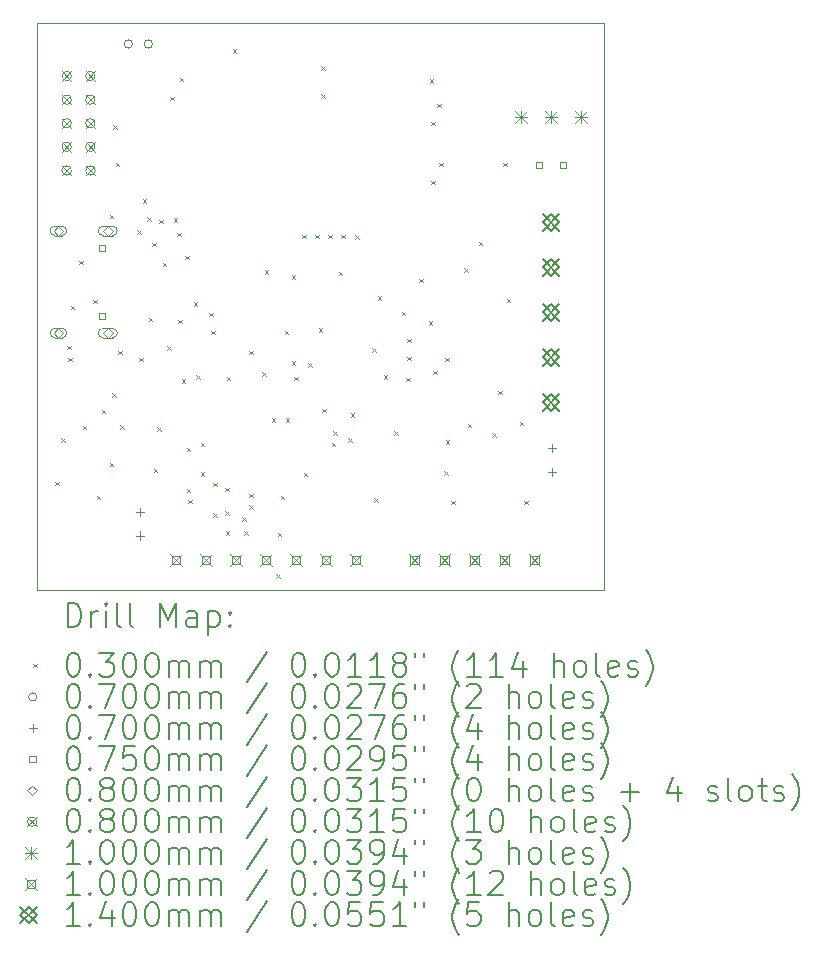
<source format=gbr>
%TF.GenerationSoftware,KiCad,Pcbnew,8.0.8*%
%TF.CreationDate,2025-03-24T19:57:08+01:00*%
%TF.ProjectId,cheap-wled-controller,63686561-702d-4776-9c65-642d636f6e74,rev?*%
%TF.SameCoordinates,Original*%
%TF.FileFunction,Drillmap*%
%TF.FilePolarity,Positive*%
%FSLAX45Y45*%
G04 Gerber Fmt 4.5, Leading zero omitted, Abs format (unit mm)*
G04 Created by KiCad (PCBNEW 8.0.8) date 2025-03-24 19:57:08*
%MOMM*%
%LPD*%
G01*
G04 APERTURE LIST*
%ADD10C,0.050000*%
%ADD11C,0.200000*%
%ADD12C,0.100000*%
%ADD13C,0.139999*%
G04 APERTURE END LIST*
D10*
X6000000Y-6000000D02*
X6000000Y-1200000D01*
X1200000Y-1200000D02*
X1200000Y-6000000D01*
X6000000Y-1200000D02*
X1200000Y-1200000D01*
X1200000Y-6000000D02*
X6000000Y-6000000D01*
D11*
D12*
X1355000Y-5086392D02*
X1385000Y-5116392D01*
X1385000Y-5086392D02*
X1355000Y-5116392D01*
X1405000Y-4715000D02*
X1435000Y-4745000D01*
X1435000Y-4715000D02*
X1405000Y-4745000D01*
X1455000Y-3935000D02*
X1485000Y-3965000D01*
X1485000Y-3935000D02*
X1455000Y-3965000D01*
X1465000Y-4035000D02*
X1495000Y-4065000D01*
X1495000Y-4035000D02*
X1465000Y-4065000D01*
X1485000Y-3595000D02*
X1515000Y-3625000D01*
X1515000Y-3595000D02*
X1485000Y-3625000D01*
X1556513Y-3214551D02*
X1586513Y-3244551D01*
X1586513Y-3214551D02*
X1556513Y-3244551D01*
X1583965Y-4611244D02*
X1613965Y-4641244D01*
X1613965Y-4611244D02*
X1583965Y-4641244D01*
X1675000Y-3545000D02*
X1705000Y-3575000D01*
X1705000Y-3545000D02*
X1675000Y-3575000D01*
X1705000Y-5205000D02*
X1735000Y-5235000D01*
X1735000Y-5205000D02*
X1705000Y-5235000D01*
X1745000Y-4475000D02*
X1775000Y-4505000D01*
X1775000Y-4475000D02*
X1745000Y-4505000D01*
X1815000Y-2825000D02*
X1845000Y-2855000D01*
X1845000Y-2825000D02*
X1815000Y-2855000D01*
X1815000Y-4925000D02*
X1845000Y-4955000D01*
X1845000Y-4925000D02*
X1815000Y-4955000D01*
X1835000Y-4335000D02*
X1865000Y-4365000D01*
X1865000Y-4335000D02*
X1835000Y-4365000D01*
X1845000Y-2065000D02*
X1875000Y-2095000D01*
X1875000Y-2065000D02*
X1845000Y-2095000D01*
X1865000Y-2385000D02*
X1895000Y-2415000D01*
X1895000Y-2385000D02*
X1865000Y-2415000D01*
X1885000Y-3975000D02*
X1915000Y-4005000D01*
X1915000Y-3975000D02*
X1885000Y-4005000D01*
X1905000Y-4605000D02*
X1935000Y-4635000D01*
X1935000Y-4605000D02*
X1905000Y-4635000D01*
X2047640Y-2957507D02*
X2077640Y-2987507D01*
X2077640Y-2957507D02*
X2047640Y-2987507D01*
X2065000Y-4035000D02*
X2095000Y-4065000D01*
X2095000Y-4035000D02*
X2065000Y-4065000D01*
X2095000Y-2695000D02*
X2125000Y-2725000D01*
X2125000Y-2695000D02*
X2095000Y-2725000D01*
X2129853Y-2845000D02*
X2159853Y-2875000D01*
X2159853Y-2845000D02*
X2129853Y-2875000D01*
X2144999Y-3694999D02*
X2174999Y-3724999D01*
X2174999Y-3694999D02*
X2144999Y-3724999D01*
X2175000Y-3059853D02*
X2205000Y-3089853D01*
X2205000Y-3059853D02*
X2175000Y-3089853D01*
X2185000Y-4975000D02*
X2215000Y-5005000D01*
X2215000Y-4975000D02*
X2185000Y-5005000D01*
X2215000Y-4625000D02*
X2245000Y-4655000D01*
X2245000Y-4625000D02*
X2215000Y-4655000D01*
X2235000Y-2865000D02*
X2265000Y-2895000D01*
X2265000Y-2865000D02*
X2235000Y-2895000D01*
X2261158Y-3230385D02*
X2291158Y-3260385D01*
X2291158Y-3230385D02*
X2261158Y-3260385D01*
X2302574Y-3937426D02*
X2332574Y-3967426D01*
X2332574Y-3937426D02*
X2302574Y-3967426D01*
X2325000Y-1825000D02*
X2355000Y-1855000D01*
X2355000Y-1825000D02*
X2325000Y-1855000D01*
X2355000Y-2853750D02*
X2385000Y-2883750D01*
X2385000Y-2853750D02*
X2355000Y-2883750D01*
X2385000Y-2975000D02*
X2415000Y-3005000D01*
X2415000Y-2975000D02*
X2385000Y-3005000D01*
X2395000Y-3715000D02*
X2425000Y-3745000D01*
X2425000Y-3715000D02*
X2395000Y-3745000D01*
X2405000Y-1665000D02*
X2435000Y-1695000D01*
X2435000Y-1665000D02*
X2405000Y-1695000D01*
X2425000Y-4215000D02*
X2455000Y-4245000D01*
X2455000Y-4215000D02*
X2425000Y-4245000D01*
X2455000Y-3170147D02*
X2485000Y-3200147D01*
X2485000Y-3170147D02*
X2455000Y-3200147D01*
X2465000Y-4795000D02*
X2495000Y-4825000D01*
X2495000Y-4795000D02*
X2465000Y-4825000D01*
X2467427Y-5142574D02*
X2497427Y-5172574D01*
X2497427Y-5142574D02*
X2467427Y-5172574D01*
X2477500Y-5237500D02*
X2507500Y-5267500D01*
X2507500Y-5237500D02*
X2477500Y-5267500D01*
X2524000Y-3565000D02*
X2554000Y-3595000D01*
X2554000Y-3565000D02*
X2524000Y-3595000D01*
X2545000Y-4185000D02*
X2575000Y-4215000D01*
X2575000Y-4185000D02*
X2545000Y-4215000D01*
X2585000Y-4755000D02*
X2615000Y-4785000D01*
X2615000Y-4755000D02*
X2585000Y-4785000D01*
X2585000Y-5005000D02*
X2615000Y-5035000D01*
X2615000Y-5005000D02*
X2585000Y-5035000D01*
X2655000Y-3655000D02*
X2685000Y-3685000D01*
X2685000Y-3655000D02*
X2655000Y-3685000D01*
X2675000Y-3805000D02*
X2705000Y-3835000D01*
X2705000Y-3805000D02*
X2675000Y-3835000D01*
X2690000Y-5095000D02*
X2720000Y-5125000D01*
X2720000Y-5095000D02*
X2690000Y-5125000D01*
X2690000Y-5350000D02*
X2720000Y-5380000D01*
X2720000Y-5350000D02*
X2690000Y-5380000D01*
X2790000Y-5135000D02*
X2820000Y-5165000D01*
X2820000Y-5135000D02*
X2790000Y-5165000D01*
X2790000Y-5335000D02*
X2820000Y-5365000D01*
X2820000Y-5335000D02*
X2790000Y-5365000D01*
X2795000Y-5505000D02*
X2825000Y-5535000D01*
X2825000Y-5505000D02*
X2795000Y-5535000D01*
X2805000Y-4195000D02*
X2835000Y-4225000D01*
X2835000Y-4195000D02*
X2805000Y-4225000D01*
X2855000Y-1425000D02*
X2885000Y-1455000D01*
X2885000Y-1425000D02*
X2855000Y-1455000D01*
X2935000Y-5385000D02*
X2965000Y-5415000D01*
X2965000Y-5385000D02*
X2935000Y-5415000D01*
X2955000Y-5505000D02*
X2985000Y-5535000D01*
X2985000Y-5505000D02*
X2955000Y-5535000D01*
X2995000Y-3975000D02*
X3025000Y-4005000D01*
X3025000Y-3975000D02*
X2995000Y-4005000D01*
X2995000Y-5185000D02*
X3025000Y-5215000D01*
X3025000Y-5185000D02*
X2995000Y-5215000D01*
X2995000Y-5284090D02*
X3025000Y-5314090D01*
X3025000Y-5284090D02*
X2995000Y-5314090D01*
X3105353Y-4155500D02*
X3135353Y-4185500D01*
X3135353Y-4155500D02*
X3105353Y-4185500D01*
X3125000Y-3295000D02*
X3155000Y-3325000D01*
X3155000Y-3295000D02*
X3125000Y-3325000D01*
X3185000Y-4545000D02*
X3215000Y-4575000D01*
X3215000Y-4545000D02*
X3185000Y-4575000D01*
X3224402Y-5869255D02*
X3254402Y-5899255D01*
X3254402Y-5869255D02*
X3224402Y-5899255D01*
X3235000Y-5517574D02*
X3265000Y-5547574D01*
X3265000Y-5517574D02*
X3235000Y-5547574D01*
X3262573Y-5202574D02*
X3292573Y-5232574D01*
X3292573Y-5202574D02*
X3262573Y-5232574D01*
X3295000Y-3805000D02*
X3325000Y-3835000D01*
X3325000Y-3805000D02*
X3295000Y-3835000D01*
X3305000Y-4545000D02*
X3335000Y-4575000D01*
X3335000Y-4545000D02*
X3305000Y-4575000D01*
X3355000Y-3335000D02*
X3385000Y-3365000D01*
X3385000Y-3335000D02*
X3355000Y-3365000D01*
X3355000Y-4065000D02*
X3385000Y-4095000D01*
X3385000Y-4065000D02*
X3355000Y-4095000D01*
X3375000Y-4195000D02*
X3405000Y-4225000D01*
X3405000Y-4195000D02*
X3375000Y-4225000D01*
X3445000Y-2995000D02*
X3475000Y-3025000D01*
X3475000Y-2995000D02*
X3445000Y-3025000D01*
X3454915Y-5010232D02*
X3484915Y-5040232D01*
X3484915Y-5010232D02*
X3454915Y-5040232D01*
X3495000Y-4083118D02*
X3525000Y-4113118D01*
X3525000Y-4083118D02*
X3495000Y-4113118D01*
X3555000Y-2995000D02*
X3585000Y-3025000D01*
X3585000Y-2995000D02*
X3555000Y-3025000D01*
X3585000Y-3785000D02*
X3615000Y-3815000D01*
X3615000Y-3785000D02*
X3585000Y-3815000D01*
X3605000Y-1565000D02*
X3635000Y-1595000D01*
X3635000Y-1565000D02*
X3605000Y-1595000D01*
X3605000Y-1805000D02*
X3635000Y-1835000D01*
X3635000Y-1805000D02*
X3605000Y-1835000D01*
X3615000Y-4465000D02*
X3645000Y-4495000D01*
X3645000Y-4465000D02*
X3615000Y-4495000D01*
X3665000Y-2995000D02*
X3695000Y-3025000D01*
X3695000Y-2995000D02*
X3665000Y-3025000D01*
X3695000Y-4755000D02*
X3725000Y-4785000D01*
X3725000Y-4755000D02*
X3695000Y-4785000D01*
X3705000Y-4655000D02*
X3735000Y-4685000D01*
X3735000Y-4655000D02*
X3705000Y-4685000D01*
X3705000Y-4655000D02*
X3735000Y-4685000D01*
X3735000Y-4655000D02*
X3705000Y-4685000D01*
X3755000Y-3305000D02*
X3785000Y-3335000D01*
X3785000Y-3305000D02*
X3755000Y-3335000D01*
X3775000Y-2995000D02*
X3805000Y-3025000D01*
X3805000Y-2995000D02*
X3775000Y-3025000D01*
X3835000Y-4715000D02*
X3865000Y-4745000D01*
X3865000Y-4715000D02*
X3835000Y-4745000D01*
X3855000Y-4505000D02*
X3885000Y-4535000D01*
X3885000Y-4505000D02*
X3855000Y-4535000D01*
X3892573Y-2997426D02*
X3922573Y-3027426D01*
X3922573Y-2997426D02*
X3892573Y-3027426D01*
X4038386Y-3955000D02*
X4068386Y-3985000D01*
X4068386Y-3955000D02*
X4038386Y-3985000D01*
X4055000Y-5225000D02*
X4085000Y-5255000D01*
X4085000Y-5225000D02*
X4055000Y-5255000D01*
X4085000Y-3515000D02*
X4115000Y-3545000D01*
X4115000Y-3515000D02*
X4085000Y-3545000D01*
X4135000Y-4185000D02*
X4165000Y-4215000D01*
X4165000Y-4185000D02*
X4135000Y-4215000D01*
X4224194Y-4655806D02*
X4254194Y-4685806D01*
X4254194Y-4655806D02*
X4224194Y-4685806D01*
X4285000Y-3645000D02*
X4315000Y-3675000D01*
X4315000Y-3645000D02*
X4285000Y-3675000D01*
X4325000Y-4205000D02*
X4355000Y-4235000D01*
X4355000Y-4205000D02*
X4325000Y-4235000D01*
X4332500Y-4025266D02*
X4362500Y-4055266D01*
X4362500Y-4025266D02*
X4332500Y-4055266D01*
X4335000Y-3875000D02*
X4365000Y-3905000D01*
X4365000Y-3875000D02*
X4335000Y-3905000D01*
X4435000Y-3365000D02*
X4465000Y-3395000D01*
X4465000Y-3365000D02*
X4435000Y-3395000D01*
X4515000Y-3725000D02*
X4545000Y-3755000D01*
X4545000Y-3725000D02*
X4515000Y-3755000D01*
X4525000Y-1675000D02*
X4555000Y-1705000D01*
X4555000Y-1675000D02*
X4525000Y-1705000D01*
X4535000Y-2035000D02*
X4565000Y-2065000D01*
X4565000Y-2035000D02*
X4535000Y-2065000D01*
X4535000Y-2535000D02*
X4565000Y-2565000D01*
X4565000Y-2535000D02*
X4535000Y-2565000D01*
X4555000Y-4145000D02*
X4585000Y-4175000D01*
X4585000Y-4145000D02*
X4555000Y-4175000D01*
X4585000Y-1885000D02*
X4615000Y-1915000D01*
X4615000Y-1885000D02*
X4585000Y-1915000D01*
X4605000Y-2385000D02*
X4635000Y-2415000D01*
X4635000Y-2385000D02*
X4605000Y-2415000D01*
X4645000Y-4995000D02*
X4675000Y-5025000D01*
X4675000Y-4995000D02*
X4645000Y-5025000D01*
X4655000Y-4035000D02*
X4685000Y-4065000D01*
X4685000Y-4035000D02*
X4655000Y-4065000D01*
X4660147Y-4735000D02*
X4690147Y-4765000D01*
X4690147Y-4735000D02*
X4660147Y-4765000D01*
X4705000Y-5245000D02*
X4735000Y-5275000D01*
X4735000Y-5245000D02*
X4705000Y-5275000D01*
X4815000Y-3275000D02*
X4845000Y-3305000D01*
X4845000Y-3275000D02*
X4815000Y-3305000D01*
X4845000Y-4595000D02*
X4875000Y-4625000D01*
X4875000Y-4595000D02*
X4845000Y-4625000D01*
X4938750Y-3051250D02*
X4968750Y-3081250D01*
X4968750Y-3051250D02*
X4938750Y-3081250D01*
X5055000Y-4675000D02*
X5085000Y-4705000D01*
X5085000Y-4675000D02*
X5055000Y-4705000D01*
X5105000Y-4315000D02*
X5135000Y-4345000D01*
X5135000Y-4315000D02*
X5105000Y-4345000D01*
X5145000Y-2385000D02*
X5175000Y-2415000D01*
X5175000Y-2385000D02*
X5145000Y-2415000D01*
X5175000Y-3535000D02*
X5205000Y-3565000D01*
X5205000Y-3535000D02*
X5175000Y-3565000D01*
X5285000Y-4575000D02*
X5315000Y-4605000D01*
X5315000Y-4575000D02*
X5285000Y-4605000D01*
X5325000Y-5245000D02*
X5355000Y-5275000D01*
X5355000Y-5245000D02*
X5325000Y-5275000D01*
X2007250Y-1378500D02*
G75*
G02*
X1937250Y-1378500I-35000J0D01*
G01*
X1937250Y-1378500D02*
G75*
G02*
X2007250Y-1378500I35000J0D01*
G01*
X2177250Y-1378500D02*
G75*
G02*
X2107250Y-1378500I-35000J0D01*
G01*
X2107250Y-1378500D02*
G75*
G02*
X2177250Y-1378500I35000J0D01*
G01*
X2070000Y-5304999D02*
X2070000Y-5375001D01*
X2034999Y-5340000D02*
X2105001Y-5340000D01*
X2070000Y-5504999D02*
X2070000Y-5575001D01*
X2034999Y-5540000D02*
X2105001Y-5540000D01*
X5560000Y-4764999D02*
X5560000Y-4835001D01*
X5524999Y-4800000D02*
X5595001Y-4800000D01*
X5560000Y-4964999D02*
X5560000Y-5035001D01*
X5524999Y-5000000D02*
X5595001Y-5000000D01*
X1774517Y-3129517D02*
X1774517Y-3076483D01*
X1721483Y-3076483D01*
X1721483Y-3129517D01*
X1774517Y-3129517D01*
X1774517Y-3709517D02*
X1774517Y-3656483D01*
X1721483Y-3656483D01*
X1721483Y-3709517D01*
X1774517Y-3709517D01*
X5476517Y-2431517D02*
X5476517Y-2378483D01*
X5423483Y-2378483D01*
X5423483Y-2431517D01*
X5476517Y-2431517D01*
X5676517Y-2431517D02*
X5676517Y-2378483D01*
X5623483Y-2378483D01*
X5623483Y-2431517D01*
X5676517Y-2431517D01*
X1380000Y-3000000D02*
X1420000Y-2960000D01*
X1380000Y-2920000D01*
X1340000Y-2960000D01*
X1380000Y-3000000D01*
X1410000Y-2920000D02*
X1350000Y-2920000D01*
X1350000Y-3000000D02*
G75*
G02*
X1350000Y-2920000I0J40000D01*
G01*
X1350000Y-3000000D02*
X1410000Y-3000000D01*
X1410000Y-3000000D02*
G75*
G03*
X1410000Y-2920000I0J40000D01*
G01*
X1380000Y-3866000D02*
X1420000Y-3826000D01*
X1380000Y-3786000D01*
X1340000Y-3826000D01*
X1380000Y-3866000D01*
X1410000Y-3786000D02*
X1350000Y-3786000D01*
X1350000Y-3866000D02*
G75*
G02*
X1350000Y-3786000I0J40000D01*
G01*
X1350000Y-3866000D02*
X1410000Y-3866000D01*
X1410000Y-3866000D02*
G75*
G03*
X1410000Y-3786000I0J40000D01*
G01*
X1798000Y-3000000D02*
X1838000Y-2960000D01*
X1798000Y-2920000D01*
X1758000Y-2960000D01*
X1798000Y-3000000D01*
X1838001Y-2920000D02*
X1757999Y-2920000D01*
X1757999Y-3000000D02*
G75*
G02*
X1757999Y-2920000I0J40000D01*
G01*
X1757999Y-3000000D02*
X1838001Y-3000000D01*
X1838001Y-3000000D02*
G75*
G03*
X1838001Y-2920000I0J40000D01*
G01*
X1798000Y-3866000D02*
X1838000Y-3826000D01*
X1798000Y-3786000D01*
X1758000Y-3826000D01*
X1798000Y-3866000D01*
X1837999Y-3786000D02*
X1758001Y-3786000D01*
X1758001Y-3866000D02*
G75*
G02*
X1758001Y-3786000I0J40000D01*
G01*
X1758001Y-3866000D02*
X1837999Y-3866000D01*
X1837999Y-3866000D02*
G75*
G03*
X1837999Y-3786000I0J40000D01*
G01*
X1410000Y-1610000D02*
X1490000Y-1690000D01*
X1490000Y-1610000D02*
X1410000Y-1690000D01*
X1490000Y-1650000D02*
G75*
G02*
X1410000Y-1650000I-40000J0D01*
G01*
X1410000Y-1650000D02*
G75*
G02*
X1490000Y-1650000I40000J0D01*
G01*
X1410000Y-1810000D02*
X1490000Y-1890000D01*
X1490000Y-1810000D02*
X1410000Y-1890000D01*
X1490000Y-1850000D02*
G75*
G02*
X1410000Y-1850000I-40000J0D01*
G01*
X1410000Y-1850000D02*
G75*
G02*
X1490000Y-1850000I40000J0D01*
G01*
X1410000Y-2010000D02*
X1490000Y-2090000D01*
X1490000Y-2010000D02*
X1410000Y-2090000D01*
X1490000Y-2050000D02*
G75*
G02*
X1410000Y-2050000I-40000J0D01*
G01*
X1410000Y-2050000D02*
G75*
G02*
X1490000Y-2050000I40000J0D01*
G01*
X1410000Y-2210000D02*
X1490000Y-2290000D01*
X1490000Y-2210000D02*
X1410000Y-2290000D01*
X1490000Y-2250000D02*
G75*
G02*
X1410000Y-2250000I-40000J0D01*
G01*
X1410000Y-2250000D02*
G75*
G02*
X1490000Y-2250000I40000J0D01*
G01*
X1410000Y-2410000D02*
X1490000Y-2490000D01*
X1490000Y-2410000D02*
X1410000Y-2490000D01*
X1490000Y-2450000D02*
G75*
G02*
X1410000Y-2450000I-40000J0D01*
G01*
X1410000Y-2450000D02*
G75*
G02*
X1490000Y-2450000I40000J0D01*
G01*
X1610000Y-1610000D02*
X1690000Y-1690000D01*
X1690000Y-1610000D02*
X1610000Y-1690000D01*
X1690000Y-1650000D02*
G75*
G02*
X1610000Y-1650000I-40000J0D01*
G01*
X1610000Y-1650000D02*
G75*
G02*
X1690000Y-1650000I40000J0D01*
G01*
X1610000Y-1810000D02*
X1690000Y-1890000D01*
X1690000Y-1810000D02*
X1610000Y-1890000D01*
X1690000Y-1850000D02*
G75*
G02*
X1610000Y-1850000I-40000J0D01*
G01*
X1610000Y-1850000D02*
G75*
G02*
X1690000Y-1850000I40000J0D01*
G01*
X1610000Y-2010000D02*
X1690000Y-2090000D01*
X1690000Y-2010000D02*
X1610000Y-2090000D01*
X1690000Y-2050000D02*
G75*
G02*
X1610000Y-2050000I-40000J0D01*
G01*
X1610000Y-2050000D02*
G75*
G02*
X1690000Y-2050000I40000J0D01*
G01*
X1610000Y-2210000D02*
X1690000Y-2290000D01*
X1690000Y-2210000D02*
X1610000Y-2290000D01*
X1690000Y-2250000D02*
G75*
G02*
X1610000Y-2250000I-40000J0D01*
G01*
X1610000Y-2250000D02*
G75*
G02*
X1690000Y-2250000I40000J0D01*
G01*
X1610000Y-2410000D02*
X1690000Y-2490000D01*
X1690000Y-2410000D02*
X1610000Y-2490000D01*
X1690000Y-2450000D02*
G75*
G02*
X1610000Y-2450000I-40000J0D01*
G01*
X1610000Y-2450000D02*
G75*
G02*
X1690000Y-2450000I40000J0D01*
G01*
X5246000Y-1950000D02*
X5346000Y-2050000D01*
X5346000Y-1950000D02*
X5246000Y-2050000D01*
X5296000Y-1950000D02*
X5296000Y-2050000D01*
X5246000Y-2000000D02*
X5346000Y-2000000D01*
X5500000Y-1950000D02*
X5600000Y-2050000D01*
X5600000Y-1950000D02*
X5500000Y-2050000D01*
X5550000Y-1950000D02*
X5550000Y-2050000D01*
X5500000Y-2000000D02*
X5600000Y-2000000D01*
X5754000Y-1950000D02*
X5854000Y-2050000D01*
X5854000Y-1950000D02*
X5754000Y-2050000D01*
X5804000Y-1950000D02*
X5804000Y-2050000D01*
X5754000Y-2000000D02*
X5854000Y-2000000D01*
X2326000Y-5697500D02*
X2426000Y-5797500D01*
X2426000Y-5697500D02*
X2326000Y-5797500D01*
X2411356Y-5782856D02*
X2411356Y-5712144D01*
X2340644Y-5712144D01*
X2340644Y-5782856D01*
X2411356Y-5782856D01*
X2580000Y-5697500D02*
X2680000Y-5797500D01*
X2680000Y-5697500D02*
X2580000Y-5797500D01*
X2665356Y-5782856D02*
X2665356Y-5712144D01*
X2594644Y-5712144D01*
X2594644Y-5782856D01*
X2665356Y-5782856D01*
X2834000Y-5697500D02*
X2934000Y-5797500D01*
X2934000Y-5697500D02*
X2834000Y-5797500D01*
X2919356Y-5782856D02*
X2919356Y-5712144D01*
X2848644Y-5712144D01*
X2848644Y-5782856D01*
X2919356Y-5782856D01*
X3088000Y-5697500D02*
X3188000Y-5797500D01*
X3188000Y-5697500D02*
X3088000Y-5797500D01*
X3173356Y-5782856D02*
X3173356Y-5712144D01*
X3102644Y-5712144D01*
X3102644Y-5782856D01*
X3173356Y-5782856D01*
X3342000Y-5697500D02*
X3442000Y-5797500D01*
X3442000Y-5697500D02*
X3342000Y-5797500D01*
X3427356Y-5782856D02*
X3427356Y-5712144D01*
X3356644Y-5712144D01*
X3356644Y-5782856D01*
X3427356Y-5782856D01*
X3596000Y-5697500D02*
X3696000Y-5797500D01*
X3696000Y-5697500D02*
X3596000Y-5797500D01*
X3681356Y-5782856D02*
X3681356Y-5712144D01*
X3610644Y-5712144D01*
X3610644Y-5782856D01*
X3681356Y-5782856D01*
X3850000Y-5697500D02*
X3950000Y-5797500D01*
X3950000Y-5697500D02*
X3850000Y-5797500D01*
X3935356Y-5782856D02*
X3935356Y-5712144D01*
X3864644Y-5712144D01*
X3864644Y-5782856D01*
X3935356Y-5782856D01*
X4345000Y-5700000D02*
X4445000Y-5800000D01*
X4445000Y-5700000D02*
X4345000Y-5800000D01*
X4430356Y-5785356D02*
X4430356Y-5714644D01*
X4359644Y-5714644D01*
X4359644Y-5785356D01*
X4430356Y-5785356D01*
X4599000Y-5700000D02*
X4699000Y-5800000D01*
X4699000Y-5700000D02*
X4599000Y-5800000D01*
X4684356Y-5785356D02*
X4684356Y-5714644D01*
X4613644Y-5714644D01*
X4613644Y-5785356D01*
X4684356Y-5785356D01*
X4853000Y-5700000D02*
X4953000Y-5800000D01*
X4953000Y-5700000D02*
X4853000Y-5800000D01*
X4938356Y-5785356D02*
X4938356Y-5714644D01*
X4867644Y-5714644D01*
X4867644Y-5785356D01*
X4938356Y-5785356D01*
X5107000Y-5700000D02*
X5207000Y-5800000D01*
X5207000Y-5700000D02*
X5107000Y-5800000D01*
X5192356Y-5785356D02*
X5192356Y-5714644D01*
X5121644Y-5714644D01*
X5121644Y-5785356D01*
X5192356Y-5785356D01*
X5361000Y-5700000D02*
X5461000Y-5800000D01*
X5461000Y-5700000D02*
X5361000Y-5800000D01*
X5446356Y-5785356D02*
X5446356Y-5714644D01*
X5375644Y-5714644D01*
X5375644Y-5785356D01*
X5446356Y-5785356D01*
D13*
X5480000Y-2818000D02*
X5620000Y-2958000D01*
X5620000Y-2818000D02*
X5480000Y-2958000D01*
X5550000Y-2958000D02*
X5620000Y-2888000D01*
X5550000Y-2818000D01*
X5480000Y-2888000D01*
X5550000Y-2958000D01*
X5480000Y-3199000D02*
X5620000Y-3339000D01*
X5620000Y-3199000D02*
X5480000Y-3339000D01*
X5550000Y-3339000D02*
X5620000Y-3269000D01*
X5550000Y-3199000D01*
X5480000Y-3269000D01*
X5550000Y-3339000D01*
X5480000Y-3580000D02*
X5620000Y-3720000D01*
X5620000Y-3580000D02*
X5480000Y-3720000D01*
X5550000Y-3720000D02*
X5620000Y-3650000D01*
X5550000Y-3580000D01*
X5480000Y-3650000D01*
X5550000Y-3720000D01*
X5480000Y-3961000D02*
X5620000Y-4101000D01*
X5620000Y-3961000D02*
X5480000Y-4101000D01*
X5550000Y-4101000D02*
X5620000Y-4031000D01*
X5550000Y-3961000D01*
X5480000Y-4031000D01*
X5550000Y-4101000D01*
X5480000Y-4342000D02*
X5620000Y-4482000D01*
X5620000Y-4342000D02*
X5480000Y-4482000D01*
X5550000Y-4482000D02*
X5620000Y-4412000D01*
X5550000Y-4342000D01*
X5480000Y-4412000D01*
X5550000Y-4482000D01*
D11*
X1458277Y-6313984D02*
X1458277Y-6113984D01*
X1458277Y-6113984D02*
X1505896Y-6113984D01*
X1505896Y-6113984D02*
X1534467Y-6123508D01*
X1534467Y-6123508D02*
X1553515Y-6142555D01*
X1553515Y-6142555D02*
X1563039Y-6161603D01*
X1563039Y-6161603D02*
X1572562Y-6199698D01*
X1572562Y-6199698D02*
X1572562Y-6228269D01*
X1572562Y-6228269D02*
X1563039Y-6266365D01*
X1563039Y-6266365D02*
X1553515Y-6285412D01*
X1553515Y-6285412D02*
X1534467Y-6304460D01*
X1534467Y-6304460D02*
X1505896Y-6313984D01*
X1505896Y-6313984D02*
X1458277Y-6313984D01*
X1658277Y-6313984D02*
X1658277Y-6180650D01*
X1658277Y-6218746D02*
X1667801Y-6199698D01*
X1667801Y-6199698D02*
X1677324Y-6190174D01*
X1677324Y-6190174D02*
X1696372Y-6180650D01*
X1696372Y-6180650D02*
X1715420Y-6180650D01*
X1782086Y-6313984D02*
X1782086Y-6180650D01*
X1782086Y-6113984D02*
X1772562Y-6123508D01*
X1772562Y-6123508D02*
X1782086Y-6133031D01*
X1782086Y-6133031D02*
X1791610Y-6123508D01*
X1791610Y-6123508D02*
X1782086Y-6113984D01*
X1782086Y-6113984D02*
X1782086Y-6133031D01*
X1905896Y-6313984D02*
X1886848Y-6304460D01*
X1886848Y-6304460D02*
X1877324Y-6285412D01*
X1877324Y-6285412D02*
X1877324Y-6113984D01*
X2010658Y-6313984D02*
X1991610Y-6304460D01*
X1991610Y-6304460D02*
X1982086Y-6285412D01*
X1982086Y-6285412D02*
X1982086Y-6113984D01*
X2239229Y-6313984D02*
X2239229Y-6113984D01*
X2239229Y-6113984D02*
X2305896Y-6256841D01*
X2305896Y-6256841D02*
X2372563Y-6113984D01*
X2372563Y-6113984D02*
X2372563Y-6313984D01*
X2553515Y-6313984D02*
X2553515Y-6209222D01*
X2553515Y-6209222D02*
X2543991Y-6190174D01*
X2543991Y-6190174D02*
X2524944Y-6180650D01*
X2524944Y-6180650D02*
X2486848Y-6180650D01*
X2486848Y-6180650D02*
X2467801Y-6190174D01*
X2553515Y-6304460D02*
X2534467Y-6313984D01*
X2534467Y-6313984D02*
X2486848Y-6313984D01*
X2486848Y-6313984D02*
X2467801Y-6304460D01*
X2467801Y-6304460D02*
X2458277Y-6285412D01*
X2458277Y-6285412D02*
X2458277Y-6266365D01*
X2458277Y-6266365D02*
X2467801Y-6247317D01*
X2467801Y-6247317D02*
X2486848Y-6237793D01*
X2486848Y-6237793D02*
X2534467Y-6237793D01*
X2534467Y-6237793D02*
X2553515Y-6228269D01*
X2648753Y-6180650D02*
X2648753Y-6380650D01*
X2648753Y-6190174D02*
X2667801Y-6180650D01*
X2667801Y-6180650D02*
X2705896Y-6180650D01*
X2705896Y-6180650D02*
X2724944Y-6190174D01*
X2724944Y-6190174D02*
X2734467Y-6199698D01*
X2734467Y-6199698D02*
X2743991Y-6218746D01*
X2743991Y-6218746D02*
X2743991Y-6275888D01*
X2743991Y-6275888D02*
X2734467Y-6294936D01*
X2734467Y-6294936D02*
X2724944Y-6304460D01*
X2724944Y-6304460D02*
X2705896Y-6313984D01*
X2705896Y-6313984D02*
X2667801Y-6313984D01*
X2667801Y-6313984D02*
X2648753Y-6304460D01*
X2829705Y-6294936D02*
X2839229Y-6304460D01*
X2839229Y-6304460D02*
X2829705Y-6313984D01*
X2829705Y-6313984D02*
X2820182Y-6304460D01*
X2820182Y-6304460D02*
X2829705Y-6294936D01*
X2829705Y-6294936D02*
X2829705Y-6313984D01*
X2829705Y-6190174D02*
X2839229Y-6199698D01*
X2839229Y-6199698D02*
X2829705Y-6209222D01*
X2829705Y-6209222D02*
X2820182Y-6199698D01*
X2820182Y-6199698D02*
X2829705Y-6190174D01*
X2829705Y-6190174D02*
X2829705Y-6209222D01*
D12*
X1167500Y-6627500D02*
X1197500Y-6657500D01*
X1197500Y-6627500D02*
X1167500Y-6657500D01*
D11*
X1496372Y-6533984D02*
X1515420Y-6533984D01*
X1515420Y-6533984D02*
X1534467Y-6543508D01*
X1534467Y-6543508D02*
X1543991Y-6553031D01*
X1543991Y-6553031D02*
X1553515Y-6572079D01*
X1553515Y-6572079D02*
X1563039Y-6610174D01*
X1563039Y-6610174D02*
X1563039Y-6657793D01*
X1563039Y-6657793D02*
X1553515Y-6695888D01*
X1553515Y-6695888D02*
X1543991Y-6714936D01*
X1543991Y-6714936D02*
X1534467Y-6724460D01*
X1534467Y-6724460D02*
X1515420Y-6733984D01*
X1515420Y-6733984D02*
X1496372Y-6733984D01*
X1496372Y-6733984D02*
X1477324Y-6724460D01*
X1477324Y-6724460D02*
X1467801Y-6714936D01*
X1467801Y-6714936D02*
X1458277Y-6695888D01*
X1458277Y-6695888D02*
X1448753Y-6657793D01*
X1448753Y-6657793D02*
X1448753Y-6610174D01*
X1448753Y-6610174D02*
X1458277Y-6572079D01*
X1458277Y-6572079D02*
X1467801Y-6553031D01*
X1467801Y-6553031D02*
X1477324Y-6543508D01*
X1477324Y-6543508D02*
X1496372Y-6533984D01*
X1648753Y-6714936D02*
X1658277Y-6724460D01*
X1658277Y-6724460D02*
X1648753Y-6733984D01*
X1648753Y-6733984D02*
X1639229Y-6724460D01*
X1639229Y-6724460D02*
X1648753Y-6714936D01*
X1648753Y-6714936D02*
X1648753Y-6733984D01*
X1724943Y-6533984D02*
X1848753Y-6533984D01*
X1848753Y-6533984D02*
X1782086Y-6610174D01*
X1782086Y-6610174D02*
X1810658Y-6610174D01*
X1810658Y-6610174D02*
X1829705Y-6619698D01*
X1829705Y-6619698D02*
X1839229Y-6629222D01*
X1839229Y-6629222D02*
X1848753Y-6648269D01*
X1848753Y-6648269D02*
X1848753Y-6695888D01*
X1848753Y-6695888D02*
X1839229Y-6714936D01*
X1839229Y-6714936D02*
X1829705Y-6724460D01*
X1829705Y-6724460D02*
X1810658Y-6733984D01*
X1810658Y-6733984D02*
X1753515Y-6733984D01*
X1753515Y-6733984D02*
X1734467Y-6724460D01*
X1734467Y-6724460D02*
X1724943Y-6714936D01*
X1972562Y-6533984D02*
X1991610Y-6533984D01*
X1991610Y-6533984D02*
X2010658Y-6543508D01*
X2010658Y-6543508D02*
X2020182Y-6553031D01*
X2020182Y-6553031D02*
X2029705Y-6572079D01*
X2029705Y-6572079D02*
X2039229Y-6610174D01*
X2039229Y-6610174D02*
X2039229Y-6657793D01*
X2039229Y-6657793D02*
X2029705Y-6695888D01*
X2029705Y-6695888D02*
X2020182Y-6714936D01*
X2020182Y-6714936D02*
X2010658Y-6724460D01*
X2010658Y-6724460D02*
X1991610Y-6733984D01*
X1991610Y-6733984D02*
X1972562Y-6733984D01*
X1972562Y-6733984D02*
X1953515Y-6724460D01*
X1953515Y-6724460D02*
X1943991Y-6714936D01*
X1943991Y-6714936D02*
X1934467Y-6695888D01*
X1934467Y-6695888D02*
X1924943Y-6657793D01*
X1924943Y-6657793D02*
X1924943Y-6610174D01*
X1924943Y-6610174D02*
X1934467Y-6572079D01*
X1934467Y-6572079D02*
X1943991Y-6553031D01*
X1943991Y-6553031D02*
X1953515Y-6543508D01*
X1953515Y-6543508D02*
X1972562Y-6533984D01*
X2163039Y-6533984D02*
X2182086Y-6533984D01*
X2182086Y-6533984D02*
X2201134Y-6543508D01*
X2201134Y-6543508D02*
X2210658Y-6553031D01*
X2210658Y-6553031D02*
X2220182Y-6572079D01*
X2220182Y-6572079D02*
X2229705Y-6610174D01*
X2229705Y-6610174D02*
X2229705Y-6657793D01*
X2229705Y-6657793D02*
X2220182Y-6695888D01*
X2220182Y-6695888D02*
X2210658Y-6714936D01*
X2210658Y-6714936D02*
X2201134Y-6724460D01*
X2201134Y-6724460D02*
X2182086Y-6733984D01*
X2182086Y-6733984D02*
X2163039Y-6733984D01*
X2163039Y-6733984D02*
X2143991Y-6724460D01*
X2143991Y-6724460D02*
X2134467Y-6714936D01*
X2134467Y-6714936D02*
X2124944Y-6695888D01*
X2124944Y-6695888D02*
X2115420Y-6657793D01*
X2115420Y-6657793D02*
X2115420Y-6610174D01*
X2115420Y-6610174D02*
X2124944Y-6572079D01*
X2124944Y-6572079D02*
X2134467Y-6553031D01*
X2134467Y-6553031D02*
X2143991Y-6543508D01*
X2143991Y-6543508D02*
X2163039Y-6533984D01*
X2315420Y-6733984D02*
X2315420Y-6600650D01*
X2315420Y-6619698D02*
X2324944Y-6610174D01*
X2324944Y-6610174D02*
X2343991Y-6600650D01*
X2343991Y-6600650D02*
X2372563Y-6600650D01*
X2372563Y-6600650D02*
X2391610Y-6610174D01*
X2391610Y-6610174D02*
X2401134Y-6629222D01*
X2401134Y-6629222D02*
X2401134Y-6733984D01*
X2401134Y-6629222D02*
X2410658Y-6610174D01*
X2410658Y-6610174D02*
X2429705Y-6600650D01*
X2429705Y-6600650D02*
X2458277Y-6600650D01*
X2458277Y-6600650D02*
X2477325Y-6610174D01*
X2477325Y-6610174D02*
X2486848Y-6629222D01*
X2486848Y-6629222D02*
X2486848Y-6733984D01*
X2582086Y-6733984D02*
X2582086Y-6600650D01*
X2582086Y-6619698D02*
X2591610Y-6610174D01*
X2591610Y-6610174D02*
X2610658Y-6600650D01*
X2610658Y-6600650D02*
X2639229Y-6600650D01*
X2639229Y-6600650D02*
X2658277Y-6610174D01*
X2658277Y-6610174D02*
X2667801Y-6629222D01*
X2667801Y-6629222D02*
X2667801Y-6733984D01*
X2667801Y-6629222D02*
X2677325Y-6610174D01*
X2677325Y-6610174D02*
X2696372Y-6600650D01*
X2696372Y-6600650D02*
X2724944Y-6600650D01*
X2724944Y-6600650D02*
X2743991Y-6610174D01*
X2743991Y-6610174D02*
X2753515Y-6629222D01*
X2753515Y-6629222D02*
X2753515Y-6733984D01*
X3143991Y-6524460D02*
X2972563Y-6781603D01*
X3401134Y-6533984D02*
X3420182Y-6533984D01*
X3420182Y-6533984D02*
X3439229Y-6543508D01*
X3439229Y-6543508D02*
X3448753Y-6553031D01*
X3448753Y-6553031D02*
X3458277Y-6572079D01*
X3458277Y-6572079D02*
X3467801Y-6610174D01*
X3467801Y-6610174D02*
X3467801Y-6657793D01*
X3467801Y-6657793D02*
X3458277Y-6695888D01*
X3458277Y-6695888D02*
X3448753Y-6714936D01*
X3448753Y-6714936D02*
X3439229Y-6724460D01*
X3439229Y-6724460D02*
X3420182Y-6733984D01*
X3420182Y-6733984D02*
X3401134Y-6733984D01*
X3401134Y-6733984D02*
X3382086Y-6724460D01*
X3382086Y-6724460D02*
X3372563Y-6714936D01*
X3372563Y-6714936D02*
X3363039Y-6695888D01*
X3363039Y-6695888D02*
X3353515Y-6657793D01*
X3353515Y-6657793D02*
X3353515Y-6610174D01*
X3353515Y-6610174D02*
X3363039Y-6572079D01*
X3363039Y-6572079D02*
X3372563Y-6553031D01*
X3372563Y-6553031D02*
X3382086Y-6543508D01*
X3382086Y-6543508D02*
X3401134Y-6533984D01*
X3553515Y-6714936D02*
X3563039Y-6724460D01*
X3563039Y-6724460D02*
X3553515Y-6733984D01*
X3553515Y-6733984D02*
X3543991Y-6724460D01*
X3543991Y-6724460D02*
X3553515Y-6714936D01*
X3553515Y-6714936D02*
X3553515Y-6733984D01*
X3686848Y-6533984D02*
X3705896Y-6533984D01*
X3705896Y-6533984D02*
X3724944Y-6543508D01*
X3724944Y-6543508D02*
X3734467Y-6553031D01*
X3734467Y-6553031D02*
X3743991Y-6572079D01*
X3743991Y-6572079D02*
X3753515Y-6610174D01*
X3753515Y-6610174D02*
X3753515Y-6657793D01*
X3753515Y-6657793D02*
X3743991Y-6695888D01*
X3743991Y-6695888D02*
X3734467Y-6714936D01*
X3734467Y-6714936D02*
X3724944Y-6724460D01*
X3724944Y-6724460D02*
X3705896Y-6733984D01*
X3705896Y-6733984D02*
X3686848Y-6733984D01*
X3686848Y-6733984D02*
X3667801Y-6724460D01*
X3667801Y-6724460D02*
X3658277Y-6714936D01*
X3658277Y-6714936D02*
X3648753Y-6695888D01*
X3648753Y-6695888D02*
X3639229Y-6657793D01*
X3639229Y-6657793D02*
X3639229Y-6610174D01*
X3639229Y-6610174D02*
X3648753Y-6572079D01*
X3648753Y-6572079D02*
X3658277Y-6553031D01*
X3658277Y-6553031D02*
X3667801Y-6543508D01*
X3667801Y-6543508D02*
X3686848Y-6533984D01*
X3943991Y-6733984D02*
X3829706Y-6733984D01*
X3886848Y-6733984D02*
X3886848Y-6533984D01*
X3886848Y-6533984D02*
X3867801Y-6562555D01*
X3867801Y-6562555D02*
X3848753Y-6581603D01*
X3848753Y-6581603D02*
X3829706Y-6591127D01*
X4134467Y-6733984D02*
X4020182Y-6733984D01*
X4077325Y-6733984D02*
X4077325Y-6533984D01*
X4077325Y-6533984D02*
X4058277Y-6562555D01*
X4058277Y-6562555D02*
X4039229Y-6581603D01*
X4039229Y-6581603D02*
X4020182Y-6591127D01*
X4248753Y-6619698D02*
X4229706Y-6610174D01*
X4229706Y-6610174D02*
X4220182Y-6600650D01*
X4220182Y-6600650D02*
X4210658Y-6581603D01*
X4210658Y-6581603D02*
X4210658Y-6572079D01*
X4210658Y-6572079D02*
X4220182Y-6553031D01*
X4220182Y-6553031D02*
X4229706Y-6543508D01*
X4229706Y-6543508D02*
X4248753Y-6533984D01*
X4248753Y-6533984D02*
X4286849Y-6533984D01*
X4286849Y-6533984D02*
X4305896Y-6543508D01*
X4305896Y-6543508D02*
X4315420Y-6553031D01*
X4315420Y-6553031D02*
X4324944Y-6572079D01*
X4324944Y-6572079D02*
X4324944Y-6581603D01*
X4324944Y-6581603D02*
X4315420Y-6600650D01*
X4315420Y-6600650D02*
X4305896Y-6610174D01*
X4305896Y-6610174D02*
X4286849Y-6619698D01*
X4286849Y-6619698D02*
X4248753Y-6619698D01*
X4248753Y-6619698D02*
X4229706Y-6629222D01*
X4229706Y-6629222D02*
X4220182Y-6638746D01*
X4220182Y-6638746D02*
X4210658Y-6657793D01*
X4210658Y-6657793D02*
X4210658Y-6695888D01*
X4210658Y-6695888D02*
X4220182Y-6714936D01*
X4220182Y-6714936D02*
X4229706Y-6724460D01*
X4229706Y-6724460D02*
X4248753Y-6733984D01*
X4248753Y-6733984D02*
X4286849Y-6733984D01*
X4286849Y-6733984D02*
X4305896Y-6724460D01*
X4305896Y-6724460D02*
X4315420Y-6714936D01*
X4315420Y-6714936D02*
X4324944Y-6695888D01*
X4324944Y-6695888D02*
X4324944Y-6657793D01*
X4324944Y-6657793D02*
X4315420Y-6638746D01*
X4315420Y-6638746D02*
X4305896Y-6629222D01*
X4305896Y-6629222D02*
X4286849Y-6619698D01*
X4401134Y-6533984D02*
X4401134Y-6572079D01*
X4477325Y-6533984D02*
X4477325Y-6572079D01*
X4772563Y-6810174D02*
X4763039Y-6800650D01*
X4763039Y-6800650D02*
X4743991Y-6772079D01*
X4743991Y-6772079D02*
X4734468Y-6753031D01*
X4734468Y-6753031D02*
X4724944Y-6724460D01*
X4724944Y-6724460D02*
X4715420Y-6676841D01*
X4715420Y-6676841D02*
X4715420Y-6638746D01*
X4715420Y-6638746D02*
X4724944Y-6591127D01*
X4724944Y-6591127D02*
X4734468Y-6562555D01*
X4734468Y-6562555D02*
X4743991Y-6543508D01*
X4743991Y-6543508D02*
X4763039Y-6514936D01*
X4763039Y-6514936D02*
X4772563Y-6505412D01*
X4953515Y-6733984D02*
X4839230Y-6733984D01*
X4896372Y-6733984D02*
X4896372Y-6533984D01*
X4896372Y-6533984D02*
X4877325Y-6562555D01*
X4877325Y-6562555D02*
X4858277Y-6581603D01*
X4858277Y-6581603D02*
X4839230Y-6591127D01*
X5143991Y-6733984D02*
X5029706Y-6733984D01*
X5086849Y-6733984D02*
X5086849Y-6533984D01*
X5086849Y-6533984D02*
X5067801Y-6562555D01*
X5067801Y-6562555D02*
X5048753Y-6581603D01*
X5048753Y-6581603D02*
X5029706Y-6591127D01*
X5315420Y-6600650D02*
X5315420Y-6733984D01*
X5267801Y-6524460D02*
X5220182Y-6667317D01*
X5220182Y-6667317D02*
X5343991Y-6667317D01*
X5572563Y-6733984D02*
X5572563Y-6533984D01*
X5658277Y-6733984D02*
X5658277Y-6629222D01*
X5658277Y-6629222D02*
X5648753Y-6610174D01*
X5648753Y-6610174D02*
X5629706Y-6600650D01*
X5629706Y-6600650D02*
X5601134Y-6600650D01*
X5601134Y-6600650D02*
X5582087Y-6610174D01*
X5582087Y-6610174D02*
X5572563Y-6619698D01*
X5782087Y-6733984D02*
X5763039Y-6724460D01*
X5763039Y-6724460D02*
X5753515Y-6714936D01*
X5753515Y-6714936D02*
X5743991Y-6695888D01*
X5743991Y-6695888D02*
X5743991Y-6638746D01*
X5743991Y-6638746D02*
X5753515Y-6619698D01*
X5753515Y-6619698D02*
X5763039Y-6610174D01*
X5763039Y-6610174D02*
X5782087Y-6600650D01*
X5782087Y-6600650D02*
X5810658Y-6600650D01*
X5810658Y-6600650D02*
X5829706Y-6610174D01*
X5829706Y-6610174D02*
X5839230Y-6619698D01*
X5839230Y-6619698D02*
X5848753Y-6638746D01*
X5848753Y-6638746D02*
X5848753Y-6695888D01*
X5848753Y-6695888D02*
X5839230Y-6714936D01*
X5839230Y-6714936D02*
X5829706Y-6724460D01*
X5829706Y-6724460D02*
X5810658Y-6733984D01*
X5810658Y-6733984D02*
X5782087Y-6733984D01*
X5963039Y-6733984D02*
X5943991Y-6724460D01*
X5943991Y-6724460D02*
X5934468Y-6705412D01*
X5934468Y-6705412D02*
X5934468Y-6533984D01*
X6115420Y-6724460D02*
X6096372Y-6733984D01*
X6096372Y-6733984D02*
X6058277Y-6733984D01*
X6058277Y-6733984D02*
X6039230Y-6724460D01*
X6039230Y-6724460D02*
X6029706Y-6705412D01*
X6029706Y-6705412D02*
X6029706Y-6629222D01*
X6029706Y-6629222D02*
X6039230Y-6610174D01*
X6039230Y-6610174D02*
X6058277Y-6600650D01*
X6058277Y-6600650D02*
X6096372Y-6600650D01*
X6096372Y-6600650D02*
X6115420Y-6610174D01*
X6115420Y-6610174D02*
X6124944Y-6629222D01*
X6124944Y-6629222D02*
X6124944Y-6648269D01*
X6124944Y-6648269D02*
X6029706Y-6667317D01*
X6201134Y-6724460D02*
X6220182Y-6733984D01*
X6220182Y-6733984D02*
X6258277Y-6733984D01*
X6258277Y-6733984D02*
X6277325Y-6724460D01*
X6277325Y-6724460D02*
X6286849Y-6705412D01*
X6286849Y-6705412D02*
X6286849Y-6695888D01*
X6286849Y-6695888D02*
X6277325Y-6676841D01*
X6277325Y-6676841D02*
X6258277Y-6667317D01*
X6258277Y-6667317D02*
X6229706Y-6667317D01*
X6229706Y-6667317D02*
X6210658Y-6657793D01*
X6210658Y-6657793D02*
X6201134Y-6638746D01*
X6201134Y-6638746D02*
X6201134Y-6629222D01*
X6201134Y-6629222D02*
X6210658Y-6610174D01*
X6210658Y-6610174D02*
X6229706Y-6600650D01*
X6229706Y-6600650D02*
X6258277Y-6600650D01*
X6258277Y-6600650D02*
X6277325Y-6610174D01*
X6353515Y-6810174D02*
X6363039Y-6800650D01*
X6363039Y-6800650D02*
X6382087Y-6772079D01*
X6382087Y-6772079D02*
X6391611Y-6753031D01*
X6391611Y-6753031D02*
X6401134Y-6724460D01*
X6401134Y-6724460D02*
X6410658Y-6676841D01*
X6410658Y-6676841D02*
X6410658Y-6638746D01*
X6410658Y-6638746D02*
X6401134Y-6591127D01*
X6401134Y-6591127D02*
X6391611Y-6562555D01*
X6391611Y-6562555D02*
X6382087Y-6543508D01*
X6382087Y-6543508D02*
X6363039Y-6514936D01*
X6363039Y-6514936D02*
X6353515Y-6505412D01*
D12*
X1197500Y-6906500D02*
G75*
G02*
X1127500Y-6906500I-35000J0D01*
G01*
X1127500Y-6906500D02*
G75*
G02*
X1197500Y-6906500I35000J0D01*
G01*
D11*
X1496372Y-6797984D02*
X1515420Y-6797984D01*
X1515420Y-6797984D02*
X1534467Y-6807508D01*
X1534467Y-6807508D02*
X1543991Y-6817031D01*
X1543991Y-6817031D02*
X1553515Y-6836079D01*
X1553515Y-6836079D02*
X1563039Y-6874174D01*
X1563039Y-6874174D02*
X1563039Y-6921793D01*
X1563039Y-6921793D02*
X1553515Y-6959888D01*
X1553515Y-6959888D02*
X1543991Y-6978936D01*
X1543991Y-6978936D02*
X1534467Y-6988460D01*
X1534467Y-6988460D02*
X1515420Y-6997984D01*
X1515420Y-6997984D02*
X1496372Y-6997984D01*
X1496372Y-6997984D02*
X1477324Y-6988460D01*
X1477324Y-6988460D02*
X1467801Y-6978936D01*
X1467801Y-6978936D02*
X1458277Y-6959888D01*
X1458277Y-6959888D02*
X1448753Y-6921793D01*
X1448753Y-6921793D02*
X1448753Y-6874174D01*
X1448753Y-6874174D02*
X1458277Y-6836079D01*
X1458277Y-6836079D02*
X1467801Y-6817031D01*
X1467801Y-6817031D02*
X1477324Y-6807508D01*
X1477324Y-6807508D02*
X1496372Y-6797984D01*
X1648753Y-6978936D02*
X1658277Y-6988460D01*
X1658277Y-6988460D02*
X1648753Y-6997984D01*
X1648753Y-6997984D02*
X1639229Y-6988460D01*
X1639229Y-6988460D02*
X1648753Y-6978936D01*
X1648753Y-6978936D02*
X1648753Y-6997984D01*
X1724943Y-6797984D02*
X1858277Y-6797984D01*
X1858277Y-6797984D02*
X1772562Y-6997984D01*
X1972562Y-6797984D02*
X1991610Y-6797984D01*
X1991610Y-6797984D02*
X2010658Y-6807508D01*
X2010658Y-6807508D02*
X2020182Y-6817031D01*
X2020182Y-6817031D02*
X2029705Y-6836079D01*
X2029705Y-6836079D02*
X2039229Y-6874174D01*
X2039229Y-6874174D02*
X2039229Y-6921793D01*
X2039229Y-6921793D02*
X2029705Y-6959888D01*
X2029705Y-6959888D02*
X2020182Y-6978936D01*
X2020182Y-6978936D02*
X2010658Y-6988460D01*
X2010658Y-6988460D02*
X1991610Y-6997984D01*
X1991610Y-6997984D02*
X1972562Y-6997984D01*
X1972562Y-6997984D02*
X1953515Y-6988460D01*
X1953515Y-6988460D02*
X1943991Y-6978936D01*
X1943991Y-6978936D02*
X1934467Y-6959888D01*
X1934467Y-6959888D02*
X1924943Y-6921793D01*
X1924943Y-6921793D02*
X1924943Y-6874174D01*
X1924943Y-6874174D02*
X1934467Y-6836079D01*
X1934467Y-6836079D02*
X1943991Y-6817031D01*
X1943991Y-6817031D02*
X1953515Y-6807508D01*
X1953515Y-6807508D02*
X1972562Y-6797984D01*
X2163039Y-6797984D02*
X2182086Y-6797984D01*
X2182086Y-6797984D02*
X2201134Y-6807508D01*
X2201134Y-6807508D02*
X2210658Y-6817031D01*
X2210658Y-6817031D02*
X2220182Y-6836079D01*
X2220182Y-6836079D02*
X2229705Y-6874174D01*
X2229705Y-6874174D02*
X2229705Y-6921793D01*
X2229705Y-6921793D02*
X2220182Y-6959888D01*
X2220182Y-6959888D02*
X2210658Y-6978936D01*
X2210658Y-6978936D02*
X2201134Y-6988460D01*
X2201134Y-6988460D02*
X2182086Y-6997984D01*
X2182086Y-6997984D02*
X2163039Y-6997984D01*
X2163039Y-6997984D02*
X2143991Y-6988460D01*
X2143991Y-6988460D02*
X2134467Y-6978936D01*
X2134467Y-6978936D02*
X2124944Y-6959888D01*
X2124944Y-6959888D02*
X2115420Y-6921793D01*
X2115420Y-6921793D02*
X2115420Y-6874174D01*
X2115420Y-6874174D02*
X2124944Y-6836079D01*
X2124944Y-6836079D02*
X2134467Y-6817031D01*
X2134467Y-6817031D02*
X2143991Y-6807508D01*
X2143991Y-6807508D02*
X2163039Y-6797984D01*
X2315420Y-6997984D02*
X2315420Y-6864650D01*
X2315420Y-6883698D02*
X2324944Y-6874174D01*
X2324944Y-6874174D02*
X2343991Y-6864650D01*
X2343991Y-6864650D02*
X2372563Y-6864650D01*
X2372563Y-6864650D02*
X2391610Y-6874174D01*
X2391610Y-6874174D02*
X2401134Y-6893222D01*
X2401134Y-6893222D02*
X2401134Y-6997984D01*
X2401134Y-6893222D02*
X2410658Y-6874174D01*
X2410658Y-6874174D02*
X2429705Y-6864650D01*
X2429705Y-6864650D02*
X2458277Y-6864650D01*
X2458277Y-6864650D02*
X2477325Y-6874174D01*
X2477325Y-6874174D02*
X2486848Y-6893222D01*
X2486848Y-6893222D02*
X2486848Y-6997984D01*
X2582086Y-6997984D02*
X2582086Y-6864650D01*
X2582086Y-6883698D02*
X2591610Y-6874174D01*
X2591610Y-6874174D02*
X2610658Y-6864650D01*
X2610658Y-6864650D02*
X2639229Y-6864650D01*
X2639229Y-6864650D02*
X2658277Y-6874174D01*
X2658277Y-6874174D02*
X2667801Y-6893222D01*
X2667801Y-6893222D02*
X2667801Y-6997984D01*
X2667801Y-6893222D02*
X2677325Y-6874174D01*
X2677325Y-6874174D02*
X2696372Y-6864650D01*
X2696372Y-6864650D02*
X2724944Y-6864650D01*
X2724944Y-6864650D02*
X2743991Y-6874174D01*
X2743991Y-6874174D02*
X2753515Y-6893222D01*
X2753515Y-6893222D02*
X2753515Y-6997984D01*
X3143991Y-6788460D02*
X2972563Y-7045603D01*
X3401134Y-6797984D02*
X3420182Y-6797984D01*
X3420182Y-6797984D02*
X3439229Y-6807508D01*
X3439229Y-6807508D02*
X3448753Y-6817031D01*
X3448753Y-6817031D02*
X3458277Y-6836079D01*
X3458277Y-6836079D02*
X3467801Y-6874174D01*
X3467801Y-6874174D02*
X3467801Y-6921793D01*
X3467801Y-6921793D02*
X3458277Y-6959888D01*
X3458277Y-6959888D02*
X3448753Y-6978936D01*
X3448753Y-6978936D02*
X3439229Y-6988460D01*
X3439229Y-6988460D02*
X3420182Y-6997984D01*
X3420182Y-6997984D02*
X3401134Y-6997984D01*
X3401134Y-6997984D02*
X3382086Y-6988460D01*
X3382086Y-6988460D02*
X3372563Y-6978936D01*
X3372563Y-6978936D02*
X3363039Y-6959888D01*
X3363039Y-6959888D02*
X3353515Y-6921793D01*
X3353515Y-6921793D02*
X3353515Y-6874174D01*
X3353515Y-6874174D02*
X3363039Y-6836079D01*
X3363039Y-6836079D02*
X3372563Y-6817031D01*
X3372563Y-6817031D02*
X3382086Y-6807508D01*
X3382086Y-6807508D02*
X3401134Y-6797984D01*
X3553515Y-6978936D02*
X3563039Y-6988460D01*
X3563039Y-6988460D02*
X3553515Y-6997984D01*
X3553515Y-6997984D02*
X3543991Y-6988460D01*
X3543991Y-6988460D02*
X3553515Y-6978936D01*
X3553515Y-6978936D02*
X3553515Y-6997984D01*
X3686848Y-6797984D02*
X3705896Y-6797984D01*
X3705896Y-6797984D02*
X3724944Y-6807508D01*
X3724944Y-6807508D02*
X3734467Y-6817031D01*
X3734467Y-6817031D02*
X3743991Y-6836079D01*
X3743991Y-6836079D02*
X3753515Y-6874174D01*
X3753515Y-6874174D02*
X3753515Y-6921793D01*
X3753515Y-6921793D02*
X3743991Y-6959888D01*
X3743991Y-6959888D02*
X3734467Y-6978936D01*
X3734467Y-6978936D02*
X3724944Y-6988460D01*
X3724944Y-6988460D02*
X3705896Y-6997984D01*
X3705896Y-6997984D02*
X3686848Y-6997984D01*
X3686848Y-6997984D02*
X3667801Y-6988460D01*
X3667801Y-6988460D02*
X3658277Y-6978936D01*
X3658277Y-6978936D02*
X3648753Y-6959888D01*
X3648753Y-6959888D02*
X3639229Y-6921793D01*
X3639229Y-6921793D02*
X3639229Y-6874174D01*
X3639229Y-6874174D02*
X3648753Y-6836079D01*
X3648753Y-6836079D02*
X3658277Y-6817031D01*
X3658277Y-6817031D02*
X3667801Y-6807508D01*
X3667801Y-6807508D02*
X3686848Y-6797984D01*
X3829706Y-6817031D02*
X3839229Y-6807508D01*
X3839229Y-6807508D02*
X3858277Y-6797984D01*
X3858277Y-6797984D02*
X3905896Y-6797984D01*
X3905896Y-6797984D02*
X3924944Y-6807508D01*
X3924944Y-6807508D02*
X3934467Y-6817031D01*
X3934467Y-6817031D02*
X3943991Y-6836079D01*
X3943991Y-6836079D02*
X3943991Y-6855127D01*
X3943991Y-6855127D02*
X3934467Y-6883698D01*
X3934467Y-6883698D02*
X3820182Y-6997984D01*
X3820182Y-6997984D02*
X3943991Y-6997984D01*
X4010658Y-6797984D02*
X4143991Y-6797984D01*
X4143991Y-6797984D02*
X4058277Y-6997984D01*
X4305896Y-6797984D02*
X4267801Y-6797984D01*
X4267801Y-6797984D02*
X4248753Y-6807508D01*
X4248753Y-6807508D02*
X4239229Y-6817031D01*
X4239229Y-6817031D02*
X4220182Y-6845603D01*
X4220182Y-6845603D02*
X4210658Y-6883698D01*
X4210658Y-6883698D02*
X4210658Y-6959888D01*
X4210658Y-6959888D02*
X4220182Y-6978936D01*
X4220182Y-6978936D02*
X4229706Y-6988460D01*
X4229706Y-6988460D02*
X4248753Y-6997984D01*
X4248753Y-6997984D02*
X4286849Y-6997984D01*
X4286849Y-6997984D02*
X4305896Y-6988460D01*
X4305896Y-6988460D02*
X4315420Y-6978936D01*
X4315420Y-6978936D02*
X4324944Y-6959888D01*
X4324944Y-6959888D02*
X4324944Y-6912269D01*
X4324944Y-6912269D02*
X4315420Y-6893222D01*
X4315420Y-6893222D02*
X4305896Y-6883698D01*
X4305896Y-6883698D02*
X4286849Y-6874174D01*
X4286849Y-6874174D02*
X4248753Y-6874174D01*
X4248753Y-6874174D02*
X4229706Y-6883698D01*
X4229706Y-6883698D02*
X4220182Y-6893222D01*
X4220182Y-6893222D02*
X4210658Y-6912269D01*
X4401134Y-6797984D02*
X4401134Y-6836079D01*
X4477325Y-6797984D02*
X4477325Y-6836079D01*
X4772563Y-7074174D02*
X4763039Y-7064650D01*
X4763039Y-7064650D02*
X4743991Y-7036079D01*
X4743991Y-7036079D02*
X4734468Y-7017031D01*
X4734468Y-7017031D02*
X4724944Y-6988460D01*
X4724944Y-6988460D02*
X4715420Y-6940841D01*
X4715420Y-6940841D02*
X4715420Y-6902746D01*
X4715420Y-6902746D02*
X4724944Y-6855127D01*
X4724944Y-6855127D02*
X4734468Y-6826555D01*
X4734468Y-6826555D02*
X4743991Y-6807508D01*
X4743991Y-6807508D02*
X4763039Y-6778936D01*
X4763039Y-6778936D02*
X4772563Y-6769412D01*
X4839230Y-6817031D02*
X4848753Y-6807508D01*
X4848753Y-6807508D02*
X4867801Y-6797984D01*
X4867801Y-6797984D02*
X4915420Y-6797984D01*
X4915420Y-6797984D02*
X4934468Y-6807508D01*
X4934468Y-6807508D02*
X4943991Y-6817031D01*
X4943991Y-6817031D02*
X4953515Y-6836079D01*
X4953515Y-6836079D02*
X4953515Y-6855127D01*
X4953515Y-6855127D02*
X4943991Y-6883698D01*
X4943991Y-6883698D02*
X4829706Y-6997984D01*
X4829706Y-6997984D02*
X4953515Y-6997984D01*
X5191611Y-6997984D02*
X5191611Y-6797984D01*
X5277325Y-6997984D02*
X5277325Y-6893222D01*
X5277325Y-6893222D02*
X5267801Y-6874174D01*
X5267801Y-6874174D02*
X5248753Y-6864650D01*
X5248753Y-6864650D02*
X5220182Y-6864650D01*
X5220182Y-6864650D02*
X5201134Y-6874174D01*
X5201134Y-6874174D02*
X5191611Y-6883698D01*
X5401134Y-6997984D02*
X5382087Y-6988460D01*
X5382087Y-6988460D02*
X5372563Y-6978936D01*
X5372563Y-6978936D02*
X5363039Y-6959888D01*
X5363039Y-6959888D02*
X5363039Y-6902746D01*
X5363039Y-6902746D02*
X5372563Y-6883698D01*
X5372563Y-6883698D02*
X5382087Y-6874174D01*
X5382087Y-6874174D02*
X5401134Y-6864650D01*
X5401134Y-6864650D02*
X5429706Y-6864650D01*
X5429706Y-6864650D02*
X5448753Y-6874174D01*
X5448753Y-6874174D02*
X5458277Y-6883698D01*
X5458277Y-6883698D02*
X5467801Y-6902746D01*
X5467801Y-6902746D02*
X5467801Y-6959888D01*
X5467801Y-6959888D02*
X5458277Y-6978936D01*
X5458277Y-6978936D02*
X5448753Y-6988460D01*
X5448753Y-6988460D02*
X5429706Y-6997984D01*
X5429706Y-6997984D02*
X5401134Y-6997984D01*
X5582087Y-6997984D02*
X5563039Y-6988460D01*
X5563039Y-6988460D02*
X5553515Y-6969412D01*
X5553515Y-6969412D02*
X5553515Y-6797984D01*
X5734468Y-6988460D02*
X5715420Y-6997984D01*
X5715420Y-6997984D02*
X5677325Y-6997984D01*
X5677325Y-6997984D02*
X5658277Y-6988460D01*
X5658277Y-6988460D02*
X5648753Y-6969412D01*
X5648753Y-6969412D02*
X5648753Y-6893222D01*
X5648753Y-6893222D02*
X5658277Y-6874174D01*
X5658277Y-6874174D02*
X5677325Y-6864650D01*
X5677325Y-6864650D02*
X5715420Y-6864650D01*
X5715420Y-6864650D02*
X5734468Y-6874174D01*
X5734468Y-6874174D02*
X5743991Y-6893222D01*
X5743991Y-6893222D02*
X5743991Y-6912269D01*
X5743991Y-6912269D02*
X5648753Y-6931317D01*
X5820182Y-6988460D02*
X5839230Y-6997984D01*
X5839230Y-6997984D02*
X5877325Y-6997984D01*
X5877325Y-6997984D02*
X5896372Y-6988460D01*
X5896372Y-6988460D02*
X5905896Y-6969412D01*
X5905896Y-6969412D02*
X5905896Y-6959888D01*
X5905896Y-6959888D02*
X5896372Y-6940841D01*
X5896372Y-6940841D02*
X5877325Y-6931317D01*
X5877325Y-6931317D02*
X5848753Y-6931317D01*
X5848753Y-6931317D02*
X5829706Y-6921793D01*
X5829706Y-6921793D02*
X5820182Y-6902746D01*
X5820182Y-6902746D02*
X5820182Y-6893222D01*
X5820182Y-6893222D02*
X5829706Y-6874174D01*
X5829706Y-6874174D02*
X5848753Y-6864650D01*
X5848753Y-6864650D02*
X5877325Y-6864650D01*
X5877325Y-6864650D02*
X5896372Y-6874174D01*
X5972563Y-7074174D02*
X5982087Y-7064650D01*
X5982087Y-7064650D02*
X6001134Y-7036079D01*
X6001134Y-7036079D02*
X6010658Y-7017031D01*
X6010658Y-7017031D02*
X6020182Y-6988460D01*
X6020182Y-6988460D02*
X6029706Y-6940841D01*
X6029706Y-6940841D02*
X6029706Y-6902746D01*
X6029706Y-6902746D02*
X6020182Y-6855127D01*
X6020182Y-6855127D02*
X6010658Y-6826555D01*
X6010658Y-6826555D02*
X6001134Y-6807508D01*
X6001134Y-6807508D02*
X5982087Y-6778936D01*
X5982087Y-6778936D02*
X5972563Y-6769412D01*
D12*
X1162499Y-7135499D02*
X1162499Y-7205501D01*
X1127498Y-7170500D02*
X1197500Y-7170500D01*
D11*
X1496372Y-7061984D02*
X1515420Y-7061984D01*
X1515420Y-7061984D02*
X1534467Y-7071508D01*
X1534467Y-7071508D02*
X1543991Y-7081031D01*
X1543991Y-7081031D02*
X1553515Y-7100079D01*
X1553515Y-7100079D02*
X1563039Y-7138174D01*
X1563039Y-7138174D02*
X1563039Y-7185793D01*
X1563039Y-7185793D02*
X1553515Y-7223888D01*
X1553515Y-7223888D02*
X1543991Y-7242936D01*
X1543991Y-7242936D02*
X1534467Y-7252460D01*
X1534467Y-7252460D02*
X1515420Y-7261984D01*
X1515420Y-7261984D02*
X1496372Y-7261984D01*
X1496372Y-7261984D02*
X1477324Y-7252460D01*
X1477324Y-7252460D02*
X1467801Y-7242936D01*
X1467801Y-7242936D02*
X1458277Y-7223888D01*
X1458277Y-7223888D02*
X1448753Y-7185793D01*
X1448753Y-7185793D02*
X1448753Y-7138174D01*
X1448753Y-7138174D02*
X1458277Y-7100079D01*
X1458277Y-7100079D02*
X1467801Y-7081031D01*
X1467801Y-7081031D02*
X1477324Y-7071508D01*
X1477324Y-7071508D02*
X1496372Y-7061984D01*
X1648753Y-7242936D02*
X1658277Y-7252460D01*
X1658277Y-7252460D02*
X1648753Y-7261984D01*
X1648753Y-7261984D02*
X1639229Y-7252460D01*
X1639229Y-7252460D02*
X1648753Y-7242936D01*
X1648753Y-7242936D02*
X1648753Y-7261984D01*
X1724943Y-7061984D02*
X1858277Y-7061984D01*
X1858277Y-7061984D02*
X1772562Y-7261984D01*
X1972562Y-7061984D02*
X1991610Y-7061984D01*
X1991610Y-7061984D02*
X2010658Y-7071508D01*
X2010658Y-7071508D02*
X2020182Y-7081031D01*
X2020182Y-7081031D02*
X2029705Y-7100079D01*
X2029705Y-7100079D02*
X2039229Y-7138174D01*
X2039229Y-7138174D02*
X2039229Y-7185793D01*
X2039229Y-7185793D02*
X2029705Y-7223888D01*
X2029705Y-7223888D02*
X2020182Y-7242936D01*
X2020182Y-7242936D02*
X2010658Y-7252460D01*
X2010658Y-7252460D02*
X1991610Y-7261984D01*
X1991610Y-7261984D02*
X1972562Y-7261984D01*
X1972562Y-7261984D02*
X1953515Y-7252460D01*
X1953515Y-7252460D02*
X1943991Y-7242936D01*
X1943991Y-7242936D02*
X1934467Y-7223888D01*
X1934467Y-7223888D02*
X1924943Y-7185793D01*
X1924943Y-7185793D02*
X1924943Y-7138174D01*
X1924943Y-7138174D02*
X1934467Y-7100079D01*
X1934467Y-7100079D02*
X1943991Y-7081031D01*
X1943991Y-7081031D02*
X1953515Y-7071508D01*
X1953515Y-7071508D02*
X1972562Y-7061984D01*
X2163039Y-7061984D02*
X2182086Y-7061984D01*
X2182086Y-7061984D02*
X2201134Y-7071508D01*
X2201134Y-7071508D02*
X2210658Y-7081031D01*
X2210658Y-7081031D02*
X2220182Y-7100079D01*
X2220182Y-7100079D02*
X2229705Y-7138174D01*
X2229705Y-7138174D02*
X2229705Y-7185793D01*
X2229705Y-7185793D02*
X2220182Y-7223888D01*
X2220182Y-7223888D02*
X2210658Y-7242936D01*
X2210658Y-7242936D02*
X2201134Y-7252460D01*
X2201134Y-7252460D02*
X2182086Y-7261984D01*
X2182086Y-7261984D02*
X2163039Y-7261984D01*
X2163039Y-7261984D02*
X2143991Y-7252460D01*
X2143991Y-7252460D02*
X2134467Y-7242936D01*
X2134467Y-7242936D02*
X2124944Y-7223888D01*
X2124944Y-7223888D02*
X2115420Y-7185793D01*
X2115420Y-7185793D02*
X2115420Y-7138174D01*
X2115420Y-7138174D02*
X2124944Y-7100079D01*
X2124944Y-7100079D02*
X2134467Y-7081031D01*
X2134467Y-7081031D02*
X2143991Y-7071508D01*
X2143991Y-7071508D02*
X2163039Y-7061984D01*
X2315420Y-7261984D02*
X2315420Y-7128650D01*
X2315420Y-7147698D02*
X2324944Y-7138174D01*
X2324944Y-7138174D02*
X2343991Y-7128650D01*
X2343991Y-7128650D02*
X2372563Y-7128650D01*
X2372563Y-7128650D02*
X2391610Y-7138174D01*
X2391610Y-7138174D02*
X2401134Y-7157222D01*
X2401134Y-7157222D02*
X2401134Y-7261984D01*
X2401134Y-7157222D02*
X2410658Y-7138174D01*
X2410658Y-7138174D02*
X2429705Y-7128650D01*
X2429705Y-7128650D02*
X2458277Y-7128650D01*
X2458277Y-7128650D02*
X2477325Y-7138174D01*
X2477325Y-7138174D02*
X2486848Y-7157222D01*
X2486848Y-7157222D02*
X2486848Y-7261984D01*
X2582086Y-7261984D02*
X2582086Y-7128650D01*
X2582086Y-7147698D02*
X2591610Y-7138174D01*
X2591610Y-7138174D02*
X2610658Y-7128650D01*
X2610658Y-7128650D02*
X2639229Y-7128650D01*
X2639229Y-7128650D02*
X2658277Y-7138174D01*
X2658277Y-7138174D02*
X2667801Y-7157222D01*
X2667801Y-7157222D02*
X2667801Y-7261984D01*
X2667801Y-7157222D02*
X2677325Y-7138174D01*
X2677325Y-7138174D02*
X2696372Y-7128650D01*
X2696372Y-7128650D02*
X2724944Y-7128650D01*
X2724944Y-7128650D02*
X2743991Y-7138174D01*
X2743991Y-7138174D02*
X2753515Y-7157222D01*
X2753515Y-7157222D02*
X2753515Y-7261984D01*
X3143991Y-7052460D02*
X2972563Y-7309603D01*
X3401134Y-7061984D02*
X3420182Y-7061984D01*
X3420182Y-7061984D02*
X3439229Y-7071508D01*
X3439229Y-7071508D02*
X3448753Y-7081031D01*
X3448753Y-7081031D02*
X3458277Y-7100079D01*
X3458277Y-7100079D02*
X3467801Y-7138174D01*
X3467801Y-7138174D02*
X3467801Y-7185793D01*
X3467801Y-7185793D02*
X3458277Y-7223888D01*
X3458277Y-7223888D02*
X3448753Y-7242936D01*
X3448753Y-7242936D02*
X3439229Y-7252460D01*
X3439229Y-7252460D02*
X3420182Y-7261984D01*
X3420182Y-7261984D02*
X3401134Y-7261984D01*
X3401134Y-7261984D02*
X3382086Y-7252460D01*
X3382086Y-7252460D02*
X3372563Y-7242936D01*
X3372563Y-7242936D02*
X3363039Y-7223888D01*
X3363039Y-7223888D02*
X3353515Y-7185793D01*
X3353515Y-7185793D02*
X3353515Y-7138174D01*
X3353515Y-7138174D02*
X3363039Y-7100079D01*
X3363039Y-7100079D02*
X3372563Y-7081031D01*
X3372563Y-7081031D02*
X3382086Y-7071508D01*
X3382086Y-7071508D02*
X3401134Y-7061984D01*
X3553515Y-7242936D02*
X3563039Y-7252460D01*
X3563039Y-7252460D02*
X3553515Y-7261984D01*
X3553515Y-7261984D02*
X3543991Y-7252460D01*
X3543991Y-7252460D02*
X3553515Y-7242936D01*
X3553515Y-7242936D02*
X3553515Y-7261984D01*
X3686848Y-7061984D02*
X3705896Y-7061984D01*
X3705896Y-7061984D02*
X3724944Y-7071508D01*
X3724944Y-7071508D02*
X3734467Y-7081031D01*
X3734467Y-7081031D02*
X3743991Y-7100079D01*
X3743991Y-7100079D02*
X3753515Y-7138174D01*
X3753515Y-7138174D02*
X3753515Y-7185793D01*
X3753515Y-7185793D02*
X3743991Y-7223888D01*
X3743991Y-7223888D02*
X3734467Y-7242936D01*
X3734467Y-7242936D02*
X3724944Y-7252460D01*
X3724944Y-7252460D02*
X3705896Y-7261984D01*
X3705896Y-7261984D02*
X3686848Y-7261984D01*
X3686848Y-7261984D02*
X3667801Y-7252460D01*
X3667801Y-7252460D02*
X3658277Y-7242936D01*
X3658277Y-7242936D02*
X3648753Y-7223888D01*
X3648753Y-7223888D02*
X3639229Y-7185793D01*
X3639229Y-7185793D02*
X3639229Y-7138174D01*
X3639229Y-7138174D02*
X3648753Y-7100079D01*
X3648753Y-7100079D02*
X3658277Y-7081031D01*
X3658277Y-7081031D02*
X3667801Y-7071508D01*
X3667801Y-7071508D02*
X3686848Y-7061984D01*
X3829706Y-7081031D02*
X3839229Y-7071508D01*
X3839229Y-7071508D02*
X3858277Y-7061984D01*
X3858277Y-7061984D02*
X3905896Y-7061984D01*
X3905896Y-7061984D02*
X3924944Y-7071508D01*
X3924944Y-7071508D02*
X3934467Y-7081031D01*
X3934467Y-7081031D02*
X3943991Y-7100079D01*
X3943991Y-7100079D02*
X3943991Y-7119127D01*
X3943991Y-7119127D02*
X3934467Y-7147698D01*
X3934467Y-7147698D02*
X3820182Y-7261984D01*
X3820182Y-7261984D02*
X3943991Y-7261984D01*
X4010658Y-7061984D02*
X4143991Y-7061984D01*
X4143991Y-7061984D02*
X4058277Y-7261984D01*
X4305896Y-7061984D02*
X4267801Y-7061984D01*
X4267801Y-7061984D02*
X4248753Y-7071508D01*
X4248753Y-7071508D02*
X4239229Y-7081031D01*
X4239229Y-7081031D02*
X4220182Y-7109603D01*
X4220182Y-7109603D02*
X4210658Y-7147698D01*
X4210658Y-7147698D02*
X4210658Y-7223888D01*
X4210658Y-7223888D02*
X4220182Y-7242936D01*
X4220182Y-7242936D02*
X4229706Y-7252460D01*
X4229706Y-7252460D02*
X4248753Y-7261984D01*
X4248753Y-7261984D02*
X4286849Y-7261984D01*
X4286849Y-7261984D02*
X4305896Y-7252460D01*
X4305896Y-7252460D02*
X4315420Y-7242936D01*
X4315420Y-7242936D02*
X4324944Y-7223888D01*
X4324944Y-7223888D02*
X4324944Y-7176269D01*
X4324944Y-7176269D02*
X4315420Y-7157222D01*
X4315420Y-7157222D02*
X4305896Y-7147698D01*
X4305896Y-7147698D02*
X4286849Y-7138174D01*
X4286849Y-7138174D02*
X4248753Y-7138174D01*
X4248753Y-7138174D02*
X4229706Y-7147698D01*
X4229706Y-7147698D02*
X4220182Y-7157222D01*
X4220182Y-7157222D02*
X4210658Y-7176269D01*
X4401134Y-7061984D02*
X4401134Y-7100079D01*
X4477325Y-7061984D02*
X4477325Y-7100079D01*
X4772563Y-7338174D02*
X4763039Y-7328650D01*
X4763039Y-7328650D02*
X4743991Y-7300079D01*
X4743991Y-7300079D02*
X4734468Y-7281031D01*
X4734468Y-7281031D02*
X4724944Y-7252460D01*
X4724944Y-7252460D02*
X4715420Y-7204841D01*
X4715420Y-7204841D02*
X4715420Y-7166746D01*
X4715420Y-7166746D02*
X4724944Y-7119127D01*
X4724944Y-7119127D02*
X4734468Y-7090555D01*
X4734468Y-7090555D02*
X4743991Y-7071508D01*
X4743991Y-7071508D02*
X4763039Y-7042936D01*
X4763039Y-7042936D02*
X4772563Y-7033412D01*
X4934468Y-7128650D02*
X4934468Y-7261984D01*
X4886849Y-7052460D02*
X4839230Y-7195317D01*
X4839230Y-7195317D02*
X4963039Y-7195317D01*
X5191611Y-7261984D02*
X5191611Y-7061984D01*
X5277325Y-7261984D02*
X5277325Y-7157222D01*
X5277325Y-7157222D02*
X5267801Y-7138174D01*
X5267801Y-7138174D02*
X5248753Y-7128650D01*
X5248753Y-7128650D02*
X5220182Y-7128650D01*
X5220182Y-7128650D02*
X5201134Y-7138174D01*
X5201134Y-7138174D02*
X5191611Y-7147698D01*
X5401134Y-7261984D02*
X5382087Y-7252460D01*
X5382087Y-7252460D02*
X5372563Y-7242936D01*
X5372563Y-7242936D02*
X5363039Y-7223888D01*
X5363039Y-7223888D02*
X5363039Y-7166746D01*
X5363039Y-7166746D02*
X5372563Y-7147698D01*
X5372563Y-7147698D02*
X5382087Y-7138174D01*
X5382087Y-7138174D02*
X5401134Y-7128650D01*
X5401134Y-7128650D02*
X5429706Y-7128650D01*
X5429706Y-7128650D02*
X5448753Y-7138174D01*
X5448753Y-7138174D02*
X5458277Y-7147698D01*
X5458277Y-7147698D02*
X5467801Y-7166746D01*
X5467801Y-7166746D02*
X5467801Y-7223888D01*
X5467801Y-7223888D02*
X5458277Y-7242936D01*
X5458277Y-7242936D02*
X5448753Y-7252460D01*
X5448753Y-7252460D02*
X5429706Y-7261984D01*
X5429706Y-7261984D02*
X5401134Y-7261984D01*
X5582087Y-7261984D02*
X5563039Y-7252460D01*
X5563039Y-7252460D02*
X5553515Y-7233412D01*
X5553515Y-7233412D02*
X5553515Y-7061984D01*
X5734468Y-7252460D02*
X5715420Y-7261984D01*
X5715420Y-7261984D02*
X5677325Y-7261984D01*
X5677325Y-7261984D02*
X5658277Y-7252460D01*
X5658277Y-7252460D02*
X5648753Y-7233412D01*
X5648753Y-7233412D02*
X5648753Y-7157222D01*
X5648753Y-7157222D02*
X5658277Y-7138174D01*
X5658277Y-7138174D02*
X5677325Y-7128650D01*
X5677325Y-7128650D02*
X5715420Y-7128650D01*
X5715420Y-7128650D02*
X5734468Y-7138174D01*
X5734468Y-7138174D02*
X5743991Y-7157222D01*
X5743991Y-7157222D02*
X5743991Y-7176269D01*
X5743991Y-7176269D02*
X5648753Y-7195317D01*
X5820182Y-7252460D02*
X5839230Y-7261984D01*
X5839230Y-7261984D02*
X5877325Y-7261984D01*
X5877325Y-7261984D02*
X5896372Y-7252460D01*
X5896372Y-7252460D02*
X5905896Y-7233412D01*
X5905896Y-7233412D02*
X5905896Y-7223888D01*
X5905896Y-7223888D02*
X5896372Y-7204841D01*
X5896372Y-7204841D02*
X5877325Y-7195317D01*
X5877325Y-7195317D02*
X5848753Y-7195317D01*
X5848753Y-7195317D02*
X5829706Y-7185793D01*
X5829706Y-7185793D02*
X5820182Y-7166746D01*
X5820182Y-7166746D02*
X5820182Y-7157222D01*
X5820182Y-7157222D02*
X5829706Y-7138174D01*
X5829706Y-7138174D02*
X5848753Y-7128650D01*
X5848753Y-7128650D02*
X5877325Y-7128650D01*
X5877325Y-7128650D02*
X5896372Y-7138174D01*
X5972563Y-7338174D02*
X5982087Y-7328650D01*
X5982087Y-7328650D02*
X6001134Y-7300079D01*
X6001134Y-7300079D02*
X6010658Y-7281031D01*
X6010658Y-7281031D02*
X6020182Y-7252460D01*
X6020182Y-7252460D02*
X6029706Y-7204841D01*
X6029706Y-7204841D02*
X6029706Y-7166746D01*
X6029706Y-7166746D02*
X6020182Y-7119127D01*
X6020182Y-7119127D02*
X6010658Y-7090555D01*
X6010658Y-7090555D02*
X6001134Y-7071508D01*
X6001134Y-7071508D02*
X5982087Y-7042936D01*
X5982087Y-7042936D02*
X5972563Y-7033412D01*
D12*
X1186517Y-7461017D02*
X1186517Y-7407983D01*
X1133483Y-7407983D01*
X1133483Y-7461017D01*
X1186517Y-7461017D01*
D11*
X1496372Y-7325984D02*
X1515420Y-7325984D01*
X1515420Y-7325984D02*
X1534467Y-7335508D01*
X1534467Y-7335508D02*
X1543991Y-7345031D01*
X1543991Y-7345031D02*
X1553515Y-7364079D01*
X1553515Y-7364079D02*
X1563039Y-7402174D01*
X1563039Y-7402174D02*
X1563039Y-7449793D01*
X1563039Y-7449793D02*
X1553515Y-7487888D01*
X1553515Y-7487888D02*
X1543991Y-7506936D01*
X1543991Y-7506936D02*
X1534467Y-7516460D01*
X1534467Y-7516460D02*
X1515420Y-7525984D01*
X1515420Y-7525984D02*
X1496372Y-7525984D01*
X1496372Y-7525984D02*
X1477324Y-7516460D01*
X1477324Y-7516460D02*
X1467801Y-7506936D01*
X1467801Y-7506936D02*
X1458277Y-7487888D01*
X1458277Y-7487888D02*
X1448753Y-7449793D01*
X1448753Y-7449793D02*
X1448753Y-7402174D01*
X1448753Y-7402174D02*
X1458277Y-7364079D01*
X1458277Y-7364079D02*
X1467801Y-7345031D01*
X1467801Y-7345031D02*
X1477324Y-7335508D01*
X1477324Y-7335508D02*
X1496372Y-7325984D01*
X1648753Y-7506936D02*
X1658277Y-7516460D01*
X1658277Y-7516460D02*
X1648753Y-7525984D01*
X1648753Y-7525984D02*
X1639229Y-7516460D01*
X1639229Y-7516460D02*
X1648753Y-7506936D01*
X1648753Y-7506936D02*
X1648753Y-7525984D01*
X1724943Y-7325984D02*
X1858277Y-7325984D01*
X1858277Y-7325984D02*
X1772562Y-7525984D01*
X2029705Y-7325984D02*
X1934467Y-7325984D01*
X1934467Y-7325984D02*
X1924943Y-7421222D01*
X1924943Y-7421222D02*
X1934467Y-7411698D01*
X1934467Y-7411698D02*
X1953515Y-7402174D01*
X1953515Y-7402174D02*
X2001134Y-7402174D01*
X2001134Y-7402174D02*
X2020182Y-7411698D01*
X2020182Y-7411698D02*
X2029705Y-7421222D01*
X2029705Y-7421222D02*
X2039229Y-7440269D01*
X2039229Y-7440269D02*
X2039229Y-7487888D01*
X2039229Y-7487888D02*
X2029705Y-7506936D01*
X2029705Y-7506936D02*
X2020182Y-7516460D01*
X2020182Y-7516460D02*
X2001134Y-7525984D01*
X2001134Y-7525984D02*
X1953515Y-7525984D01*
X1953515Y-7525984D02*
X1934467Y-7516460D01*
X1934467Y-7516460D02*
X1924943Y-7506936D01*
X2163039Y-7325984D02*
X2182086Y-7325984D01*
X2182086Y-7325984D02*
X2201134Y-7335508D01*
X2201134Y-7335508D02*
X2210658Y-7345031D01*
X2210658Y-7345031D02*
X2220182Y-7364079D01*
X2220182Y-7364079D02*
X2229705Y-7402174D01*
X2229705Y-7402174D02*
X2229705Y-7449793D01*
X2229705Y-7449793D02*
X2220182Y-7487888D01*
X2220182Y-7487888D02*
X2210658Y-7506936D01*
X2210658Y-7506936D02*
X2201134Y-7516460D01*
X2201134Y-7516460D02*
X2182086Y-7525984D01*
X2182086Y-7525984D02*
X2163039Y-7525984D01*
X2163039Y-7525984D02*
X2143991Y-7516460D01*
X2143991Y-7516460D02*
X2134467Y-7506936D01*
X2134467Y-7506936D02*
X2124944Y-7487888D01*
X2124944Y-7487888D02*
X2115420Y-7449793D01*
X2115420Y-7449793D02*
X2115420Y-7402174D01*
X2115420Y-7402174D02*
X2124944Y-7364079D01*
X2124944Y-7364079D02*
X2134467Y-7345031D01*
X2134467Y-7345031D02*
X2143991Y-7335508D01*
X2143991Y-7335508D02*
X2163039Y-7325984D01*
X2315420Y-7525984D02*
X2315420Y-7392650D01*
X2315420Y-7411698D02*
X2324944Y-7402174D01*
X2324944Y-7402174D02*
X2343991Y-7392650D01*
X2343991Y-7392650D02*
X2372563Y-7392650D01*
X2372563Y-7392650D02*
X2391610Y-7402174D01*
X2391610Y-7402174D02*
X2401134Y-7421222D01*
X2401134Y-7421222D02*
X2401134Y-7525984D01*
X2401134Y-7421222D02*
X2410658Y-7402174D01*
X2410658Y-7402174D02*
X2429705Y-7392650D01*
X2429705Y-7392650D02*
X2458277Y-7392650D01*
X2458277Y-7392650D02*
X2477325Y-7402174D01*
X2477325Y-7402174D02*
X2486848Y-7421222D01*
X2486848Y-7421222D02*
X2486848Y-7525984D01*
X2582086Y-7525984D02*
X2582086Y-7392650D01*
X2582086Y-7411698D02*
X2591610Y-7402174D01*
X2591610Y-7402174D02*
X2610658Y-7392650D01*
X2610658Y-7392650D02*
X2639229Y-7392650D01*
X2639229Y-7392650D02*
X2658277Y-7402174D01*
X2658277Y-7402174D02*
X2667801Y-7421222D01*
X2667801Y-7421222D02*
X2667801Y-7525984D01*
X2667801Y-7421222D02*
X2677325Y-7402174D01*
X2677325Y-7402174D02*
X2696372Y-7392650D01*
X2696372Y-7392650D02*
X2724944Y-7392650D01*
X2724944Y-7392650D02*
X2743991Y-7402174D01*
X2743991Y-7402174D02*
X2753515Y-7421222D01*
X2753515Y-7421222D02*
X2753515Y-7525984D01*
X3143991Y-7316460D02*
X2972563Y-7573603D01*
X3401134Y-7325984D02*
X3420182Y-7325984D01*
X3420182Y-7325984D02*
X3439229Y-7335508D01*
X3439229Y-7335508D02*
X3448753Y-7345031D01*
X3448753Y-7345031D02*
X3458277Y-7364079D01*
X3458277Y-7364079D02*
X3467801Y-7402174D01*
X3467801Y-7402174D02*
X3467801Y-7449793D01*
X3467801Y-7449793D02*
X3458277Y-7487888D01*
X3458277Y-7487888D02*
X3448753Y-7506936D01*
X3448753Y-7506936D02*
X3439229Y-7516460D01*
X3439229Y-7516460D02*
X3420182Y-7525984D01*
X3420182Y-7525984D02*
X3401134Y-7525984D01*
X3401134Y-7525984D02*
X3382086Y-7516460D01*
X3382086Y-7516460D02*
X3372563Y-7506936D01*
X3372563Y-7506936D02*
X3363039Y-7487888D01*
X3363039Y-7487888D02*
X3353515Y-7449793D01*
X3353515Y-7449793D02*
X3353515Y-7402174D01*
X3353515Y-7402174D02*
X3363039Y-7364079D01*
X3363039Y-7364079D02*
X3372563Y-7345031D01*
X3372563Y-7345031D02*
X3382086Y-7335508D01*
X3382086Y-7335508D02*
X3401134Y-7325984D01*
X3553515Y-7506936D02*
X3563039Y-7516460D01*
X3563039Y-7516460D02*
X3553515Y-7525984D01*
X3553515Y-7525984D02*
X3543991Y-7516460D01*
X3543991Y-7516460D02*
X3553515Y-7506936D01*
X3553515Y-7506936D02*
X3553515Y-7525984D01*
X3686848Y-7325984D02*
X3705896Y-7325984D01*
X3705896Y-7325984D02*
X3724944Y-7335508D01*
X3724944Y-7335508D02*
X3734467Y-7345031D01*
X3734467Y-7345031D02*
X3743991Y-7364079D01*
X3743991Y-7364079D02*
X3753515Y-7402174D01*
X3753515Y-7402174D02*
X3753515Y-7449793D01*
X3753515Y-7449793D02*
X3743991Y-7487888D01*
X3743991Y-7487888D02*
X3734467Y-7506936D01*
X3734467Y-7506936D02*
X3724944Y-7516460D01*
X3724944Y-7516460D02*
X3705896Y-7525984D01*
X3705896Y-7525984D02*
X3686848Y-7525984D01*
X3686848Y-7525984D02*
X3667801Y-7516460D01*
X3667801Y-7516460D02*
X3658277Y-7506936D01*
X3658277Y-7506936D02*
X3648753Y-7487888D01*
X3648753Y-7487888D02*
X3639229Y-7449793D01*
X3639229Y-7449793D02*
X3639229Y-7402174D01*
X3639229Y-7402174D02*
X3648753Y-7364079D01*
X3648753Y-7364079D02*
X3658277Y-7345031D01*
X3658277Y-7345031D02*
X3667801Y-7335508D01*
X3667801Y-7335508D02*
X3686848Y-7325984D01*
X3829706Y-7345031D02*
X3839229Y-7335508D01*
X3839229Y-7335508D02*
X3858277Y-7325984D01*
X3858277Y-7325984D02*
X3905896Y-7325984D01*
X3905896Y-7325984D02*
X3924944Y-7335508D01*
X3924944Y-7335508D02*
X3934467Y-7345031D01*
X3934467Y-7345031D02*
X3943991Y-7364079D01*
X3943991Y-7364079D02*
X3943991Y-7383127D01*
X3943991Y-7383127D02*
X3934467Y-7411698D01*
X3934467Y-7411698D02*
X3820182Y-7525984D01*
X3820182Y-7525984D02*
X3943991Y-7525984D01*
X4039229Y-7525984D02*
X4077325Y-7525984D01*
X4077325Y-7525984D02*
X4096372Y-7516460D01*
X4096372Y-7516460D02*
X4105896Y-7506936D01*
X4105896Y-7506936D02*
X4124944Y-7478365D01*
X4124944Y-7478365D02*
X4134467Y-7440269D01*
X4134467Y-7440269D02*
X4134467Y-7364079D01*
X4134467Y-7364079D02*
X4124944Y-7345031D01*
X4124944Y-7345031D02*
X4115420Y-7335508D01*
X4115420Y-7335508D02*
X4096372Y-7325984D01*
X4096372Y-7325984D02*
X4058277Y-7325984D01*
X4058277Y-7325984D02*
X4039229Y-7335508D01*
X4039229Y-7335508D02*
X4029706Y-7345031D01*
X4029706Y-7345031D02*
X4020182Y-7364079D01*
X4020182Y-7364079D02*
X4020182Y-7411698D01*
X4020182Y-7411698D02*
X4029706Y-7430746D01*
X4029706Y-7430746D02*
X4039229Y-7440269D01*
X4039229Y-7440269D02*
X4058277Y-7449793D01*
X4058277Y-7449793D02*
X4096372Y-7449793D01*
X4096372Y-7449793D02*
X4115420Y-7440269D01*
X4115420Y-7440269D02*
X4124944Y-7430746D01*
X4124944Y-7430746D02*
X4134467Y-7411698D01*
X4315420Y-7325984D02*
X4220182Y-7325984D01*
X4220182Y-7325984D02*
X4210658Y-7421222D01*
X4210658Y-7421222D02*
X4220182Y-7411698D01*
X4220182Y-7411698D02*
X4239229Y-7402174D01*
X4239229Y-7402174D02*
X4286849Y-7402174D01*
X4286849Y-7402174D02*
X4305896Y-7411698D01*
X4305896Y-7411698D02*
X4315420Y-7421222D01*
X4315420Y-7421222D02*
X4324944Y-7440269D01*
X4324944Y-7440269D02*
X4324944Y-7487888D01*
X4324944Y-7487888D02*
X4315420Y-7506936D01*
X4315420Y-7506936D02*
X4305896Y-7516460D01*
X4305896Y-7516460D02*
X4286849Y-7525984D01*
X4286849Y-7525984D02*
X4239229Y-7525984D01*
X4239229Y-7525984D02*
X4220182Y-7516460D01*
X4220182Y-7516460D02*
X4210658Y-7506936D01*
X4401134Y-7325984D02*
X4401134Y-7364079D01*
X4477325Y-7325984D02*
X4477325Y-7364079D01*
X4772563Y-7602174D02*
X4763039Y-7592650D01*
X4763039Y-7592650D02*
X4743991Y-7564079D01*
X4743991Y-7564079D02*
X4734468Y-7545031D01*
X4734468Y-7545031D02*
X4724944Y-7516460D01*
X4724944Y-7516460D02*
X4715420Y-7468841D01*
X4715420Y-7468841D02*
X4715420Y-7430746D01*
X4715420Y-7430746D02*
X4724944Y-7383127D01*
X4724944Y-7383127D02*
X4734468Y-7354555D01*
X4734468Y-7354555D02*
X4743991Y-7335508D01*
X4743991Y-7335508D02*
X4763039Y-7306936D01*
X4763039Y-7306936D02*
X4772563Y-7297412D01*
X4934468Y-7392650D02*
X4934468Y-7525984D01*
X4886849Y-7316460D02*
X4839230Y-7459317D01*
X4839230Y-7459317D02*
X4963039Y-7459317D01*
X5191611Y-7525984D02*
X5191611Y-7325984D01*
X5277325Y-7525984D02*
X5277325Y-7421222D01*
X5277325Y-7421222D02*
X5267801Y-7402174D01*
X5267801Y-7402174D02*
X5248753Y-7392650D01*
X5248753Y-7392650D02*
X5220182Y-7392650D01*
X5220182Y-7392650D02*
X5201134Y-7402174D01*
X5201134Y-7402174D02*
X5191611Y-7411698D01*
X5401134Y-7525984D02*
X5382087Y-7516460D01*
X5382087Y-7516460D02*
X5372563Y-7506936D01*
X5372563Y-7506936D02*
X5363039Y-7487888D01*
X5363039Y-7487888D02*
X5363039Y-7430746D01*
X5363039Y-7430746D02*
X5372563Y-7411698D01*
X5372563Y-7411698D02*
X5382087Y-7402174D01*
X5382087Y-7402174D02*
X5401134Y-7392650D01*
X5401134Y-7392650D02*
X5429706Y-7392650D01*
X5429706Y-7392650D02*
X5448753Y-7402174D01*
X5448753Y-7402174D02*
X5458277Y-7411698D01*
X5458277Y-7411698D02*
X5467801Y-7430746D01*
X5467801Y-7430746D02*
X5467801Y-7487888D01*
X5467801Y-7487888D02*
X5458277Y-7506936D01*
X5458277Y-7506936D02*
X5448753Y-7516460D01*
X5448753Y-7516460D02*
X5429706Y-7525984D01*
X5429706Y-7525984D02*
X5401134Y-7525984D01*
X5582087Y-7525984D02*
X5563039Y-7516460D01*
X5563039Y-7516460D02*
X5553515Y-7497412D01*
X5553515Y-7497412D02*
X5553515Y-7325984D01*
X5734468Y-7516460D02*
X5715420Y-7525984D01*
X5715420Y-7525984D02*
X5677325Y-7525984D01*
X5677325Y-7525984D02*
X5658277Y-7516460D01*
X5658277Y-7516460D02*
X5648753Y-7497412D01*
X5648753Y-7497412D02*
X5648753Y-7421222D01*
X5648753Y-7421222D02*
X5658277Y-7402174D01*
X5658277Y-7402174D02*
X5677325Y-7392650D01*
X5677325Y-7392650D02*
X5715420Y-7392650D01*
X5715420Y-7392650D02*
X5734468Y-7402174D01*
X5734468Y-7402174D02*
X5743991Y-7421222D01*
X5743991Y-7421222D02*
X5743991Y-7440269D01*
X5743991Y-7440269D02*
X5648753Y-7459317D01*
X5820182Y-7516460D02*
X5839230Y-7525984D01*
X5839230Y-7525984D02*
X5877325Y-7525984D01*
X5877325Y-7525984D02*
X5896372Y-7516460D01*
X5896372Y-7516460D02*
X5905896Y-7497412D01*
X5905896Y-7497412D02*
X5905896Y-7487888D01*
X5905896Y-7487888D02*
X5896372Y-7468841D01*
X5896372Y-7468841D02*
X5877325Y-7459317D01*
X5877325Y-7459317D02*
X5848753Y-7459317D01*
X5848753Y-7459317D02*
X5829706Y-7449793D01*
X5829706Y-7449793D02*
X5820182Y-7430746D01*
X5820182Y-7430746D02*
X5820182Y-7421222D01*
X5820182Y-7421222D02*
X5829706Y-7402174D01*
X5829706Y-7402174D02*
X5848753Y-7392650D01*
X5848753Y-7392650D02*
X5877325Y-7392650D01*
X5877325Y-7392650D02*
X5896372Y-7402174D01*
X5972563Y-7602174D02*
X5982087Y-7592650D01*
X5982087Y-7592650D02*
X6001134Y-7564079D01*
X6001134Y-7564079D02*
X6010658Y-7545031D01*
X6010658Y-7545031D02*
X6020182Y-7516460D01*
X6020182Y-7516460D02*
X6029706Y-7468841D01*
X6029706Y-7468841D02*
X6029706Y-7430746D01*
X6029706Y-7430746D02*
X6020182Y-7383127D01*
X6020182Y-7383127D02*
X6010658Y-7354555D01*
X6010658Y-7354555D02*
X6001134Y-7335508D01*
X6001134Y-7335508D02*
X5982087Y-7306936D01*
X5982087Y-7306936D02*
X5972563Y-7297412D01*
D12*
X1157500Y-7738500D02*
X1197500Y-7698500D01*
X1157500Y-7658500D01*
X1117500Y-7698500D01*
X1157500Y-7738500D01*
D11*
X1496372Y-7589984D02*
X1515420Y-7589984D01*
X1515420Y-7589984D02*
X1534467Y-7599508D01*
X1534467Y-7599508D02*
X1543991Y-7609031D01*
X1543991Y-7609031D02*
X1553515Y-7628079D01*
X1553515Y-7628079D02*
X1563039Y-7666174D01*
X1563039Y-7666174D02*
X1563039Y-7713793D01*
X1563039Y-7713793D02*
X1553515Y-7751888D01*
X1553515Y-7751888D02*
X1543991Y-7770936D01*
X1543991Y-7770936D02*
X1534467Y-7780460D01*
X1534467Y-7780460D02*
X1515420Y-7789984D01*
X1515420Y-7789984D02*
X1496372Y-7789984D01*
X1496372Y-7789984D02*
X1477324Y-7780460D01*
X1477324Y-7780460D02*
X1467801Y-7770936D01*
X1467801Y-7770936D02*
X1458277Y-7751888D01*
X1458277Y-7751888D02*
X1448753Y-7713793D01*
X1448753Y-7713793D02*
X1448753Y-7666174D01*
X1448753Y-7666174D02*
X1458277Y-7628079D01*
X1458277Y-7628079D02*
X1467801Y-7609031D01*
X1467801Y-7609031D02*
X1477324Y-7599508D01*
X1477324Y-7599508D02*
X1496372Y-7589984D01*
X1648753Y-7770936D02*
X1658277Y-7780460D01*
X1658277Y-7780460D02*
X1648753Y-7789984D01*
X1648753Y-7789984D02*
X1639229Y-7780460D01*
X1639229Y-7780460D02*
X1648753Y-7770936D01*
X1648753Y-7770936D02*
X1648753Y-7789984D01*
X1772562Y-7675698D02*
X1753515Y-7666174D01*
X1753515Y-7666174D02*
X1743991Y-7656650D01*
X1743991Y-7656650D02*
X1734467Y-7637603D01*
X1734467Y-7637603D02*
X1734467Y-7628079D01*
X1734467Y-7628079D02*
X1743991Y-7609031D01*
X1743991Y-7609031D02*
X1753515Y-7599508D01*
X1753515Y-7599508D02*
X1772562Y-7589984D01*
X1772562Y-7589984D02*
X1810658Y-7589984D01*
X1810658Y-7589984D02*
X1829705Y-7599508D01*
X1829705Y-7599508D02*
X1839229Y-7609031D01*
X1839229Y-7609031D02*
X1848753Y-7628079D01*
X1848753Y-7628079D02*
X1848753Y-7637603D01*
X1848753Y-7637603D02*
X1839229Y-7656650D01*
X1839229Y-7656650D02*
X1829705Y-7666174D01*
X1829705Y-7666174D02*
X1810658Y-7675698D01*
X1810658Y-7675698D02*
X1772562Y-7675698D01*
X1772562Y-7675698D02*
X1753515Y-7685222D01*
X1753515Y-7685222D02*
X1743991Y-7694746D01*
X1743991Y-7694746D02*
X1734467Y-7713793D01*
X1734467Y-7713793D02*
X1734467Y-7751888D01*
X1734467Y-7751888D02*
X1743991Y-7770936D01*
X1743991Y-7770936D02*
X1753515Y-7780460D01*
X1753515Y-7780460D02*
X1772562Y-7789984D01*
X1772562Y-7789984D02*
X1810658Y-7789984D01*
X1810658Y-7789984D02*
X1829705Y-7780460D01*
X1829705Y-7780460D02*
X1839229Y-7770936D01*
X1839229Y-7770936D02*
X1848753Y-7751888D01*
X1848753Y-7751888D02*
X1848753Y-7713793D01*
X1848753Y-7713793D02*
X1839229Y-7694746D01*
X1839229Y-7694746D02*
X1829705Y-7685222D01*
X1829705Y-7685222D02*
X1810658Y-7675698D01*
X1972562Y-7589984D02*
X1991610Y-7589984D01*
X1991610Y-7589984D02*
X2010658Y-7599508D01*
X2010658Y-7599508D02*
X2020182Y-7609031D01*
X2020182Y-7609031D02*
X2029705Y-7628079D01*
X2029705Y-7628079D02*
X2039229Y-7666174D01*
X2039229Y-7666174D02*
X2039229Y-7713793D01*
X2039229Y-7713793D02*
X2029705Y-7751888D01*
X2029705Y-7751888D02*
X2020182Y-7770936D01*
X2020182Y-7770936D02*
X2010658Y-7780460D01*
X2010658Y-7780460D02*
X1991610Y-7789984D01*
X1991610Y-7789984D02*
X1972562Y-7789984D01*
X1972562Y-7789984D02*
X1953515Y-7780460D01*
X1953515Y-7780460D02*
X1943991Y-7770936D01*
X1943991Y-7770936D02*
X1934467Y-7751888D01*
X1934467Y-7751888D02*
X1924943Y-7713793D01*
X1924943Y-7713793D02*
X1924943Y-7666174D01*
X1924943Y-7666174D02*
X1934467Y-7628079D01*
X1934467Y-7628079D02*
X1943991Y-7609031D01*
X1943991Y-7609031D02*
X1953515Y-7599508D01*
X1953515Y-7599508D02*
X1972562Y-7589984D01*
X2163039Y-7589984D02*
X2182086Y-7589984D01*
X2182086Y-7589984D02*
X2201134Y-7599508D01*
X2201134Y-7599508D02*
X2210658Y-7609031D01*
X2210658Y-7609031D02*
X2220182Y-7628079D01*
X2220182Y-7628079D02*
X2229705Y-7666174D01*
X2229705Y-7666174D02*
X2229705Y-7713793D01*
X2229705Y-7713793D02*
X2220182Y-7751888D01*
X2220182Y-7751888D02*
X2210658Y-7770936D01*
X2210658Y-7770936D02*
X2201134Y-7780460D01*
X2201134Y-7780460D02*
X2182086Y-7789984D01*
X2182086Y-7789984D02*
X2163039Y-7789984D01*
X2163039Y-7789984D02*
X2143991Y-7780460D01*
X2143991Y-7780460D02*
X2134467Y-7770936D01*
X2134467Y-7770936D02*
X2124944Y-7751888D01*
X2124944Y-7751888D02*
X2115420Y-7713793D01*
X2115420Y-7713793D02*
X2115420Y-7666174D01*
X2115420Y-7666174D02*
X2124944Y-7628079D01*
X2124944Y-7628079D02*
X2134467Y-7609031D01*
X2134467Y-7609031D02*
X2143991Y-7599508D01*
X2143991Y-7599508D02*
X2163039Y-7589984D01*
X2315420Y-7789984D02*
X2315420Y-7656650D01*
X2315420Y-7675698D02*
X2324944Y-7666174D01*
X2324944Y-7666174D02*
X2343991Y-7656650D01*
X2343991Y-7656650D02*
X2372563Y-7656650D01*
X2372563Y-7656650D02*
X2391610Y-7666174D01*
X2391610Y-7666174D02*
X2401134Y-7685222D01*
X2401134Y-7685222D02*
X2401134Y-7789984D01*
X2401134Y-7685222D02*
X2410658Y-7666174D01*
X2410658Y-7666174D02*
X2429705Y-7656650D01*
X2429705Y-7656650D02*
X2458277Y-7656650D01*
X2458277Y-7656650D02*
X2477325Y-7666174D01*
X2477325Y-7666174D02*
X2486848Y-7685222D01*
X2486848Y-7685222D02*
X2486848Y-7789984D01*
X2582086Y-7789984D02*
X2582086Y-7656650D01*
X2582086Y-7675698D02*
X2591610Y-7666174D01*
X2591610Y-7666174D02*
X2610658Y-7656650D01*
X2610658Y-7656650D02*
X2639229Y-7656650D01*
X2639229Y-7656650D02*
X2658277Y-7666174D01*
X2658277Y-7666174D02*
X2667801Y-7685222D01*
X2667801Y-7685222D02*
X2667801Y-7789984D01*
X2667801Y-7685222D02*
X2677325Y-7666174D01*
X2677325Y-7666174D02*
X2696372Y-7656650D01*
X2696372Y-7656650D02*
X2724944Y-7656650D01*
X2724944Y-7656650D02*
X2743991Y-7666174D01*
X2743991Y-7666174D02*
X2753515Y-7685222D01*
X2753515Y-7685222D02*
X2753515Y-7789984D01*
X3143991Y-7580460D02*
X2972563Y-7837603D01*
X3401134Y-7589984D02*
X3420182Y-7589984D01*
X3420182Y-7589984D02*
X3439229Y-7599508D01*
X3439229Y-7599508D02*
X3448753Y-7609031D01*
X3448753Y-7609031D02*
X3458277Y-7628079D01*
X3458277Y-7628079D02*
X3467801Y-7666174D01*
X3467801Y-7666174D02*
X3467801Y-7713793D01*
X3467801Y-7713793D02*
X3458277Y-7751888D01*
X3458277Y-7751888D02*
X3448753Y-7770936D01*
X3448753Y-7770936D02*
X3439229Y-7780460D01*
X3439229Y-7780460D02*
X3420182Y-7789984D01*
X3420182Y-7789984D02*
X3401134Y-7789984D01*
X3401134Y-7789984D02*
X3382086Y-7780460D01*
X3382086Y-7780460D02*
X3372563Y-7770936D01*
X3372563Y-7770936D02*
X3363039Y-7751888D01*
X3363039Y-7751888D02*
X3353515Y-7713793D01*
X3353515Y-7713793D02*
X3353515Y-7666174D01*
X3353515Y-7666174D02*
X3363039Y-7628079D01*
X3363039Y-7628079D02*
X3372563Y-7609031D01*
X3372563Y-7609031D02*
X3382086Y-7599508D01*
X3382086Y-7599508D02*
X3401134Y-7589984D01*
X3553515Y-7770936D02*
X3563039Y-7780460D01*
X3563039Y-7780460D02*
X3553515Y-7789984D01*
X3553515Y-7789984D02*
X3543991Y-7780460D01*
X3543991Y-7780460D02*
X3553515Y-7770936D01*
X3553515Y-7770936D02*
X3553515Y-7789984D01*
X3686848Y-7589984D02*
X3705896Y-7589984D01*
X3705896Y-7589984D02*
X3724944Y-7599508D01*
X3724944Y-7599508D02*
X3734467Y-7609031D01*
X3734467Y-7609031D02*
X3743991Y-7628079D01*
X3743991Y-7628079D02*
X3753515Y-7666174D01*
X3753515Y-7666174D02*
X3753515Y-7713793D01*
X3753515Y-7713793D02*
X3743991Y-7751888D01*
X3743991Y-7751888D02*
X3734467Y-7770936D01*
X3734467Y-7770936D02*
X3724944Y-7780460D01*
X3724944Y-7780460D02*
X3705896Y-7789984D01*
X3705896Y-7789984D02*
X3686848Y-7789984D01*
X3686848Y-7789984D02*
X3667801Y-7780460D01*
X3667801Y-7780460D02*
X3658277Y-7770936D01*
X3658277Y-7770936D02*
X3648753Y-7751888D01*
X3648753Y-7751888D02*
X3639229Y-7713793D01*
X3639229Y-7713793D02*
X3639229Y-7666174D01*
X3639229Y-7666174D02*
X3648753Y-7628079D01*
X3648753Y-7628079D02*
X3658277Y-7609031D01*
X3658277Y-7609031D02*
X3667801Y-7599508D01*
X3667801Y-7599508D02*
X3686848Y-7589984D01*
X3820182Y-7589984D02*
X3943991Y-7589984D01*
X3943991Y-7589984D02*
X3877325Y-7666174D01*
X3877325Y-7666174D02*
X3905896Y-7666174D01*
X3905896Y-7666174D02*
X3924944Y-7675698D01*
X3924944Y-7675698D02*
X3934467Y-7685222D01*
X3934467Y-7685222D02*
X3943991Y-7704269D01*
X3943991Y-7704269D02*
X3943991Y-7751888D01*
X3943991Y-7751888D02*
X3934467Y-7770936D01*
X3934467Y-7770936D02*
X3924944Y-7780460D01*
X3924944Y-7780460D02*
X3905896Y-7789984D01*
X3905896Y-7789984D02*
X3848753Y-7789984D01*
X3848753Y-7789984D02*
X3829706Y-7780460D01*
X3829706Y-7780460D02*
X3820182Y-7770936D01*
X4134467Y-7789984D02*
X4020182Y-7789984D01*
X4077325Y-7789984D02*
X4077325Y-7589984D01*
X4077325Y-7589984D02*
X4058277Y-7618555D01*
X4058277Y-7618555D02*
X4039229Y-7637603D01*
X4039229Y-7637603D02*
X4020182Y-7647127D01*
X4315420Y-7589984D02*
X4220182Y-7589984D01*
X4220182Y-7589984D02*
X4210658Y-7685222D01*
X4210658Y-7685222D02*
X4220182Y-7675698D01*
X4220182Y-7675698D02*
X4239229Y-7666174D01*
X4239229Y-7666174D02*
X4286849Y-7666174D01*
X4286849Y-7666174D02*
X4305896Y-7675698D01*
X4305896Y-7675698D02*
X4315420Y-7685222D01*
X4315420Y-7685222D02*
X4324944Y-7704269D01*
X4324944Y-7704269D02*
X4324944Y-7751888D01*
X4324944Y-7751888D02*
X4315420Y-7770936D01*
X4315420Y-7770936D02*
X4305896Y-7780460D01*
X4305896Y-7780460D02*
X4286849Y-7789984D01*
X4286849Y-7789984D02*
X4239229Y-7789984D01*
X4239229Y-7789984D02*
X4220182Y-7780460D01*
X4220182Y-7780460D02*
X4210658Y-7770936D01*
X4401134Y-7589984D02*
X4401134Y-7628079D01*
X4477325Y-7589984D02*
X4477325Y-7628079D01*
X4772563Y-7866174D02*
X4763039Y-7856650D01*
X4763039Y-7856650D02*
X4743991Y-7828079D01*
X4743991Y-7828079D02*
X4734468Y-7809031D01*
X4734468Y-7809031D02*
X4724944Y-7780460D01*
X4724944Y-7780460D02*
X4715420Y-7732841D01*
X4715420Y-7732841D02*
X4715420Y-7694746D01*
X4715420Y-7694746D02*
X4724944Y-7647127D01*
X4724944Y-7647127D02*
X4734468Y-7618555D01*
X4734468Y-7618555D02*
X4743991Y-7599508D01*
X4743991Y-7599508D02*
X4763039Y-7570936D01*
X4763039Y-7570936D02*
X4772563Y-7561412D01*
X4886849Y-7589984D02*
X4905896Y-7589984D01*
X4905896Y-7589984D02*
X4924944Y-7599508D01*
X4924944Y-7599508D02*
X4934468Y-7609031D01*
X4934468Y-7609031D02*
X4943991Y-7628079D01*
X4943991Y-7628079D02*
X4953515Y-7666174D01*
X4953515Y-7666174D02*
X4953515Y-7713793D01*
X4953515Y-7713793D02*
X4943991Y-7751888D01*
X4943991Y-7751888D02*
X4934468Y-7770936D01*
X4934468Y-7770936D02*
X4924944Y-7780460D01*
X4924944Y-7780460D02*
X4905896Y-7789984D01*
X4905896Y-7789984D02*
X4886849Y-7789984D01*
X4886849Y-7789984D02*
X4867801Y-7780460D01*
X4867801Y-7780460D02*
X4858277Y-7770936D01*
X4858277Y-7770936D02*
X4848753Y-7751888D01*
X4848753Y-7751888D02*
X4839230Y-7713793D01*
X4839230Y-7713793D02*
X4839230Y-7666174D01*
X4839230Y-7666174D02*
X4848753Y-7628079D01*
X4848753Y-7628079D02*
X4858277Y-7609031D01*
X4858277Y-7609031D02*
X4867801Y-7599508D01*
X4867801Y-7599508D02*
X4886849Y-7589984D01*
X5191611Y-7789984D02*
X5191611Y-7589984D01*
X5277325Y-7789984D02*
X5277325Y-7685222D01*
X5277325Y-7685222D02*
X5267801Y-7666174D01*
X5267801Y-7666174D02*
X5248753Y-7656650D01*
X5248753Y-7656650D02*
X5220182Y-7656650D01*
X5220182Y-7656650D02*
X5201134Y-7666174D01*
X5201134Y-7666174D02*
X5191611Y-7675698D01*
X5401134Y-7789984D02*
X5382087Y-7780460D01*
X5382087Y-7780460D02*
X5372563Y-7770936D01*
X5372563Y-7770936D02*
X5363039Y-7751888D01*
X5363039Y-7751888D02*
X5363039Y-7694746D01*
X5363039Y-7694746D02*
X5372563Y-7675698D01*
X5372563Y-7675698D02*
X5382087Y-7666174D01*
X5382087Y-7666174D02*
X5401134Y-7656650D01*
X5401134Y-7656650D02*
X5429706Y-7656650D01*
X5429706Y-7656650D02*
X5448753Y-7666174D01*
X5448753Y-7666174D02*
X5458277Y-7675698D01*
X5458277Y-7675698D02*
X5467801Y-7694746D01*
X5467801Y-7694746D02*
X5467801Y-7751888D01*
X5467801Y-7751888D02*
X5458277Y-7770936D01*
X5458277Y-7770936D02*
X5448753Y-7780460D01*
X5448753Y-7780460D02*
X5429706Y-7789984D01*
X5429706Y-7789984D02*
X5401134Y-7789984D01*
X5582087Y-7789984D02*
X5563039Y-7780460D01*
X5563039Y-7780460D02*
X5553515Y-7761412D01*
X5553515Y-7761412D02*
X5553515Y-7589984D01*
X5734468Y-7780460D02*
X5715420Y-7789984D01*
X5715420Y-7789984D02*
X5677325Y-7789984D01*
X5677325Y-7789984D02*
X5658277Y-7780460D01*
X5658277Y-7780460D02*
X5648753Y-7761412D01*
X5648753Y-7761412D02*
X5648753Y-7685222D01*
X5648753Y-7685222D02*
X5658277Y-7666174D01*
X5658277Y-7666174D02*
X5677325Y-7656650D01*
X5677325Y-7656650D02*
X5715420Y-7656650D01*
X5715420Y-7656650D02*
X5734468Y-7666174D01*
X5734468Y-7666174D02*
X5743991Y-7685222D01*
X5743991Y-7685222D02*
X5743991Y-7704269D01*
X5743991Y-7704269D02*
X5648753Y-7723317D01*
X5820182Y-7780460D02*
X5839230Y-7789984D01*
X5839230Y-7789984D02*
X5877325Y-7789984D01*
X5877325Y-7789984D02*
X5896372Y-7780460D01*
X5896372Y-7780460D02*
X5905896Y-7761412D01*
X5905896Y-7761412D02*
X5905896Y-7751888D01*
X5905896Y-7751888D02*
X5896372Y-7732841D01*
X5896372Y-7732841D02*
X5877325Y-7723317D01*
X5877325Y-7723317D02*
X5848753Y-7723317D01*
X5848753Y-7723317D02*
X5829706Y-7713793D01*
X5829706Y-7713793D02*
X5820182Y-7694746D01*
X5820182Y-7694746D02*
X5820182Y-7685222D01*
X5820182Y-7685222D02*
X5829706Y-7666174D01*
X5829706Y-7666174D02*
X5848753Y-7656650D01*
X5848753Y-7656650D02*
X5877325Y-7656650D01*
X5877325Y-7656650D02*
X5896372Y-7666174D01*
X6143992Y-7713793D02*
X6296373Y-7713793D01*
X6220182Y-7789984D02*
X6220182Y-7637603D01*
X6629706Y-7656650D02*
X6629706Y-7789984D01*
X6582087Y-7580460D02*
X6534468Y-7723317D01*
X6534468Y-7723317D02*
X6658277Y-7723317D01*
X6877325Y-7780460D02*
X6896373Y-7789984D01*
X6896373Y-7789984D02*
X6934468Y-7789984D01*
X6934468Y-7789984D02*
X6953515Y-7780460D01*
X6953515Y-7780460D02*
X6963039Y-7761412D01*
X6963039Y-7761412D02*
X6963039Y-7751888D01*
X6963039Y-7751888D02*
X6953515Y-7732841D01*
X6953515Y-7732841D02*
X6934468Y-7723317D01*
X6934468Y-7723317D02*
X6905896Y-7723317D01*
X6905896Y-7723317D02*
X6886849Y-7713793D01*
X6886849Y-7713793D02*
X6877325Y-7694746D01*
X6877325Y-7694746D02*
X6877325Y-7685222D01*
X6877325Y-7685222D02*
X6886849Y-7666174D01*
X6886849Y-7666174D02*
X6905896Y-7656650D01*
X6905896Y-7656650D02*
X6934468Y-7656650D01*
X6934468Y-7656650D02*
X6953515Y-7666174D01*
X7077325Y-7789984D02*
X7058277Y-7780460D01*
X7058277Y-7780460D02*
X7048754Y-7761412D01*
X7048754Y-7761412D02*
X7048754Y-7589984D01*
X7182087Y-7789984D02*
X7163039Y-7780460D01*
X7163039Y-7780460D02*
X7153515Y-7770936D01*
X7153515Y-7770936D02*
X7143992Y-7751888D01*
X7143992Y-7751888D02*
X7143992Y-7694746D01*
X7143992Y-7694746D02*
X7153515Y-7675698D01*
X7153515Y-7675698D02*
X7163039Y-7666174D01*
X7163039Y-7666174D02*
X7182087Y-7656650D01*
X7182087Y-7656650D02*
X7210658Y-7656650D01*
X7210658Y-7656650D02*
X7229706Y-7666174D01*
X7229706Y-7666174D02*
X7239230Y-7675698D01*
X7239230Y-7675698D02*
X7248754Y-7694746D01*
X7248754Y-7694746D02*
X7248754Y-7751888D01*
X7248754Y-7751888D02*
X7239230Y-7770936D01*
X7239230Y-7770936D02*
X7229706Y-7780460D01*
X7229706Y-7780460D02*
X7210658Y-7789984D01*
X7210658Y-7789984D02*
X7182087Y-7789984D01*
X7305896Y-7656650D02*
X7382087Y-7656650D01*
X7334468Y-7589984D02*
X7334468Y-7761412D01*
X7334468Y-7761412D02*
X7343992Y-7780460D01*
X7343992Y-7780460D02*
X7363039Y-7789984D01*
X7363039Y-7789984D02*
X7382087Y-7789984D01*
X7439230Y-7780460D02*
X7458277Y-7789984D01*
X7458277Y-7789984D02*
X7496373Y-7789984D01*
X7496373Y-7789984D02*
X7515420Y-7780460D01*
X7515420Y-7780460D02*
X7524944Y-7761412D01*
X7524944Y-7761412D02*
X7524944Y-7751888D01*
X7524944Y-7751888D02*
X7515420Y-7732841D01*
X7515420Y-7732841D02*
X7496373Y-7723317D01*
X7496373Y-7723317D02*
X7467801Y-7723317D01*
X7467801Y-7723317D02*
X7448754Y-7713793D01*
X7448754Y-7713793D02*
X7439230Y-7694746D01*
X7439230Y-7694746D02*
X7439230Y-7685222D01*
X7439230Y-7685222D02*
X7448754Y-7666174D01*
X7448754Y-7666174D02*
X7467801Y-7656650D01*
X7467801Y-7656650D02*
X7496373Y-7656650D01*
X7496373Y-7656650D02*
X7515420Y-7666174D01*
X7591611Y-7866174D02*
X7601135Y-7856650D01*
X7601135Y-7856650D02*
X7620182Y-7828079D01*
X7620182Y-7828079D02*
X7629706Y-7809031D01*
X7629706Y-7809031D02*
X7639230Y-7780460D01*
X7639230Y-7780460D02*
X7648754Y-7732841D01*
X7648754Y-7732841D02*
X7648754Y-7694746D01*
X7648754Y-7694746D02*
X7639230Y-7647127D01*
X7639230Y-7647127D02*
X7629706Y-7618555D01*
X7629706Y-7618555D02*
X7620182Y-7599508D01*
X7620182Y-7599508D02*
X7601135Y-7570936D01*
X7601135Y-7570936D02*
X7591611Y-7561412D01*
D12*
X1117500Y-7922500D02*
X1197500Y-8002500D01*
X1197500Y-7922500D02*
X1117500Y-8002500D01*
X1197500Y-7962500D02*
G75*
G02*
X1117500Y-7962500I-40000J0D01*
G01*
X1117500Y-7962500D02*
G75*
G02*
X1197500Y-7962500I40000J0D01*
G01*
D11*
X1496372Y-7853984D02*
X1515420Y-7853984D01*
X1515420Y-7853984D02*
X1534467Y-7863508D01*
X1534467Y-7863508D02*
X1543991Y-7873031D01*
X1543991Y-7873031D02*
X1553515Y-7892079D01*
X1553515Y-7892079D02*
X1563039Y-7930174D01*
X1563039Y-7930174D02*
X1563039Y-7977793D01*
X1563039Y-7977793D02*
X1553515Y-8015888D01*
X1553515Y-8015888D02*
X1543991Y-8034936D01*
X1543991Y-8034936D02*
X1534467Y-8044460D01*
X1534467Y-8044460D02*
X1515420Y-8053984D01*
X1515420Y-8053984D02*
X1496372Y-8053984D01*
X1496372Y-8053984D02*
X1477324Y-8044460D01*
X1477324Y-8044460D02*
X1467801Y-8034936D01*
X1467801Y-8034936D02*
X1458277Y-8015888D01*
X1458277Y-8015888D02*
X1448753Y-7977793D01*
X1448753Y-7977793D02*
X1448753Y-7930174D01*
X1448753Y-7930174D02*
X1458277Y-7892079D01*
X1458277Y-7892079D02*
X1467801Y-7873031D01*
X1467801Y-7873031D02*
X1477324Y-7863508D01*
X1477324Y-7863508D02*
X1496372Y-7853984D01*
X1648753Y-8034936D02*
X1658277Y-8044460D01*
X1658277Y-8044460D02*
X1648753Y-8053984D01*
X1648753Y-8053984D02*
X1639229Y-8044460D01*
X1639229Y-8044460D02*
X1648753Y-8034936D01*
X1648753Y-8034936D02*
X1648753Y-8053984D01*
X1772562Y-7939698D02*
X1753515Y-7930174D01*
X1753515Y-7930174D02*
X1743991Y-7920650D01*
X1743991Y-7920650D02*
X1734467Y-7901603D01*
X1734467Y-7901603D02*
X1734467Y-7892079D01*
X1734467Y-7892079D02*
X1743991Y-7873031D01*
X1743991Y-7873031D02*
X1753515Y-7863508D01*
X1753515Y-7863508D02*
X1772562Y-7853984D01*
X1772562Y-7853984D02*
X1810658Y-7853984D01*
X1810658Y-7853984D02*
X1829705Y-7863508D01*
X1829705Y-7863508D02*
X1839229Y-7873031D01*
X1839229Y-7873031D02*
X1848753Y-7892079D01*
X1848753Y-7892079D02*
X1848753Y-7901603D01*
X1848753Y-7901603D02*
X1839229Y-7920650D01*
X1839229Y-7920650D02*
X1829705Y-7930174D01*
X1829705Y-7930174D02*
X1810658Y-7939698D01*
X1810658Y-7939698D02*
X1772562Y-7939698D01*
X1772562Y-7939698D02*
X1753515Y-7949222D01*
X1753515Y-7949222D02*
X1743991Y-7958746D01*
X1743991Y-7958746D02*
X1734467Y-7977793D01*
X1734467Y-7977793D02*
X1734467Y-8015888D01*
X1734467Y-8015888D02*
X1743991Y-8034936D01*
X1743991Y-8034936D02*
X1753515Y-8044460D01*
X1753515Y-8044460D02*
X1772562Y-8053984D01*
X1772562Y-8053984D02*
X1810658Y-8053984D01*
X1810658Y-8053984D02*
X1829705Y-8044460D01*
X1829705Y-8044460D02*
X1839229Y-8034936D01*
X1839229Y-8034936D02*
X1848753Y-8015888D01*
X1848753Y-8015888D02*
X1848753Y-7977793D01*
X1848753Y-7977793D02*
X1839229Y-7958746D01*
X1839229Y-7958746D02*
X1829705Y-7949222D01*
X1829705Y-7949222D02*
X1810658Y-7939698D01*
X1972562Y-7853984D02*
X1991610Y-7853984D01*
X1991610Y-7853984D02*
X2010658Y-7863508D01*
X2010658Y-7863508D02*
X2020182Y-7873031D01*
X2020182Y-7873031D02*
X2029705Y-7892079D01*
X2029705Y-7892079D02*
X2039229Y-7930174D01*
X2039229Y-7930174D02*
X2039229Y-7977793D01*
X2039229Y-7977793D02*
X2029705Y-8015888D01*
X2029705Y-8015888D02*
X2020182Y-8034936D01*
X2020182Y-8034936D02*
X2010658Y-8044460D01*
X2010658Y-8044460D02*
X1991610Y-8053984D01*
X1991610Y-8053984D02*
X1972562Y-8053984D01*
X1972562Y-8053984D02*
X1953515Y-8044460D01*
X1953515Y-8044460D02*
X1943991Y-8034936D01*
X1943991Y-8034936D02*
X1934467Y-8015888D01*
X1934467Y-8015888D02*
X1924943Y-7977793D01*
X1924943Y-7977793D02*
X1924943Y-7930174D01*
X1924943Y-7930174D02*
X1934467Y-7892079D01*
X1934467Y-7892079D02*
X1943991Y-7873031D01*
X1943991Y-7873031D02*
X1953515Y-7863508D01*
X1953515Y-7863508D02*
X1972562Y-7853984D01*
X2163039Y-7853984D02*
X2182086Y-7853984D01*
X2182086Y-7853984D02*
X2201134Y-7863508D01*
X2201134Y-7863508D02*
X2210658Y-7873031D01*
X2210658Y-7873031D02*
X2220182Y-7892079D01*
X2220182Y-7892079D02*
X2229705Y-7930174D01*
X2229705Y-7930174D02*
X2229705Y-7977793D01*
X2229705Y-7977793D02*
X2220182Y-8015888D01*
X2220182Y-8015888D02*
X2210658Y-8034936D01*
X2210658Y-8034936D02*
X2201134Y-8044460D01*
X2201134Y-8044460D02*
X2182086Y-8053984D01*
X2182086Y-8053984D02*
X2163039Y-8053984D01*
X2163039Y-8053984D02*
X2143991Y-8044460D01*
X2143991Y-8044460D02*
X2134467Y-8034936D01*
X2134467Y-8034936D02*
X2124944Y-8015888D01*
X2124944Y-8015888D02*
X2115420Y-7977793D01*
X2115420Y-7977793D02*
X2115420Y-7930174D01*
X2115420Y-7930174D02*
X2124944Y-7892079D01*
X2124944Y-7892079D02*
X2134467Y-7873031D01*
X2134467Y-7873031D02*
X2143991Y-7863508D01*
X2143991Y-7863508D02*
X2163039Y-7853984D01*
X2315420Y-8053984D02*
X2315420Y-7920650D01*
X2315420Y-7939698D02*
X2324944Y-7930174D01*
X2324944Y-7930174D02*
X2343991Y-7920650D01*
X2343991Y-7920650D02*
X2372563Y-7920650D01*
X2372563Y-7920650D02*
X2391610Y-7930174D01*
X2391610Y-7930174D02*
X2401134Y-7949222D01*
X2401134Y-7949222D02*
X2401134Y-8053984D01*
X2401134Y-7949222D02*
X2410658Y-7930174D01*
X2410658Y-7930174D02*
X2429705Y-7920650D01*
X2429705Y-7920650D02*
X2458277Y-7920650D01*
X2458277Y-7920650D02*
X2477325Y-7930174D01*
X2477325Y-7930174D02*
X2486848Y-7949222D01*
X2486848Y-7949222D02*
X2486848Y-8053984D01*
X2582086Y-8053984D02*
X2582086Y-7920650D01*
X2582086Y-7939698D02*
X2591610Y-7930174D01*
X2591610Y-7930174D02*
X2610658Y-7920650D01*
X2610658Y-7920650D02*
X2639229Y-7920650D01*
X2639229Y-7920650D02*
X2658277Y-7930174D01*
X2658277Y-7930174D02*
X2667801Y-7949222D01*
X2667801Y-7949222D02*
X2667801Y-8053984D01*
X2667801Y-7949222D02*
X2677325Y-7930174D01*
X2677325Y-7930174D02*
X2696372Y-7920650D01*
X2696372Y-7920650D02*
X2724944Y-7920650D01*
X2724944Y-7920650D02*
X2743991Y-7930174D01*
X2743991Y-7930174D02*
X2753515Y-7949222D01*
X2753515Y-7949222D02*
X2753515Y-8053984D01*
X3143991Y-7844460D02*
X2972563Y-8101603D01*
X3401134Y-7853984D02*
X3420182Y-7853984D01*
X3420182Y-7853984D02*
X3439229Y-7863508D01*
X3439229Y-7863508D02*
X3448753Y-7873031D01*
X3448753Y-7873031D02*
X3458277Y-7892079D01*
X3458277Y-7892079D02*
X3467801Y-7930174D01*
X3467801Y-7930174D02*
X3467801Y-7977793D01*
X3467801Y-7977793D02*
X3458277Y-8015888D01*
X3458277Y-8015888D02*
X3448753Y-8034936D01*
X3448753Y-8034936D02*
X3439229Y-8044460D01*
X3439229Y-8044460D02*
X3420182Y-8053984D01*
X3420182Y-8053984D02*
X3401134Y-8053984D01*
X3401134Y-8053984D02*
X3382086Y-8044460D01*
X3382086Y-8044460D02*
X3372563Y-8034936D01*
X3372563Y-8034936D02*
X3363039Y-8015888D01*
X3363039Y-8015888D02*
X3353515Y-7977793D01*
X3353515Y-7977793D02*
X3353515Y-7930174D01*
X3353515Y-7930174D02*
X3363039Y-7892079D01*
X3363039Y-7892079D02*
X3372563Y-7873031D01*
X3372563Y-7873031D02*
X3382086Y-7863508D01*
X3382086Y-7863508D02*
X3401134Y-7853984D01*
X3553515Y-8034936D02*
X3563039Y-8044460D01*
X3563039Y-8044460D02*
X3553515Y-8053984D01*
X3553515Y-8053984D02*
X3543991Y-8044460D01*
X3543991Y-8044460D02*
X3553515Y-8034936D01*
X3553515Y-8034936D02*
X3553515Y-8053984D01*
X3686848Y-7853984D02*
X3705896Y-7853984D01*
X3705896Y-7853984D02*
X3724944Y-7863508D01*
X3724944Y-7863508D02*
X3734467Y-7873031D01*
X3734467Y-7873031D02*
X3743991Y-7892079D01*
X3743991Y-7892079D02*
X3753515Y-7930174D01*
X3753515Y-7930174D02*
X3753515Y-7977793D01*
X3753515Y-7977793D02*
X3743991Y-8015888D01*
X3743991Y-8015888D02*
X3734467Y-8034936D01*
X3734467Y-8034936D02*
X3724944Y-8044460D01*
X3724944Y-8044460D02*
X3705896Y-8053984D01*
X3705896Y-8053984D02*
X3686848Y-8053984D01*
X3686848Y-8053984D02*
X3667801Y-8044460D01*
X3667801Y-8044460D02*
X3658277Y-8034936D01*
X3658277Y-8034936D02*
X3648753Y-8015888D01*
X3648753Y-8015888D02*
X3639229Y-7977793D01*
X3639229Y-7977793D02*
X3639229Y-7930174D01*
X3639229Y-7930174D02*
X3648753Y-7892079D01*
X3648753Y-7892079D02*
X3658277Y-7873031D01*
X3658277Y-7873031D02*
X3667801Y-7863508D01*
X3667801Y-7863508D02*
X3686848Y-7853984D01*
X3820182Y-7853984D02*
X3943991Y-7853984D01*
X3943991Y-7853984D02*
X3877325Y-7930174D01*
X3877325Y-7930174D02*
X3905896Y-7930174D01*
X3905896Y-7930174D02*
X3924944Y-7939698D01*
X3924944Y-7939698D02*
X3934467Y-7949222D01*
X3934467Y-7949222D02*
X3943991Y-7968269D01*
X3943991Y-7968269D02*
X3943991Y-8015888D01*
X3943991Y-8015888D02*
X3934467Y-8034936D01*
X3934467Y-8034936D02*
X3924944Y-8044460D01*
X3924944Y-8044460D02*
X3905896Y-8053984D01*
X3905896Y-8053984D02*
X3848753Y-8053984D01*
X3848753Y-8053984D02*
X3829706Y-8044460D01*
X3829706Y-8044460D02*
X3820182Y-8034936D01*
X4134467Y-8053984D02*
X4020182Y-8053984D01*
X4077325Y-8053984D02*
X4077325Y-7853984D01*
X4077325Y-7853984D02*
X4058277Y-7882555D01*
X4058277Y-7882555D02*
X4039229Y-7901603D01*
X4039229Y-7901603D02*
X4020182Y-7911127D01*
X4315420Y-7853984D02*
X4220182Y-7853984D01*
X4220182Y-7853984D02*
X4210658Y-7949222D01*
X4210658Y-7949222D02*
X4220182Y-7939698D01*
X4220182Y-7939698D02*
X4239229Y-7930174D01*
X4239229Y-7930174D02*
X4286849Y-7930174D01*
X4286849Y-7930174D02*
X4305896Y-7939698D01*
X4305896Y-7939698D02*
X4315420Y-7949222D01*
X4315420Y-7949222D02*
X4324944Y-7968269D01*
X4324944Y-7968269D02*
X4324944Y-8015888D01*
X4324944Y-8015888D02*
X4315420Y-8034936D01*
X4315420Y-8034936D02*
X4305896Y-8044460D01*
X4305896Y-8044460D02*
X4286849Y-8053984D01*
X4286849Y-8053984D02*
X4239229Y-8053984D01*
X4239229Y-8053984D02*
X4220182Y-8044460D01*
X4220182Y-8044460D02*
X4210658Y-8034936D01*
X4401134Y-7853984D02*
X4401134Y-7892079D01*
X4477325Y-7853984D02*
X4477325Y-7892079D01*
X4772563Y-8130174D02*
X4763039Y-8120650D01*
X4763039Y-8120650D02*
X4743991Y-8092079D01*
X4743991Y-8092079D02*
X4734468Y-8073031D01*
X4734468Y-8073031D02*
X4724944Y-8044460D01*
X4724944Y-8044460D02*
X4715420Y-7996841D01*
X4715420Y-7996841D02*
X4715420Y-7958746D01*
X4715420Y-7958746D02*
X4724944Y-7911127D01*
X4724944Y-7911127D02*
X4734468Y-7882555D01*
X4734468Y-7882555D02*
X4743991Y-7863508D01*
X4743991Y-7863508D02*
X4763039Y-7834936D01*
X4763039Y-7834936D02*
X4772563Y-7825412D01*
X4953515Y-8053984D02*
X4839230Y-8053984D01*
X4896372Y-8053984D02*
X4896372Y-7853984D01*
X4896372Y-7853984D02*
X4877325Y-7882555D01*
X4877325Y-7882555D02*
X4858277Y-7901603D01*
X4858277Y-7901603D02*
X4839230Y-7911127D01*
X5077325Y-7853984D02*
X5096372Y-7853984D01*
X5096372Y-7853984D02*
X5115420Y-7863508D01*
X5115420Y-7863508D02*
X5124944Y-7873031D01*
X5124944Y-7873031D02*
X5134468Y-7892079D01*
X5134468Y-7892079D02*
X5143991Y-7930174D01*
X5143991Y-7930174D02*
X5143991Y-7977793D01*
X5143991Y-7977793D02*
X5134468Y-8015888D01*
X5134468Y-8015888D02*
X5124944Y-8034936D01*
X5124944Y-8034936D02*
X5115420Y-8044460D01*
X5115420Y-8044460D02*
X5096372Y-8053984D01*
X5096372Y-8053984D02*
X5077325Y-8053984D01*
X5077325Y-8053984D02*
X5058277Y-8044460D01*
X5058277Y-8044460D02*
X5048753Y-8034936D01*
X5048753Y-8034936D02*
X5039230Y-8015888D01*
X5039230Y-8015888D02*
X5029706Y-7977793D01*
X5029706Y-7977793D02*
X5029706Y-7930174D01*
X5029706Y-7930174D02*
X5039230Y-7892079D01*
X5039230Y-7892079D02*
X5048753Y-7873031D01*
X5048753Y-7873031D02*
X5058277Y-7863508D01*
X5058277Y-7863508D02*
X5077325Y-7853984D01*
X5382087Y-8053984D02*
X5382087Y-7853984D01*
X5467801Y-8053984D02*
X5467801Y-7949222D01*
X5467801Y-7949222D02*
X5458277Y-7930174D01*
X5458277Y-7930174D02*
X5439230Y-7920650D01*
X5439230Y-7920650D02*
X5410658Y-7920650D01*
X5410658Y-7920650D02*
X5391611Y-7930174D01*
X5391611Y-7930174D02*
X5382087Y-7939698D01*
X5591611Y-8053984D02*
X5572563Y-8044460D01*
X5572563Y-8044460D02*
X5563039Y-8034936D01*
X5563039Y-8034936D02*
X5553515Y-8015888D01*
X5553515Y-8015888D02*
X5553515Y-7958746D01*
X5553515Y-7958746D02*
X5563039Y-7939698D01*
X5563039Y-7939698D02*
X5572563Y-7930174D01*
X5572563Y-7930174D02*
X5591611Y-7920650D01*
X5591611Y-7920650D02*
X5620182Y-7920650D01*
X5620182Y-7920650D02*
X5639230Y-7930174D01*
X5639230Y-7930174D02*
X5648753Y-7939698D01*
X5648753Y-7939698D02*
X5658277Y-7958746D01*
X5658277Y-7958746D02*
X5658277Y-8015888D01*
X5658277Y-8015888D02*
X5648753Y-8034936D01*
X5648753Y-8034936D02*
X5639230Y-8044460D01*
X5639230Y-8044460D02*
X5620182Y-8053984D01*
X5620182Y-8053984D02*
X5591611Y-8053984D01*
X5772563Y-8053984D02*
X5753515Y-8044460D01*
X5753515Y-8044460D02*
X5743991Y-8025412D01*
X5743991Y-8025412D02*
X5743991Y-7853984D01*
X5924944Y-8044460D02*
X5905896Y-8053984D01*
X5905896Y-8053984D02*
X5867801Y-8053984D01*
X5867801Y-8053984D02*
X5848753Y-8044460D01*
X5848753Y-8044460D02*
X5839230Y-8025412D01*
X5839230Y-8025412D02*
X5839230Y-7949222D01*
X5839230Y-7949222D02*
X5848753Y-7930174D01*
X5848753Y-7930174D02*
X5867801Y-7920650D01*
X5867801Y-7920650D02*
X5905896Y-7920650D01*
X5905896Y-7920650D02*
X5924944Y-7930174D01*
X5924944Y-7930174D02*
X5934468Y-7949222D01*
X5934468Y-7949222D02*
X5934468Y-7968269D01*
X5934468Y-7968269D02*
X5839230Y-7987317D01*
X6010658Y-8044460D02*
X6029706Y-8053984D01*
X6029706Y-8053984D02*
X6067801Y-8053984D01*
X6067801Y-8053984D02*
X6086849Y-8044460D01*
X6086849Y-8044460D02*
X6096372Y-8025412D01*
X6096372Y-8025412D02*
X6096372Y-8015888D01*
X6096372Y-8015888D02*
X6086849Y-7996841D01*
X6086849Y-7996841D02*
X6067801Y-7987317D01*
X6067801Y-7987317D02*
X6039230Y-7987317D01*
X6039230Y-7987317D02*
X6020182Y-7977793D01*
X6020182Y-7977793D02*
X6010658Y-7958746D01*
X6010658Y-7958746D02*
X6010658Y-7949222D01*
X6010658Y-7949222D02*
X6020182Y-7930174D01*
X6020182Y-7930174D02*
X6039230Y-7920650D01*
X6039230Y-7920650D02*
X6067801Y-7920650D01*
X6067801Y-7920650D02*
X6086849Y-7930174D01*
X6163039Y-8130174D02*
X6172563Y-8120650D01*
X6172563Y-8120650D02*
X6191611Y-8092079D01*
X6191611Y-8092079D02*
X6201134Y-8073031D01*
X6201134Y-8073031D02*
X6210658Y-8044460D01*
X6210658Y-8044460D02*
X6220182Y-7996841D01*
X6220182Y-7996841D02*
X6220182Y-7958746D01*
X6220182Y-7958746D02*
X6210658Y-7911127D01*
X6210658Y-7911127D02*
X6201134Y-7882555D01*
X6201134Y-7882555D02*
X6191611Y-7863508D01*
X6191611Y-7863508D02*
X6172563Y-7834936D01*
X6172563Y-7834936D02*
X6163039Y-7825412D01*
D12*
X1097500Y-8176500D02*
X1197500Y-8276500D01*
X1197500Y-8176500D02*
X1097500Y-8276500D01*
X1147500Y-8176500D02*
X1147500Y-8276500D01*
X1097500Y-8226500D02*
X1197500Y-8226500D01*
D11*
X1563039Y-8317984D02*
X1448753Y-8317984D01*
X1505896Y-8317984D02*
X1505896Y-8117984D01*
X1505896Y-8117984D02*
X1486848Y-8146555D01*
X1486848Y-8146555D02*
X1467801Y-8165603D01*
X1467801Y-8165603D02*
X1448753Y-8175127D01*
X1648753Y-8298936D02*
X1658277Y-8308460D01*
X1658277Y-8308460D02*
X1648753Y-8317984D01*
X1648753Y-8317984D02*
X1639229Y-8308460D01*
X1639229Y-8308460D02*
X1648753Y-8298936D01*
X1648753Y-8298936D02*
X1648753Y-8317984D01*
X1782086Y-8117984D02*
X1801134Y-8117984D01*
X1801134Y-8117984D02*
X1820182Y-8127508D01*
X1820182Y-8127508D02*
X1829705Y-8137031D01*
X1829705Y-8137031D02*
X1839229Y-8156079D01*
X1839229Y-8156079D02*
X1848753Y-8194174D01*
X1848753Y-8194174D02*
X1848753Y-8241793D01*
X1848753Y-8241793D02*
X1839229Y-8279888D01*
X1839229Y-8279888D02*
X1829705Y-8298936D01*
X1829705Y-8298936D02*
X1820182Y-8308460D01*
X1820182Y-8308460D02*
X1801134Y-8317984D01*
X1801134Y-8317984D02*
X1782086Y-8317984D01*
X1782086Y-8317984D02*
X1763039Y-8308460D01*
X1763039Y-8308460D02*
X1753515Y-8298936D01*
X1753515Y-8298936D02*
X1743991Y-8279888D01*
X1743991Y-8279888D02*
X1734467Y-8241793D01*
X1734467Y-8241793D02*
X1734467Y-8194174D01*
X1734467Y-8194174D02*
X1743991Y-8156079D01*
X1743991Y-8156079D02*
X1753515Y-8137031D01*
X1753515Y-8137031D02*
X1763039Y-8127508D01*
X1763039Y-8127508D02*
X1782086Y-8117984D01*
X1972562Y-8117984D02*
X1991610Y-8117984D01*
X1991610Y-8117984D02*
X2010658Y-8127508D01*
X2010658Y-8127508D02*
X2020182Y-8137031D01*
X2020182Y-8137031D02*
X2029705Y-8156079D01*
X2029705Y-8156079D02*
X2039229Y-8194174D01*
X2039229Y-8194174D02*
X2039229Y-8241793D01*
X2039229Y-8241793D02*
X2029705Y-8279888D01*
X2029705Y-8279888D02*
X2020182Y-8298936D01*
X2020182Y-8298936D02*
X2010658Y-8308460D01*
X2010658Y-8308460D02*
X1991610Y-8317984D01*
X1991610Y-8317984D02*
X1972562Y-8317984D01*
X1972562Y-8317984D02*
X1953515Y-8308460D01*
X1953515Y-8308460D02*
X1943991Y-8298936D01*
X1943991Y-8298936D02*
X1934467Y-8279888D01*
X1934467Y-8279888D02*
X1924943Y-8241793D01*
X1924943Y-8241793D02*
X1924943Y-8194174D01*
X1924943Y-8194174D02*
X1934467Y-8156079D01*
X1934467Y-8156079D02*
X1943991Y-8137031D01*
X1943991Y-8137031D02*
X1953515Y-8127508D01*
X1953515Y-8127508D02*
X1972562Y-8117984D01*
X2163039Y-8117984D02*
X2182086Y-8117984D01*
X2182086Y-8117984D02*
X2201134Y-8127508D01*
X2201134Y-8127508D02*
X2210658Y-8137031D01*
X2210658Y-8137031D02*
X2220182Y-8156079D01*
X2220182Y-8156079D02*
X2229705Y-8194174D01*
X2229705Y-8194174D02*
X2229705Y-8241793D01*
X2229705Y-8241793D02*
X2220182Y-8279888D01*
X2220182Y-8279888D02*
X2210658Y-8298936D01*
X2210658Y-8298936D02*
X2201134Y-8308460D01*
X2201134Y-8308460D02*
X2182086Y-8317984D01*
X2182086Y-8317984D02*
X2163039Y-8317984D01*
X2163039Y-8317984D02*
X2143991Y-8308460D01*
X2143991Y-8308460D02*
X2134467Y-8298936D01*
X2134467Y-8298936D02*
X2124944Y-8279888D01*
X2124944Y-8279888D02*
X2115420Y-8241793D01*
X2115420Y-8241793D02*
X2115420Y-8194174D01*
X2115420Y-8194174D02*
X2124944Y-8156079D01*
X2124944Y-8156079D02*
X2134467Y-8137031D01*
X2134467Y-8137031D02*
X2143991Y-8127508D01*
X2143991Y-8127508D02*
X2163039Y-8117984D01*
X2315420Y-8317984D02*
X2315420Y-8184650D01*
X2315420Y-8203698D02*
X2324944Y-8194174D01*
X2324944Y-8194174D02*
X2343991Y-8184650D01*
X2343991Y-8184650D02*
X2372563Y-8184650D01*
X2372563Y-8184650D02*
X2391610Y-8194174D01*
X2391610Y-8194174D02*
X2401134Y-8213222D01*
X2401134Y-8213222D02*
X2401134Y-8317984D01*
X2401134Y-8213222D02*
X2410658Y-8194174D01*
X2410658Y-8194174D02*
X2429705Y-8184650D01*
X2429705Y-8184650D02*
X2458277Y-8184650D01*
X2458277Y-8184650D02*
X2477325Y-8194174D01*
X2477325Y-8194174D02*
X2486848Y-8213222D01*
X2486848Y-8213222D02*
X2486848Y-8317984D01*
X2582086Y-8317984D02*
X2582086Y-8184650D01*
X2582086Y-8203698D02*
X2591610Y-8194174D01*
X2591610Y-8194174D02*
X2610658Y-8184650D01*
X2610658Y-8184650D02*
X2639229Y-8184650D01*
X2639229Y-8184650D02*
X2658277Y-8194174D01*
X2658277Y-8194174D02*
X2667801Y-8213222D01*
X2667801Y-8213222D02*
X2667801Y-8317984D01*
X2667801Y-8213222D02*
X2677325Y-8194174D01*
X2677325Y-8194174D02*
X2696372Y-8184650D01*
X2696372Y-8184650D02*
X2724944Y-8184650D01*
X2724944Y-8184650D02*
X2743991Y-8194174D01*
X2743991Y-8194174D02*
X2753515Y-8213222D01*
X2753515Y-8213222D02*
X2753515Y-8317984D01*
X3143991Y-8108460D02*
X2972563Y-8365603D01*
X3401134Y-8117984D02*
X3420182Y-8117984D01*
X3420182Y-8117984D02*
X3439229Y-8127508D01*
X3439229Y-8127508D02*
X3448753Y-8137031D01*
X3448753Y-8137031D02*
X3458277Y-8156079D01*
X3458277Y-8156079D02*
X3467801Y-8194174D01*
X3467801Y-8194174D02*
X3467801Y-8241793D01*
X3467801Y-8241793D02*
X3458277Y-8279888D01*
X3458277Y-8279888D02*
X3448753Y-8298936D01*
X3448753Y-8298936D02*
X3439229Y-8308460D01*
X3439229Y-8308460D02*
X3420182Y-8317984D01*
X3420182Y-8317984D02*
X3401134Y-8317984D01*
X3401134Y-8317984D02*
X3382086Y-8308460D01*
X3382086Y-8308460D02*
X3372563Y-8298936D01*
X3372563Y-8298936D02*
X3363039Y-8279888D01*
X3363039Y-8279888D02*
X3353515Y-8241793D01*
X3353515Y-8241793D02*
X3353515Y-8194174D01*
X3353515Y-8194174D02*
X3363039Y-8156079D01*
X3363039Y-8156079D02*
X3372563Y-8137031D01*
X3372563Y-8137031D02*
X3382086Y-8127508D01*
X3382086Y-8127508D02*
X3401134Y-8117984D01*
X3553515Y-8298936D02*
X3563039Y-8308460D01*
X3563039Y-8308460D02*
X3553515Y-8317984D01*
X3553515Y-8317984D02*
X3543991Y-8308460D01*
X3543991Y-8308460D02*
X3553515Y-8298936D01*
X3553515Y-8298936D02*
X3553515Y-8317984D01*
X3686848Y-8117984D02*
X3705896Y-8117984D01*
X3705896Y-8117984D02*
X3724944Y-8127508D01*
X3724944Y-8127508D02*
X3734467Y-8137031D01*
X3734467Y-8137031D02*
X3743991Y-8156079D01*
X3743991Y-8156079D02*
X3753515Y-8194174D01*
X3753515Y-8194174D02*
X3753515Y-8241793D01*
X3753515Y-8241793D02*
X3743991Y-8279888D01*
X3743991Y-8279888D02*
X3734467Y-8298936D01*
X3734467Y-8298936D02*
X3724944Y-8308460D01*
X3724944Y-8308460D02*
X3705896Y-8317984D01*
X3705896Y-8317984D02*
X3686848Y-8317984D01*
X3686848Y-8317984D02*
X3667801Y-8308460D01*
X3667801Y-8308460D02*
X3658277Y-8298936D01*
X3658277Y-8298936D02*
X3648753Y-8279888D01*
X3648753Y-8279888D02*
X3639229Y-8241793D01*
X3639229Y-8241793D02*
X3639229Y-8194174D01*
X3639229Y-8194174D02*
X3648753Y-8156079D01*
X3648753Y-8156079D02*
X3658277Y-8137031D01*
X3658277Y-8137031D02*
X3667801Y-8127508D01*
X3667801Y-8127508D02*
X3686848Y-8117984D01*
X3820182Y-8117984D02*
X3943991Y-8117984D01*
X3943991Y-8117984D02*
X3877325Y-8194174D01*
X3877325Y-8194174D02*
X3905896Y-8194174D01*
X3905896Y-8194174D02*
X3924944Y-8203698D01*
X3924944Y-8203698D02*
X3934467Y-8213222D01*
X3934467Y-8213222D02*
X3943991Y-8232269D01*
X3943991Y-8232269D02*
X3943991Y-8279888D01*
X3943991Y-8279888D02*
X3934467Y-8298936D01*
X3934467Y-8298936D02*
X3924944Y-8308460D01*
X3924944Y-8308460D02*
X3905896Y-8317984D01*
X3905896Y-8317984D02*
X3848753Y-8317984D01*
X3848753Y-8317984D02*
X3829706Y-8308460D01*
X3829706Y-8308460D02*
X3820182Y-8298936D01*
X4039229Y-8317984D02*
X4077325Y-8317984D01*
X4077325Y-8317984D02*
X4096372Y-8308460D01*
X4096372Y-8308460D02*
X4105896Y-8298936D01*
X4105896Y-8298936D02*
X4124944Y-8270365D01*
X4124944Y-8270365D02*
X4134467Y-8232269D01*
X4134467Y-8232269D02*
X4134467Y-8156079D01*
X4134467Y-8156079D02*
X4124944Y-8137031D01*
X4124944Y-8137031D02*
X4115420Y-8127508D01*
X4115420Y-8127508D02*
X4096372Y-8117984D01*
X4096372Y-8117984D02*
X4058277Y-8117984D01*
X4058277Y-8117984D02*
X4039229Y-8127508D01*
X4039229Y-8127508D02*
X4029706Y-8137031D01*
X4029706Y-8137031D02*
X4020182Y-8156079D01*
X4020182Y-8156079D02*
X4020182Y-8203698D01*
X4020182Y-8203698D02*
X4029706Y-8222746D01*
X4029706Y-8222746D02*
X4039229Y-8232269D01*
X4039229Y-8232269D02*
X4058277Y-8241793D01*
X4058277Y-8241793D02*
X4096372Y-8241793D01*
X4096372Y-8241793D02*
X4115420Y-8232269D01*
X4115420Y-8232269D02*
X4124944Y-8222746D01*
X4124944Y-8222746D02*
X4134467Y-8203698D01*
X4305896Y-8184650D02*
X4305896Y-8317984D01*
X4258277Y-8108460D02*
X4210658Y-8251317D01*
X4210658Y-8251317D02*
X4334468Y-8251317D01*
X4401134Y-8117984D02*
X4401134Y-8156079D01*
X4477325Y-8117984D02*
X4477325Y-8156079D01*
X4772563Y-8394174D02*
X4763039Y-8384650D01*
X4763039Y-8384650D02*
X4743991Y-8356079D01*
X4743991Y-8356079D02*
X4734468Y-8337031D01*
X4734468Y-8337031D02*
X4724944Y-8308460D01*
X4724944Y-8308460D02*
X4715420Y-8260841D01*
X4715420Y-8260841D02*
X4715420Y-8222746D01*
X4715420Y-8222746D02*
X4724944Y-8175127D01*
X4724944Y-8175127D02*
X4734468Y-8146555D01*
X4734468Y-8146555D02*
X4743991Y-8127508D01*
X4743991Y-8127508D02*
X4763039Y-8098936D01*
X4763039Y-8098936D02*
X4772563Y-8089412D01*
X4829706Y-8117984D02*
X4953515Y-8117984D01*
X4953515Y-8117984D02*
X4886849Y-8194174D01*
X4886849Y-8194174D02*
X4915420Y-8194174D01*
X4915420Y-8194174D02*
X4934468Y-8203698D01*
X4934468Y-8203698D02*
X4943991Y-8213222D01*
X4943991Y-8213222D02*
X4953515Y-8232269D01*
X4953515Y-8232269D02*
X4953515Y-8279888D01*
X4953515Y-8279888D02*
X4943991Y-8298936D01*
X4943991Y-8298936D02*
X4934468Y-8308460D01*
X4934468Y-8308460D02*
X4915420Y-8317984D01*
X4915420Y-8317984D02*
X4858277Y-8317984D01*
X4858277Y-8317984D02*
X4839230Y-8308460D01*
X4839230Y-8308460D02*
X4829706Y-8298936D01*
X5191611Y-8317984D02*
X5191611Y-8117984D01*
X5277325Y-8317984D02*
X5277325Y-8213222D01*
X5277325Y-8213222D02*
X5267801Y-8194174D01*
X5267801Y-8194174D02*
X5248753Y-8184650D01*
X5248753Y-8184650D02*
X5220182Y-8184650D01*
X5220182Y-8184650D02*
X5201134Y-8194174D01*
X5201134Y-8194174D02*
X5191611Y-8203698D01*
X5401134Y-8317984D02*
X5382087Y-8308460D01*
X5382087Y-8308460D02*
X5372563Y-8298936D01*
X5372563Y-8298936D02*
X5363039Y-8279888D01*
X5363039Y-8279888D02*
X5363039Y-8222746D01*
X5363039Y-8222746D02*
X5372563Y-8203698D01*
X5372563Y-8203698D02*
X5382087Y-8194174D01*
X5382087Y-8194174D02*
X5401134Y-8184650D01*
X5401134Y-8184650D02*
X5429706Y-8184650D01*
X5429706Y-8184650D02*
X5448753Y-8194174D01*
X5448753Y-8194174D02*
X5458277Y-8203698D01*
X5458277Y-8203698D02*
X5467801Y-8222746D01*
X5467801Y-8222746D02*
X5467801Y-8279888D01*
X5467801Y-8279888D02*
X5458277Y-8298936D01*
X5458277Y-8298936D02*
X5448753Y-8308460D01*
X5448753Y-8308460D02*
X5429706Y-8317984D01*
X5429706Y-8317984D02*
X5401134Y-8317984D01*
X5582087Y-8317984D02*
X5563039Y-8308460D01*
X5563039Y-8308460D02*
X5553515Y-8289412D01*
X5553515Y-8289412D02*
X5553515Y-8117984D01*
X5734468Y-8308460D02*
X5715420Y-8317984D01*
X5715420Y-8317984D02*
X5677325Y-8317984D01*
X5677325Y-8317984D02*
X5658277Y-8308460D01*
X5658277Y-8308460D02*
X5648753Y-8289412D01*
X5648753Y-8289412D02*
X5648753Y-8213222D01*
X5648753Y-8213222D02*
X5658277Y-8194174D01*
X5658277Y-8194174D02*
X5677325Y-8184650D01*
X5677325Y-8184650D02*
X5715420Y-8184650D01*
X5715420Y-8184650D02*
X5734468Y-8194174D01*
X5734468Y-8194174D02*
X5743991Y-8213222D01*
X5743991Y-8213222D02*
X5743991Y-8232269D01*
X5743991Y-8232269D02*
X5648753Y-8251317D01*
X5820182Y-8308460D02*
X5839230Y-8317984D01*
X5839230Y-8317984D02*
X5877325Y-8317984D01*
X5877325Y-8317984D02*
X5896372Y-8308460D01*
X5896372Y-8308460D02*
X5905896Y-8289412D01*
X5905896Y-8289412D02*
X5905896Y-8279888D01*
X5905896Y-8279888D02*
X5896372Y-8260841D01*
X5896372Y-8260841D02*
X5877325Y-8251317D01*
X5877325Y-8251317D02*
X5848753Y-8251317D01*
X5848753Y-8251317D02*
X5829706Y-8241793D01*
X5829706Y-8241793D02*
X5820182Y-8222746D01*
X5820182Y-8222746D02*
X5820182Y-8213222D01*
X5820182Y-8213222D02*
X5829706Y-8194174D01*
X5829706Y-8194174D02*
X5848753Y-8184650D01*
X5848753Y-8184650D02*
X5877325Y-8184650D01*
X5877325Y-8184650D02*
X5896372Y-8194174D01*
X5972563Y-8394174D02*
X5982087Y-8384650D01*
X5982087Y-8384650D02*
X6001134Y-8356079D01*
X6001134Y-8356079D02*
X6010658Y-8337031D01*
X6010658Y-8337031D02*
X6020182Y-8308460D01*
X6020182Y-8308460D02*
X6029706Y-8260841D01*
X6029706Y-8260841D02*
X6029706Y-8222746D01*
X6029706Y-8222746D02*
X6020182Y-8175127D01*
X6020182Y-8175127D02*
X6010658Y-8146555D01*
X6010658Y-8146555D02*
X6001134Y-8127508D01*
X6001134Y-8127508D02*
X5982087Y-8098936D01*
X5982087Y-8098936D02*
X5972563Y-8089412D01*
D12*
X1097500Y-8440500D02*
X1197500Y-8540500D01*
X1197500Y-8440500D02*
X1097500Y-8540500D01*
X1182856Y-8525856D02*
X1182856Y-8455144D01*
X1112144Y-8455144D01*
X1112144Y-8525856D01*
X1182856Y-8525856D01*
D11*
X1563039Y-8581984D02*
X1448753Y-8581984D01*
X1505896Y-8581984D02*
X1505896Y-8381984D01*
X1505896Y-8381984D02*
X1486848Y-8410555D01*
X1486848Y-8410555D02*
X1467801Y-8429603D01*
X1467801Y-8429603D02*
X1448753Y-8439127D01*
X1648753Y-8562936D02*
X1658277Y-8572460D01*
X1658277Y-8572460D02*
X1648753Y-8581984D01*
X1648753Y-8581984D02*
X1639229Y-8572460D01*
X1639229Y-8572460D02*
X1648753Y-8562936D01*
X1648753Y-8562936D02*
X1648753Y-8581984D01*
X1782086Y-8381984D02*
X1801134Y-8381984D01*
X1801134Y-8381984D02*
X1820182Y-8391508D01*
X1820182Y-8391508D02*
X1829705Y-8401031D01*
X1829705Y-8401031D02*
X1839229Y-8420079D01*
X1839229Y-8420079D02*
X1848753Y-8458174D01*
X1848753Y-8458174D02*
X1848753Y-8505793D01*
X1848753Y-8505793D02*
X1839229Y-8543889D01*
X1839229Y-8543889D02*
X1829705Y-8562936D01*
X1829705Y-8562936D02*
X1820182Y-8572460D01*
X1820182Y-8572460D02*
X1801134Y-8581984D01*
X1801134Y-8581984D02*
X1782086Y-8581984D01*
X1782086Y-8581984D02*
X1763039Y-8572460D01*
X1763039Y-8572460D02*
X1753515Y-8562936D01*
X1753515Y-8562936D02*
X1743991Y-8543889D01*
X1743991Y-8543889D02*
X1734467Y-8505793D01*
X1734467Y-8505793D02*
X1734467Y-8458174D01*
X1734467Y-8458174D02*
X1743991Y-8420079D01*
X1743991Y-8420079D02*
X1753515Y-8401031D01*
X1753515Y-8401031D02*
X1763039Y-8391508D01*
X1763039Y-8391508D02*
X1782086Y-8381984D01*
X1972562Y-8381984D02*
X1991610Y-8381984D01*
X1991610Y-8381984D02*
X2010658Y-8391508D01*
X2010658Y-8391508D02*
X2020182Y-8401031D01*
X2020182Y-8401031D02*
X2029705Y-8420079D01*
X2029705Y-8420079D02*
X2039229Y-8458174D01*
X2039229Y-8458174D02*
X2039229Y-8505793D01*
X2039229Y-8505793D02*
X2029705Y-8543889D01*
X2029705Y-8543889D02*
X2020182Y-8562936D01*
X2020182Y-8562936D02*
X2010658Y-8572460D01*
X2010658Y-8572460D02*
X1991610Y-8581984D01*
X1991610Y-8581984D02*
X1972562Y-8581984D01*
X1972562Y-8581984D02*
X1953515Y-8572460D01*
X1953515Y-8572460D02*
X1943991Y-8562936D01*
X1943991Y-8562936D02*
X1934467Y-8543889D01*
X1934467Y-8543889D02*
X1924943Y-8505793D01*
X1924943Y-8505793D02*
X1924943Y-8458174D01*
X1924943Y-8458174D02*
X1934467Y-8420079D01*
X1934467Y-8420079D02*
X1943991Y-8401031D01*
X1943991Y-8401031D02*
X1953515Y-8391508D01*
X1953515Y-8391508D02*
X1972562Y-8381984D01*
X2163039Y-8381984D02*
X2182086Y-8381984D01*
X2182086Y-8381984D02*
X2201134Y-8391508D01*
X2201134Y-8391508D02*
X2210658Y-8401031D01*
X2210658Y-8401031D02*
X2220182Y-8420079D01*
X2220182Y-8420079D02*
X2229705Y-8458174D01*
X2229705Y-8458174D02*
X2229705Y-8505793D01*
X2229705Y-8505793D02*
X2220182Y-8543889D01*
X2220182Y-8543889D02*
X2210658Y-8562936D01*
X2210658Y-8562936D02*
X2201134Y-8572460D01*
X2201134Y-8572460D02*
X2182086Y-8581984D01*
X2182086Y-8581984D02*
X2163039Y-8581984D01*
X2163039Y-8581984D02*
X2143991Y-8572460D01*
X2143991Y-8572460D02*
X2134467Y-8562936D01*
X2134467Y-8562936D02*
X2124944Y-8543889D01*
X2124944Y-8543889D02*
X2115420Y-8505793D01*
X2115420Y-8505793D02*
X2115420Y-8458174D01*
X2115420Y-8458174D02*
X2124944Y-8420079D01*
X2124944Y-8420079D02*
X2134467Y-8401031D01*
X2134467Y-8401031D02*
X2143991Y-8391508D01*
X2143991Y-8391508D02*
X2163039Y-8381984D01*
X2315420Y-8581984D02*
X2315420Y-8448650D01*
X2315420Y-8467698D02*
X2324944Y-8458174D01*
X2324944Y-8458174D02*
X2343991Y-8448650D01*
X2343991Y-8448650D02*
X2372563Y-8448650D01*
X2372563Y-8448650D02*
X2391610Y-8458174D01*
X2391610Y-8458174D02*
X2401134Y-8477222D01*
X2401134Y-8477222D02*
X2401134Y-8581984D01*
X2401134Y-8477222D02*
X2410658Y-8458174D01*
X2410658Y-8458174D02*
X2429705Y-8448650D01*
X2429705Y-8448650D02*
X2458277Y-8448650D01*
X2458277Y-8448650D02*
X2477325Y-8458174D01*
X2477325Y-8458174D02*
X2486848Y-8477222D01*
X2486848Y-8477222D02*
X2486848Y-8581984D01*
X2582086Y-8581984D02*
X2582086Y-8448650D01*
X2582086Y-8467698D02*
X2591610Y-8458174D01*
X2591610Y-8458174D02*
X2610658Y-8448650D01*
X2610658Y-8448650D02*
X2639229Y-8448650D01*
X2639229Y-8448650D02*
X2658277Y-8458174D01*
X2658277Y-8458174D02*
X2667801Y-8477222D01*
X2667801Y-8477222D02*
X2667801Y-8581984D01*
X2667801Y-8477222D02*
X2677325Y-8458174D01*
X2677325Y-8458174D02*
X2696372Y-8448650D01*
X2696372Y-8448650D02*
X2724944Y-8448650D01*
X2724944Y-8448650D02*
X2743991Y-8458174D01*
X2743991Y-8458174D02*
X2753515Y-8477222D01*
X2753515Y-8477222D02*
X2753515Y-8581984D01*
X3143991Y-8372460D02*
X2972563Y-8629603D01*
X3401134Y-8381984D02*
X3420182Y-8381984D01*
X3420182Y-8381984D02*
X3439229Y-8391508D01*
X3439229Y-8391508D02*
X3448753Y-8401031D01*
X3448753Y-8401031D02*
X3458277Y-8420079D01*
X3458277Y-8420079D02*
X3467801Y-8458174D01*
X3467801Y-8458174D02*
X3467801Y-8505793D01*
X3467801Y-8505793D02*
X3458277Y-8543889D01*
X3458277Y-8543889D02*
X3448753Y-8562936D01*
X3448753Y-8562936D02*
X3439229Y-8572460D01*
X3439229Y-8572460D02*
X3420182Y-8581984D01*
X3420182Y-8581984D02*
X3401134Y-8581984D01*
X3401134Y-8581984D02*
X3382086Y-8572460D01*
X3382086Y-8572460D02*
X3372563Y-8562936D01*
X3372563Y-8562936D02*
X3363039Y-8543889D01*
X3363039Y-8543889D02*
X3353515Y-8505793D01*
X3353515Y-8505793D02*
X3353515Y-8458174D01*
X3353515Y-8458174D02*
X3363039Y-8420079D01*
X3363039Y-8420079D02*
X3372563Y-8401031D01*
X3372563Y-8401031D02*
X3382086Y-8391508D01*
X3382086Y-8391508D02*
X3401134Y-8381984D01*
X3553515Y-8562936D02*
X3563039Y-8572460D01*
X3563039Y-8572460D02*
X3553515Y-8581984D01*
X3553515Y-8581984D02*
X3543991Y-8572460D01*
X3543991Y-8572460D02*
X3553515Y-8562936D01*
X3553515Y-8562936D02*
X3553515Y-8581984D01*
X3686848Y-8381984D02*
X3705896Y-8381984D01*
X3705896Y-8381984D02*
X3724944Y-8391508D01*
X3724944Y-8391508D02*
X3734467Y-8401031D01*
X3734467Y-8401031D02*
X3743991Y-8420079D01*
X3743991Y-8420079D02*
X3753515Y-8458174D01*
X3753515Y-8458174D02*
X3753515Y-8505793D01*
X3753515Y-8505793D02*
X3743991Y-8543889D01*
X3743991Y-8543889D02*
X3734467Y-8562936D01*
X3734467Y-8562936D02*
X3724944Y-8572460D01*
X3724944Y-8572460D02*
X3705896Y-8581984D01*
X3705896Y-8581984D02*
X3686848Y-8581984D01*
X3686848Y-8581984D02*
X3667801Y-8572460D01*
X3667801Y-8572460D02*
X3658277Y-8562936D01*
X3658277Y-8562936D02*
X3648753Y-8543889D01*
X3648753Y-8543889D02*
X3639229Y-8505793D01*
X3639229Y-8505793D02*
X3639229Y-8458174D01*
X3639229Y-8458174D02*
X3648753Y-8420079D01*
X3648753Y-8420079D02*
X3658277Y-8401031D01*
X3658277Y-8401031D02*
X3667801Y-8391508D01*
X3667801Y-8391508D02*
X3686848Y-8381984D01*
X3820182Y-8381984D02*
X3943991Y-8381984D01*
X3943991Y-8381984D02*
X3877325Y-8458174D01*
X3877325Y-8458174D02*
X3905896Y-8458174D01*
X3905896Y-8458174D02*
X3924944Y-8467698D01*
X3924944Y-8467698D02*
X3934467Y-8477222D01*
X3934467Y-8477222D02*
X3943991Y-8496270D01*
X3943991Y-8496270D02*
X3943991Y-8543889D01*
X3943991Y-8543889D02*
X3934467Y-8562936D01*
X3934467Y-8562936D02*
X3924944Y-8572460D01*
X3924944Y-8572460D02*
X3905896Y-8581984D01*
X3905896Y-8581984D02*
X3848753Y-8581984D01*
X3848753Y-8581984D02*
X3829706Y-8572460D01*
X3829706Y-8572460D02*
X3820182Y-8562936D01*
X4039229Y-8581984D02*
X4077325Y-8581984D01*
X4077325Y-8581984D02*
X4096372Y-8572460D01*
X4096372Y-8572460D02*
X4105896Y-8562936D01*
X4105896Y-8562936D02*
X4124944Y-8534365D01*
X4124944Y-8534365D02*
X4134467Y-8496270D01*
X4134467Y-8496270D02*
X4134467Y-8420079D01*
X4134467Y-8420079D02*
X4124944Y-8401031D01*
X4124944Y-8401031D02*
X4115420Y-8391508D01*
X4115420Y-8391508D02*
X4096372Y-8381984D01*
X4096372Y-8381984D02*
X4058277Y-8381984D01*
X4058277Y-8381984D02*
X4039229Y-8391508D01*
X4039229Y-8391508D02*
X4029706Y-8401031D01*
X4029706Y-8401031D02*
X4020182Y-8420079D01*
X4020182Y-8420079D02*
X4020182Y-8467698D01*
X4020182Y-8467698D02*
X4029706Y-8486746D01*
X4029706Y-8486746D02*
X4039229Y-8496270D01*
X4039229Y-8496270D02*
X4058277Y-8505793D01*
X4058277Y-8505793D02*
X4096372Y-8505793D01*
X4096372Y-8505793D02*
X4115420Y-8496270D01*
X4115420Y-8496270D02*
X4124944Y-8486746D01*
X4124944Y-8486746D02*
X4134467Y-8467698D01*
X4305896Y-8448650D02*
X4305896Y-8581984D01*
X4258277Y-8372460D02*
X4210658Y-8515317D01*
X4210658Y-8515317D02*
X4334468Y-8515317D01*
X4401134Y-8381984D02*
X4401134Y-8420079D01*
X4477325Y-8381984D02*
X4477325Y-8420079D01*
X4772563Y-8658174D02*
X4763039Y-8648650D01*
X4763039Y-8648650D02*
X4743991Y-8620079D01*
X4743991Y-8620079D02*
X4734468Y-8601031D01*
X4734468Y-8601031D02*
X4724944Y-8572460D01*
X4724944Y-8572460D02*
X4715420Y-8524841D01*
X4715420Y-8524841D02*
X4715420Y-8486746D01*
X4715420Y-8486746D02*
X4724944Y-8439127D01*
X4724944Y-8439127D02*
X4734468Y-8410555D01*
X4734468Y-8410555D02*
X4743991Y-8391508D01*
X4743991Y-8391508D02*
X4763039Y-8362936D01*
X4763039Y-8362936D02*
X4772563Y-8353412D01*
X4953515Y-8581984D02*
X4839230Y-8581984D01*
X4896372Y-8581984D02*
X4896372Y-8381984D01*
X4896372Y-8381984D02*
X4877325Y-8410555D01*
X4877325Y-8410555D02*
X4858277Y-8429603D01*
X4858277Y-8429603D02*
X4839230Y-8439127D01*
X5029706Y-8401031D02*
X5039230Y-8391508D01*
X5039230Y-8391508D02*
X5058277Y-8381984D01*
X5058277Y-8381984D02*
X5105896Y-8381984D01*
X5105896Y-8381984D02*
X5124944Y-8391508D01*
X5124944Y-8391508D02*
X5134468Y-8401031D01*
X5134468Y-8401031D02*
X5143991Y-8420079D01*
X5143991Y-8420079D02*
X5143991Y-8439127D01*
X5143991Y-8439127D02*
X5134468Y-8467698D01*
X5134468Y-8467698D02*
X5020182Y-8581984D01*
X5020182Y-8581984D02*
X5143991Y-8581984D01*
X5382087Y-8581984D02*
X5382087Y-8381984D01*
X5467801Y-8581984D02*
X5467801Y-8477222D01*
X5467801Y-8477222D02*
X5458277Y-8458174D01*
X5458277Y-8458174D02*
X5439230Y-8448650D01*
X5439230Y-8448650D02*
X5410658Y-8448650D01*
X5410658Y-8448650D02*
X5391611Y-8458174D01*
X5391611Y-8458174D02*
X5382087Y-8467698D01*
X5591611Y-8581984D02*
X5572563Y-8572460D01*
X5572563Y-8572460D02*
X5563039Y-8562936D01*
X5563039Y-8562936D02*
X5553515Y-8543889D01*
X5553515Y-8543889D02*
X5553515Y-8486746D01*
X5553515Y-8486746D02*
X5563039Y-8467698D01*
X5563039Y-8467698D02*
X5572563Y-8458174D01*
X5572563Y-8458174D02*
X5591611Y-8448650D01*
X5591611Y-8448650D02*
X5620182Y-8448650D01*
X5620182Y-8448650D02*
X5639230Y-8458174D01*
X5639230Y-8458174D02*
X5648753Y-8467698D01*
X5648753Y-8467698D02*
X5658277Y-8486746D01*
X5658277Y-8486746D02*
X5658277Y-8543889D01*
X5658277Y-8543889D02*
X5648753Y-8562936D01*
X5648753Y-8562936D02*
X5639230Y-8572460D01*
X5639230Y-8572460D02*
X5620182Y-8581984D01*
X5620182Y-8581984D02*
X5591611Y-8581984D01*
X5772563Y-8581984D02*
X5753515Y-8572460D01*
X5753515Y-8572460D02*
X5743991Y-8553412D01*
X5743991Y-8553412D02*
X5743991Y-8381984D01*
X5924944Y-8572460D02*
X5905896Y-8581984D01*
X5905896Y-8581984D02*
X5867801Y-8581984D01*
X5867801Y-8581984D02*
X5848753Y-8572460D01*
X5848753Y-8572460D02*
X5839230Y-8553412D01*
X5839230Y-8553412D02*
X5839230Y-8477222D01*
X5839230Y-8477222D02*
X5848753Y-8458174D01*
X5848753Y-8458174D02*
X5867801Y-8448650D01*
X5867801Y-8448650D02*
X5905896Y-8448650D01*
X5905896Y-8448650D02*
X5924944Y-8458174D01*
X5924944Y-8458174D02*
X5934468Y-8477222D01*
X5934468Y-8477222D02*
X5934468Y-8496270D01*
X5934468Y-8496270D02*
X5839230Y-8515317D01*
X6010658Y-8572460D02*
X6029706Y-8581984D01*
X6029706Y-8581984D02*
X6067801Y-8581984D01*
X6067801Y-8581984D02*
X6086849Y-8572460D01*
X6086849Y-8572460D02*
X6096372Y-8553412D01*
X6096372Y-8553412D02*
X6096372Y-8543889D01*
X6096372Y-8543889D02*
X6086849Y-8524841D01*
X6086849Y-8524841D02*
X6067801Y-8515317D01*
X6067801Y-8515317D02*
X6039230Y-8515317D01*
X6039230Y-8515317D02*
X6020182Y-8505793D01*
X6020182Y-8505793D02*
X6010658Y-8486746D01*
X6010658Y-8486746D02*
X6010658Y-8477222D01*
X6010658Y-8477222D02*
X6020182Y-8458174D01*
X6020182Y-8458174D02*
X6039230Y-8448650D01*
X6039230Y-8448650D02*
X6067801Y-8448650D01*
X6067801Y-8448650D02*
X6086849Y-8458174D01*
X6163039Y-8658174D02*
X6172563Y-8648650D01*
X6172563Y-8648650D02*
X6191611Y-8620079D01*
X6191611Y-8620079D02*
X6201134Y-8601031D01*
X6201134Y-8601031D02*
X6210658Y-8572460D01*
X6210658Y-8572460D02*
X6220182Y-8524841D01*
X6220182Y-8524841D02*
X6220182Y-8486746D01*
X6220182Y-8486746D02*
X6210658Y-8439127D01*
X6210658Y-8439127D02*
X6201134Y-8410555D01*
X6201134Y-8410555D02*
X6191611Y-8391508D01*
X6191611Y-8391508D02*
X6172563Y-8362936D01*
X6172563Y-8362936D02*
X6163039Y-8353412D01*
D13*
X1057500Y-8684500D02*
X1197500Y-8824500D01*
X1197500Y-8684500D02*
X1057500Y-8824500D01*
X1127500Y-8824500D02*
X1197500Y-8754500D01*
X1127500Y-8684500D01*
X1057500Y-8754500D01*
X1127500Y-8824500D01*
D11*
X1563039Y-8845984D02*
X1448753Y-8845984D01*
X1505896Y-8845984D02*
X1505896Y-8645984D01*
X1505896Y-8645984D02*
X1486848Y-8674555D01*
X1486848Y-8674555D02*
X1467801Y-8693603D01*
X1467801Y-8693603D02*
X1448753Y-8703127D01*
X1648753Y-8826936D02*
X1658277Y-8836460D01*
X1658277Y-8836460D02*
X1648753Y-8845984D01*
X1648753Y-8845984D02*
X1639229Y-8836460D01*
X1639229Y-8836460D02*
X1648753Y-8826936D01*
X1648753Y-8826936D02*
X1648753Y-8845984D01*
X1829705Y-8712650D02*
X1829705Y-8845984D01*
X1782086Y-8636460D02*
X1734467Y-8779317D01*
X1734467Y-8779317D02*
X1858277Y-8779317D01*
X1972562Y-8645984D02*
X1991610Y-8645984D01*
X1991610Y-8645984D02*
X2010658Y-8655508D01*
X2010658Y-8655508D02*
X2020182Y-8665031D01*
X2020182Y-8665031D02*
X2029705Y-8684079D01*
X2029705Y-8684079D02*
X2039229Y-8722174D01*
X2039229Y-8722174D02*
X2039229Y-8769793D01*
X2039229Y-8769793D02*
X2029705Y-8807889D01*
X2029705Y-8807889D02*
X2020182Y-8826936D01*
X2020182Y-8826936D02*
X2010658Y-8836460D01*
X2010658Y-8836460D02*
X1991610Y-8845984D01*
X1991610Y-8845984D02*
X1972562Y-8845984D01*
X1972562Y-8845984D02*
X1953515Y-8836460D01*
X1953515Y-8836460D02*
X1943991Y-8826936D01*
X1943991Y-8826936D02*
X1934467Y-8807889D01*
X1934467Y-8807889D02*
X1924943Y-8769793D01*
X1924943Y-8769793D02*
X1924943Y-8722174D01*
X1924943Y-8722174D02*
X1934467Y-8684079D01*
X1934467Y-8684079D02*
X1943991Y-8665031D01*
X1943991Y-8665031D02*
X1953515Y-8655508D01*
X1953515Y-8655508D02*
X1972562Y-8645984D01*
X2163039Y-8645984D02*
X2182086Y-8645984D01*
X2182086Y-8645984D02*
X2201134Y-8655508D01*
X2201134Y-8655508D02*
X2210658Y-8665031D01*
X2210658Y-8665031D02*
X2220182Y-8684079D01*
X2220182Y-8684079D02*
X2229705Y-8722174D01*
X2229705Y-8722174D02*
X2229705Y-8769793D01*
X2229705Y-8769793D02*
X2220182Y-8807889D01*
X2220182Y-8807889D02*
X2210658Y-8826936D01*
X2210658Y-8826936D02*
X2201134Y-8836460D01*
X2201134Y-8836460D02*
X2182086Y-8845984D01*
X2182086Y-8845984D02*
X2163039Y-8845984D01*
X2163039Y-8845984D02*
X2143991Y-8836460D01*
X2143991Y-8836460D02*
X2134467Y-8826936D01*
X2134467Y-8826936D02*
X2124944Y-8807889D01*
X2124944Y-8807889D02*
X2115420Y-8769793D01*
X2115420Y-8769793D02*
X2115420Y-8722174D01*
X2115420Y-8722174D02*
X2124944Y-8684079D01*
X2124944Y-8684079D02*
X2134467Y-8665031D01*
X2134467Y-8665031D02*
X2143991Y-8655508D01*
X2143991Y-8655508D02*
X2163039Y-8645984D01*
X2315420Y-8845984D02*
X2315420Y-8712650D01*
X2315420Y-8731698D02*
X2324944Y-8722174D01*
X2324944Y-8722174D02*
X2343991Y-8712650D01*
X2343991Y-8712650D02*
X2372563Y-8712650D01*
X2372563Y-8712650D02*
X2391610Y-8722174D01*
X2391610Y-8722174D02*
X2401134Y-8741222D01*
X2401134Y-8741222D02*
X2401134Y-8845984D01*
X2401134Y-8741222D02*
X2410658Y-8722174D01*
X2410658Y-8722174D02*
X2429705Y-8712650D01*
X2429705Y-8712650D02*
X2458277Y-8712650D01*
X2458277Y-8712650D02*
X2477325Y-8722174D01*
X2477325Y-8722174D02*
X2486848Y-8741222D01*
X2486848Y-8741222D02*
X2486848Y-8845984D01*
X2582086Y-8845984D02*
X2582086Y-8712650D01*
X2582086Y-8731698D02*
X2591610Y-8722174D01*
X2591610Y-8722174D02*
X2610658Y-8712650D01*
X2610658Y-8712650D02*
X2639229Y-8712650D01*
X2639229Y-8712650D02*
X2658277Y-8722174D01*
X2658277Y-8722174D02*
X2667801Y-8741222D01*
X2667801Y-8741222D02*
X2667801Y-8845984D01*
X2667801Y-8741222D02*
X2677325Y-8722174D01*
X2677325Y-8722174D02*
X2696372Y-8712650D01*
X2696372Y-8712650D02*
X2724944Y-8712650D01*
X2724944Y-8712650D02*
X2743991Y-8722174D01*
X2743991Y-8722174D02*
X2753515Y-8741222D01*
X2753515Y-8741222D02*
X2753515Y-8845984D01*
X3143991Y-8636460D02*
X2972563Y-8893603D01*
X3401134Y-8645984D02*
X3420182Y-8645984D01*
X3420182Y-8645984D02*
X3439229Y-8655508D01*
X3439229Y-8655508D02*
X3448753Y-8665031D01*
X3448753Y-8665031D02*
X3458277Y-8684079D01*
X3458277Y-8684079D02*
X3467801Y-8722174D01*
X3467801Y-8722174D02*
X3467801Y-8769793D01*
X3467801Y-8769793D02*
X3458277Y-8807889D01*
X3458277Y-8807889D02*
X3448753Y-8826936D01*
X3448753Y-8826936D02*
X3439229Y-8836460D01*
X3439229Y-8836460D02*
X3420182Y-8845984D01*
X3420182Y-8845984D02*
X3401134Y-8845984D01*
X3401134Y-8845984D02*
X3382086Y-8836460D01*
X3382086Y-8836460D02*
X3372563Y-8826936D01*
X3372563Y-8826936D02*
X3363039Y-8807889D01*
X3363039Y-8807889D02*
X3353515Y-8769793D01*
X3353515Y-8769793D02*
X3353515Y-8722174D01*
X3353515Y-8722174D02*
X3363039Y-8684079D01*
X3363039Y-8684079D02*
X3372563Y-8665031D01*
X3372563Y-8665031D02*
X3382086Y-8655508D01*
X3382086Y-8655508D02*
X3401134Y-8645984D01*
X3553515Y-8826936D02*
X3563039Y-8836460D01*
X3563039Y-8836460D02*
X3553515Y-8845984D01*
X3553515Y-8845984D02*
X3543991Y-8836460D01*
X3543991Y-8836460D02*
X3553515Y-8826936D01*
X3553515Y-8826936D02*
X3553515Y-8845984D01*
X3686848Y-8645984D02*
X3705896Y-8645984D01*
X3705896Y-8645984D02*
X3724944Y-8655508D01*
X3724944Y-8655508D02*
X3734467Y-8665031D01*
X3734467Y-8665031D02*
X3743991Y-8684079D01*
X3743991Y-8684079D02*
X3753515Y-8722174D01*
X3753515Y-8722174D02*
X3753515Y-8769793D01*
X3753515Y-8769793D02*
X3743991Y-8807889D01*
X3743991Y-8807889D02*
X3734467Y-8826936D01*
X3734467Y-8826936D02*
X3724944Y-8836460D01*
X3724944Y-8836460D02*
X3705896Y-8845984D01*
X3705896Y-8845984D02*
X3686848Y-8845984D01*
X3686848Y-8845984D02*
X3667801Y-8836460D01*
X3667801Y-8836460D02*
X3658277Y-8826936D01*
X3658277Y-8826936D02*
X3648753Y-8807889D01*
X3648753Y-8807889D02*
X3639229Y-8769793D01*
X3639229Y-8769793D02*
X3639229Y-8722174D01*
X3639229Y-8722174D02*
X3648753Y-8684079D01*
X3648753Y-8684079D02*
X3658277Y-8665031D01*
X3658277Y-8665031D02*
X3667801Y-8655508D01*
X3667801Y-8655508D02*
X3686848Y-8645984D01*
X3934467Y-8645984D02*
X3839229Y-8645984D01*
X3839229Y-8645984D02*
X3829706Y-8741222D01*
X3829706Y-8741222D02*
X3839229Y-8731698D01*
X3839229Y-8731698D02*
X3858277Y-8722174D01*
X3858277Y-8722174D02*
X3905896Y-8722174D01*
X3905896Y-8722174D02*
X3924944Y-8731698D01*
X3924944Y-8731698D02*
X3934467Y-8741222D01*
X3934467Y-8741222D02*
X3943991Y-8760270D01*
X3943991Y-8760270D02*
X3943991Y-8807889D01*
X3943991Y-8807889D02*
X3934467Y-8826936D01*
X3934467Y-8826936D02*
X3924944Y-8836460D01*
X3924944Y-8836460D02*
X3905896Y-8845984D01*
X3905896Y-8845984D02*
X3858277Y-8845984D01*
X3858277Y-8845984D02*
X3839229Y-8836460D01*
X3839229Y-8836460D02*
X3829706Y-8826936D01*
X4124944Y-8645984D02*
X4029706Y-8645984D01*
X4029706Y-8645984D02*
X4020182Y-8741222D01*
X4020182Y-8741222D02*
X4029706Y-8731698D01*
X4029706Y-8731698D02*
X4048753Y-8722174D01*
X4048753Y-8722174D02*
X4096372Y-8722174D01*
X4096372Y-8722174D02*
X4115420Y-8731698D01*
X4115420Y-8731698D02*
X4124944Y-8741222D01*
X4124944Y-8741222D02*
X4134467Y-8760270D01*
X4134467Y-8760270D02*
X4134467Y-8807889D01*
X4134467Y-8807889D02*
X4124944Y-8826936D01*
X4124944Y-8826936D02*
X4115420Y-8836460D01*
X4115420Y-8836460D02*
X4096372Y-8845984D01*
X4096372Y-8845984D02*
X4048753Y-8845984D01*
X4048753Y-8845984D02*
X4029706Y-8836460D01*
X4029706Y-8836460D02*
X4020182Y-8826936D01*
X4324944Y-8845984D02*
X4210658Y-8845984D01*
X4267801Y-8845984D02*
X4267801Y-8645984D01*
X4267801Y-8645984D02*
X4248753Y-8674555D01*
X4248753Y-8674555D02*
X4229706Y-8693603D01*
X4229706Y-8693603D02*
X4210658Y-8703127D01*
X4401134Y-8645984D02*
X4401134Y-8684079D01*
X4477325Y-8645984D02*
X4477325Y-8684079D01*
X4772563Y-8922174D02*
X4763039Y-8912650D01*
X4763039Y-8912650D02*
X4743991Y-8884079D01*
X4743991Y-8884079D02*
X4734468Y-8865031D01*
X4734468Y-8865031D02*
X4724944Y-8836460D01*
X4724944Y-8836460D02*
X4715420Y-8788841D01*
X4715420Y-8788841D02*
X4715420Y-8750746D01*
X4715420Y-8750746D02*
X4724944Y-8703127D01*
X4724944Y-8703127D02*
X4734468Y-8674555D01*
X4734468Y-8674555D02*
X4743991Y-8655508D01*
X4743991Y-8655508D02*
X4763039Y-8626936D01*
X4763039Y-8626936D02*
X4772563Y-8617412D01*
X4943991Y-8645984D02*
X4848753Y-8645984D01*
X4848753Y-8645984D02*
X4839230Y-8741222D01*
X4839230Y-8741222D02*
X4848753Y-8731698D01*
X4848753Y-8731698D02*
X4867801Y-8722174D01*
X4867801Y-8722174D02*
X4915420Y-8722174D01*
X4915420Y-8722174D02*
X4934468Y-8731698D01*
X4934468Y-8731698D02*
X4943991Y-8741222D01*
X4943991Y-8741222D02*
X4953515Y-8760270D01*
X4953515Y-8760270D02*
X4953515Y-8807889D01*
X4953515Y-8807889D02*
X4943991Y-8826936D01*
X4943991Y-8826936D02*
X4934468Y-8836460D01*
X4934468Y-8836460D02*
X4915420Y-8845984D01*
X4915420Y-8845984D02*
X4867801Y-8845984D01*
X4867801Y-8845984D02*
X4848753Y-8836460D01*
X4848753Y-8836460D02*
X4839230Y-8826936D01*
X5191611Y-8845984D02*
X5191611Y-8645984D01*
X5277325Y-8845984D02*
X5277325Y-8741222D01*
X5277325Y-8741222D02*
X5267801Y-8722174D01*
X5267801Y-8722174D02*
X5248753Y-8712650D01*
X5248753Y-8712650D02*
X5220182Y-8712650D01*
X5220182Y-8712650D02*
X5201134Y-8722174D01*
X5201134Y-8722174D02*
X5191611Y-8731698D01*
X5401134Y-8845984D02*
X5382087Y-8836460D01*
X5382087Y-8836460D02*
X5372563Y-8826936D01*
X5372563Y-8826936D02*
X5363039Y-8807889D01*
X5363039Y-8807889D02*
X5363039Y-8750746D01*
X5363039Y-8750746D02*
X5372563Y-8731698D01*
X5372563Y-8731698D02*
X5382087Y-8722174D01*
X5382087Y-8722174D02*
X5401134Y-8712650D01*
X5401134Y-8712650D02*
X5429706Y-8712650D01*
X5429706Y-8712650D02*
X5448753Y-8722174D01*
X5448753Y-8722174D02*
X5458277Y-8731698D01*
X5458277Y-8731698D02*
X5467801Y-8750746D01*
X5467801Y-8750746D02*
X5467801Y-8807889D01*
X5467801Y-8807889D02*
X5458277Y-8826936D01*
X5458277Y-8826936D02*
X5448753Y-8836460D01*
X5448753Y-8836460D02*
X5429706Y-8845984D01*
X5429706Y-8845984D02*
X5401134Y-8845984D01*
X5582087Y-8845984D02*
X5563039Y-8836460D01*
X5563039Y-8836460D02*
X5553515Y-8817412D01*
X5553515Y-8817412D02*
X5553515Y-8645984D01*
X5734468Y-8836460D02*
X5715420Y-8845984D01*
X5715420Y-8845984D02*
X5677325Y-8845984D01*
X5677325Y-8845984D02*
X5658277Y-8836460D01*
X5658277Y-8836460D02*
X5648753Y-8817412D01*
X5648753Y-8817412D02*
X5648753Y-8741222D01*
X5648753Y-8741222D02*
X5658277Y-8722174D01*
X5658277Y-8722174D02*
X5677325Y-8712650D01*
X5677325Y-8712650D02*
X5715420Y-8712650D01*
X5715420Y-8712650D02*
X5734468Y-8722174D01*
X5734468Y-8722174D02*
X5743991Y-8741222D01*
X5743991Y-8741222D02*
X5743991Y-8760270D01*
X5743991Y-8760270D02*
X5648753Y-8779317D01*
X5820182Y-8836460D02*
X5839230Y-8845984D01*
X5839230Y-8845984D02*
X5877325Y-8845984D01*
X5877325Y-8845984D02*
X5896372Y-8836460D01*
X5896372Y-8836460D02*
X5905896Y-8817412D01*
X5905896Y-8817412D02*
X5905896Y-8807889D01*
X5905896Y-8807889D02*
X5896372Y-8788841D01*
X5896372Y-8788841D02*
X5877325Y-8779317D01*
X5877325Y-8779317D02*
X5848753Y-8779317D01*
X5848753Y-8779317D02*
X5829706Y-8769793D01*
X5829706Y-8769793D02*
X5820182Y-8750746D01*
X5820182Y-8750746D02*
X5820182Y-8741222D01*
X5820182Y-8741222D02*
X5829706Y-8722174D01*
X5829706Y-8722174D02*
X5848753Y-8712650D01*
X5848753Y-8712650D02*
X5877325Y-8712650D01*
X5877325Y-8712650D02*
X5896372Y-8722174D01*
X5972563Y-8922174D02*
X5982087Y-8912650D01*
X5982087Y-8912650D02*
X6001134Y-8884079D01*
X6001134Y-8884079D02*
X6010658Y-8865031D01*
X6010658Y-8865031D02*
X6020182Y-8836460D01*
X6020182Y-8836460D02*
X6029706Y-8788841D01*
X6029706Y-8788841D02*
X6029706Y-8750746D01*
X6029706Y-8750746D02*
X6020182Y-8703127D01*
X6020182Y-8703127D02*
X6010658Y-8674555D01*
X6010658Y-8674555D02*
X6001134Y-8655508D01*
X6001134Y-8655508D02*
X5982087Y-8626936D01*
X5982087Y-8626936D02*
X5972563Y-8617412D01*
M02*

</source>
